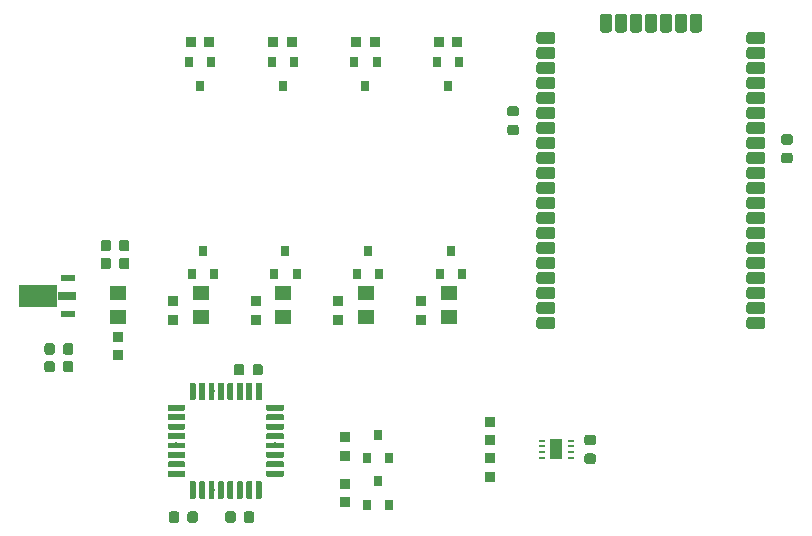
<source format=gbr>
G04 #@! TF.GenerationSoftware,KiCad,Pcbnew,5.0.2-bee76a0~70~ubuntu18.04.1*
G04 #@! TF.CreationDate,2019-04-11T12:15:27+02:00*
G04 #@! TF.ProjectId,Plant_monitoring_device,506c616e-745f-46d6-9f6e-69746f72696e,rev?*
G04 #@! TF.SameCoordinates,Original*
G04 #@! TF.FileFunction,Paste,Top*
G04 #@! TF.FilePolarity,Positive*
%FSLAX46Y46*%
G04 Gerber Fmt 4.6, Leading zero omitted, Abs format (unit mm)*
G04 Created by KiCad (PCBNEW 5.0.2-bee76a0~70~ubuntu18.04.1) date Čt 11. dubna 2019, 12:15:27 CEST*
%MOMM*%
%LPD*%
G01*
G04 APERTURE LIST*
%ADD10C,0.100000*%
%ADD11C,0.500000*%
%ADD12R,1.000000X1.700000*%
%ADD13R,0.600000X0.250000*%
%ADD14R,0.800000X0.900000*%
%ADD15R,0.950000X0.875000*%
%ADD16C,0.875000*%
%ADD17R,3.200000X1.850000*%
%ADD18R,1.300000X0.550000*%
%ADD19R,1.600000X0.800000*%
%ADD20C,1.000000*%
%ADD21R,1.400000X1.150000*%
%ADD22R,0.875000X0.950000*%
G04 APERTURE END LIST*
D10*
G04 #@! TO.C,U1*
G36*
X213582252Y-139070602D02*
X213594386Y-139072402D01*
X213606286Y-139075382D01*
X213617835Y-139079515D01*
X213628925Y-139084760D01*
X213639446Y-139091066D01*
X213649299Y-139098374D01*
X213658388Y-139106612D01*
X213666626Y-139115701D01*
X213673934Y-139125554D01*
X213680240Y-139136075D01*
X213685485Y-139147165D01*
X213689618Y-139158714D01*
X213692598Y-139170614D01*
X213694398Y-139182748D01*
X213695000Y-139195000D01*
X213695000Y-139445000D01*
X213694398Y-139457252D01*
X213692598Y-139469386D01*
X213689618Y-139481286D01*
X213685485Y-139492835D01*
X213680240Y-139503925D01*
X213673934Y-139514446D01*
X213666626Y-139524299D01*
X213658388Y-139533388D01*
X213649299Y-139541626D01*
X213639446Y-139548934D01*
X213628925Y-139555240D01*
X213617835Y-139560485D01*
X213606286Y-139564618D01*
X213594386Y-139567598D01*
X213582252Y-139569398D01*
X213570000Y-139570000D01*
X212320000Y-139570000D01*
X212307748Y-139569398D01*
X212295614Y-139567598D01*
X212283714Y-139564618D01*
X212272165Y-139560485D01*
X212261075Y-139555240D01*
X212250554Y-139548934D01*
X212240701Y-139541626D01*
X212231612Y-139533388D01*
X212223374Y-139524299D01*
X212216066Y-139514446D01*
X212209760Y-139503925D01*
X212204515Y-139492835D01*
X212200382Y-139481286D01*
X212197402Y-139469386D01*
X212195602Y-139457252D01*
X212195000Y-139445000D01*
X212195000Y-139195000D01*
X212195602Y-139182748D01*
X212197402Y-139170614D01*
X212200382Y-139158714D01*
X212204515Y-139147165D01*
X212209760Y-139136075D01*
X212216066Y-139125554D01*
X212223374Y-139115701D01*
X212231612Y-139106612D01*
X212240701Y-139098374D01*
X212250554Y-139091066D01*
X212261075Y-139084760D01*
X212272165Y-139079515D01*
X212283714Y-139075382D01*
X212295614Y-139072402D01*
X212307748Y-139070602D01*
X212320000Y-139070000D01*
X213570000Y-139070000D01*
X213582252Y-139070602D01*
X213582252Y-139070602D01*
G37*
D11*
X212945000Y-139320000D03*
D10*
G36*
X213582252Y-138270602D02*
X213594386Y-138272402D01*
X213606286Y-138275382D01*
X213617835Y-138279515D01*
X213628925Y-138284760D01*
X213639446Y-138291066D01*
X213649299Y-138298374D01*
X213658388Y-138306612D01*
X213666626Y-138315701D01*
X213673934Y-138325554D01*
X213680240Y-138336075D01*
X213685485Y-138347165D01*
X213689618Y-138358714D01*
X213692598Y-138370614D01*
X213694398Y-138382748D01*
X213695000Y-138395000D01*
X213695000Y-138645000D01*
X213694398Y-138657252D01*
X213692598Y-138669386D01*
X213689618Y-138681286D01*
X213685485Y-138692835D01*
X213680240Y-138703925D01*
X213673934Y-138714446D01*
X213666626Y-138724299D01*
X213658388Y-138733388D01*
X213649299Y-138741626D01*
X213639446Y-138748934D01*
X213628925Y-138755240D01*
X213617835Y-138760485D01*
X213606286Y-138764618D01*
X213594386Y-138767598D01*
X213582252Y-138769398D01*
X213570000Y-138770000D01*
X212320000Y-138770000D01*
X212307748Y-138769398D01*
X212295614Y-138767598D01*
X212283714Y-138764618D01*
X212272165Y-138760485D01*
X212261075Y-138755240D01*
X212250554Y-138748934D01*
X212240701Y-138741626D01*
X212231612Y-138733388D01*
X212223374Y-138724299D01*
X212216066Y-138714446D01*
X212209760Y-138703925D01*
X212204515Y-138692835D01*
X212200382Y-138681286D01*
X212197402Y-138669386D01*
X212195602Y-138657252D01*
X212195000Y-138645000D01*
X212195000Y-138395000D01*
X212195602Y-138382748D01*
X212197402Y-138370614D01*
X212200382Y-138358714D01*
X212204515Y-138347165D01*
X212209760Y-138336075D01*
X212216066Y-138325554D01*
X212223374Y-138315701D01*
X212231612Y-138306612D01*
X212240701Y-138298374D01*
X212250554Y-138291066D01*
X212261075Y-138284760D01*
X212272165Y-138279515D01*
X212283714Y-138275382D01*
X212295614Y-138272402D01*
X212307748Y-138270602D01*
X212320000Y-138270000D01*
X213570000Y-138270000D01*
X213582252Y-138270602D01*
X213582252Y-138270602D01*
G37*
D11*
X212945000Y-138520000D03*
D10*
G36*
X213582252Y-137470602D02*
X213594386Y-137472402D01*
X213606286Y-137475382D01*
X213617835Y-137479515D01*
X213628925Y-137484760D01*
X213639446Y-137491066D01*
X213649299Y-137498374D01*
X213658388Y-137506612D01*
X213666626Y-137515701D01*
X213673934Y-137525554D01*
X213680240Y-137536075D01*
X213685485Y-137547165D01*
X213689618Y-137558714D01*
X213692598Y-137570614D01*
X213694398Y-137582748D01*
X213695000Y-137595000D01*
X213695000Y-137845000D01*
X213694398Y-137857252D01*
X213692598Y-137869386D01*
X213689618Y-137881286D01*
X213685485Y-137892835D01*
X213680240Y-137903925D01*
X213673934Y-137914446D01*
X213666626Y-137924299D01*
X213658388Y-137933388D01*
X213649299Y-137941626D01*
X213639446Y-137948934D01*
X213628925Y-137955240D01*
X213617835Y-137960485D01*
X213606286Y-137964618D01*
X213594386Y-137967598D01*
X213582252Y-137969398D01*
X213570000Y-137970000D01*
X212320000Y-137970000D01*
X212307748Y-137969398D01*
X212295614Y-137967598D01*
X212283714Y-137964618D01*
X212272165Y-137960485D01*
X212261075Y-137955240D01*
X212250554Y-137948934D01*
X212240701Y-137941626D01*
X212231612Y-137933388D01*
X212223374Y-137924299D01*
X212216066Y-137914446D01*
X212209760Y-137903925D01*
X212204515Y-137892835D01*
X212200382Y-137881286D01*
X212197402Y-137869386D01*
X212195602Y-137857252D01*
X212195000Y-137845000D01*
X212195000Y-137595000D01*
X212195602Y-137582748D01*
X212197402Y-137570614D01*
X212200382Y-137558714D01*
X212204515Y-137547165D01*
X212209760Y-137536075D01*
X212216066Y-137525554D01*
X212223374Y-137515701D01*
X212231612Y-137506612D01*
X212240701Y-137498374D01*
X212250554Y-137491066D01*
X212261075Y-137484760D01*
X212272165Y-137479515D01*
X212283714Y-137475382D01*
X212295614Y-137472402D01*
X212307748Y-137470602D01*
X212320000Y-137470000D01*
X213570000Y-137470000D01*
X213582252Y-137470602D01*
X213582252Y-137470602D01*
G37*
D11*
X212945000Y-137720000D03*
D10*
G36*
X213582252Y-136670602D02*
X213594386Y-136672402D01*
X213606286Y-136675382D01*
X213617835Y-136679515D01*
X213628925Y-136684760D01*
X213639446Y-136691066D01*
X213649299Y-136698374D01*
X213658388Y-136706612D01*
X213666626Y-136715701D01*
X213673934Y-136725554D01*
X213680240Y-136736075D01*
X213685485Y-136747165D01*
X213689618Y-136758714D01*
X213692598Y-136770614D01*
X213694398Y-136782748D01*
X213695000Y-136795000D01*
X213695000Y-137045000D01*
X213694398Y-137057252D01*
X213692598Y-137069386D01*
X213689618Y-137081286D01*
X213685485Y-137092835D01*
X213680240Y-137103925D01*
X213673934Y-137114446D01*
X213666626Y-137124299D01*
X213658388Y-137133388D01*
X213649299Y-137141626D01*
X213639446Y-137148934D01*
X213628925Y-137155240D01*
X213617835Y-137160485D01*
X213606286Y-137164618D01*
X213594386Y-137167598D01*
X213582252Y-137169398D01*
X213570000Y-137170000D01*
X212320000Y-137170000D01*
X212307748Y-137169398D01*
X212295614Y-137167598D01*
X212283714Y-137164618D01*
X212272165Y-137160485D01*
X212261075Y-137155240D01*
X212250554Y-137148934D01*
X212240701Y-137141626D01*
X212231612Y-137133388D01*
X212223374Y-137124299D01*
X212216066Y-137114446D01*
X212209760Y-137103925D01*
X212204515Y-137092835D01*
X212200382Y-137081286D01*
X212197402Y-137069386D01*
X212195602Y-137057252D01*
X212195000Y-137045000D01*
X212195000Y-136795000D01*
X212195602Y-136782748D01*
X212197402Y-136770614D01*
X212200382Y-136758714D01*
X212204515Y-136747165D01*
X212209760Y-136736075D01*
X212216066Y-136725554D01*
X212223374Y-136715701D01*
X212231612Y-136706612D01*
X212240701Y-136698374D01*
X212250554Y-136691066D01*
X212261075Y-136684760D01*
X212272165Y-136679515D01*
X212283714Y-136675382D01*
X212295614Y-136672402D01*
X212307748Y-136670602D01*
X212320000Y-136670000D01*
X213570000Y-136670000D01*
X213582252Y-136670602D01*
X213582252Y-136670602D01*
G37*
D11*
X212945000Y-136920000D03*
D10*
G36*
X213582252Y-135870602D02*
X213594386Y-135872402D01*
X213606286Y-135875382D01*
X213617835Y-135879515D01*
X213628925Y-135884760D01*
X213639446Y-135891066D01*
X213649299Y-135898374D01*
X213658388Y-135906612D01*
X213666626Y-135915701D01*
X213673934Y-135925554D01*
X213680240Y-135936075D01*
X213685485Y-135947165D01*
X213689618Y-135958714D01*
X213692598Y-135970614D01*
X213694398Y-135982748D01*
X213695000Y-135995000D01*
X213695000Y-136245000D01*
X213694398Y-136257252D01*
X213692598Y-136269386D01*
X213689618Y-136281286D01*
X213685485Y-136292835D01*
X213680240Y-136303925D01*
X213673934Y-136314446D01*
X213666626Y-136324299D01*
X213658388Y-136333388D01*
X213649299Y-136341626D01*
X213639446Y-136348934D01*
X213628925Y-136355240D01*
X213617835Y-136360485D01*
X213606286Y-136364618D01*
X213594386Y-136367598D01*
X213582252Y-136369398D01*
X213570000Y-136370000D01*
X212320000Y-136370000D01*
X212307748Y-136369398D01*
X212295614Y-136367598D01*
X212283714Y-136364618D01*
X212272165Y-136360485D01*
X212261075Y-136355240D01*
X212250554Y-136348934D01*
X212240701Y-136341626D01*
X212231612Y-136333388D01*
X212223374Y-136324299D01*
X212216066Y-136314446D01*
X212209760Y-136303925D01*
X212204515Y-136292835D01*
X212200382Y-136281286D01*
X212197402Y-136269386D01*
X212195602Y-136257252D01*
X212195000Y-136245000D01*
X212195000Y-135995000D01*
X212195602Y-135982748D01*
X212197402Y-135970614D01*
X212200382Y-135958714D01*
X212204515Y-135947165D01*
X212209760Y-135936075D01*
X212216066Y-135925554D01*
X212223374Y-135915701D01*
X212231612Y-135906612D01*
X212240701Y-135898374D01*
X212250554Y-135891066D01*
X212261075Y-135884760D01*
X212272165Y-135879515D01*
X212283714Y-135875382D01*
X212295614Y-135872402D01*
X212307748Y-135870602D01*
X212320000Y-135870000D01*
X213570000Y-135870000D01*
X213582252Y-135870602D01*
X213582252Y-135870602D01*
G37*
D11*
X212945000Y-136120000D03*
D10*
G36*
X213582252Y-135070602D02*
X213594386Y-135072402D01*
X213606286Y-135075382D01*
X213617835Y-135079515D01*
X213628925Y-135084760D01*
X213639446Y-135091066D01*
X213649299Y-135098374D01*
X213658388Y-135106612D01*
X213666626Y-135115701D01*
X213673934Y-135125554D01*
X213680240Y-135136075D01*
X213685485Y-135147165D01*
X213689618Y-135158714D01*
X213692598Y-135170614D01*
X213694398Y-135182748D01*
X213695000Y-135195000D01*
X213695000Y-135445000D01*
X213694398Y-135457252D01*
X213692598Y-135469386D01*
X213689618Y-135481286D01*
X213685485Y-135492835D01*
X213680240Y-135503925D01*
X213673934Y-135514446D01*
X213666626Y-135524299D01*
X213658388Y-135533388D01*
X213649299Y-135541626D01*
X213639446Y-135548934D01*
X213628925Y-135555240D01*
X213617835Y-135560485D01*
X213606286Y-135564618D01*
X213594386Y-135567598D01*
X213582252Y-135569398D01*
X213570000Y-135570000D01*
X212320000Y-135570000D01*
X212307748Y-135569398D01*
X212295614Y-135567598D01*
X212283714Y-135564618D01*
X212272165Y-135560485D01*
X212261075Y-135555240D01*
X212250554Y-135548934D01*
X212240701Y-135541626D01*
X212231612Y-135533388D01*
X212223374Y-135524299D01*
X212216066Y-135514446D01*
X212209760Y-135503925D01*
X212204515Y-135492835D01*
X212200382Y-135481286D01*
X212197402Y-135469386D01*
X212195602Y-135457252D01*
X212195000Y-135445000D01*
X212195000Y-135195000D01*
X212195602Y-135182748D01*
X212197402Y-135170614D01*
X212200382Y-135158714D01*
X212204515Y-135147165D01*
X212209760Y-135136075D01*
X212216066Y-135125554D01*
X212223374Y-135115701D01*
X212231612Y-135106612D01*
X212240701Y-135098374D01*
X212250554Y-135091066D01*
X212261075Y-135084760D01*
X212272165Y-135079515D01*
X212283714Y-135075382D01*
X212295614Y-135072402D01*
X212307748Y-135070602D01*
X212320000Y-135070000D01*
X213570000Y-135070000D01*
X213582252Y-135070602D01*
X213582252Y-135070602D01*
G37*
D11*
X212945000Y-135320000D03*
D10*
G36*
X213582252Y-134270602D02*
X213594386Y-134272402D01*
X213606286Y-134275382D01*
X213617835Y-134279515D01*
X213628925Y-134284760D01*
X213639446Y-134291066D01*
X213649299Y-134298374D01*
X213658388Y-134306612D01*
X213666626Y-134315701D01*
X213673934Y-134325554D01*
X213680240Y-134336075D01*
X213685485Y-134347165D01*
X213689618Y-134358714D01*
X213692598Y-134370614D01*
X213694398Y-134382748D01*
X213695000Y-134395000D01*
X213695000Y-134645000D01*
X213694398Y-134657252D01*
X213692598Y-134669386D01*
X213689618Y-134681286D01*
X213685485Y-134692835D01*
X213680240Y-134703925D01*
X213673934Y-134714446D01*
X213666626Y-134724299D01*
X213658388Y-134733388D01*
X213649299Y-134741626D01*
X213639446Y-134748934D01*
X213628925Y-134755240D01*
X213617835Y-134760485D01*
X213606286Y-134764618D01*
X213594386Y-134767598D01*
X213582252Y-134769398D01*
X213570000Y-134770000D01*
X212320000Y-134770000D01*
X212307748Y-134769398D01*
X212295614Y-134767598D01*
X212283714Y-134764618D01*
X212272165Y-134760485D01*
X212261075Y-134755240D01*
X212250554Y-134748934D01*
X212240701Y-134741626D01*
X212231612Y-134733388D01*
X212223374Y-134724299D01*
X212216066Y-134714446D01*
X212209760Y-134703925D01*
X212204515Y-134692835D01*
X212200382Y-134681286D01*
X212197402Y-134669386D01*
X212195602Y-134657252D01*
X212195000Y-134645000D01*
X212195000Y-134395000D01*
X212195602Y-134382748D01*
X212197402Y-134370614D01*
X212200382Y-134358714D01*
X212204515Y-134347165D01*
X212209760Y-134336075D01*
X212216066Y-134325554D01*
X212223374Y-134315701D01*
X212231612Y-134306612D01*
X212240701Y-134298374D01*
X212250554Y-134291066D01*
X212261075Y-134284760D01*
X212272165Y-134279515D01*
X212283714Y-134275382D01*
X212295614Y-134272402D01*
X212307748Y-134270602D01*
X212320000Y-134270000D01*
X213570000Y-134270000D01*
X213582252Y-134270602D01*
X213582252Y-134270602D01*
G37*
D11*
X212945000Y-134520000D03*
D10*
G36*
X213582252Y-133470602D02*
X213594386Y-133472402D01*
X213606286Y-133475382D01*
X213617835Y-133479515D01*
X213628925Y-133484760D01*
X213639446Y-133491066D01*
X213649299Y-133498374D01*
X213658388Y-133506612D01*
X213666626Y-133515701D01*
X213673934Y-133525554D01*
X213680240Y-133536075D01*
X213685485Y-133547165D01*
X213689618Y-133558714D01*
X213692598Y-133570614D01*
X213694398Y-133582748D01*
X213695000Y-133595000D01*
X213695000Y-133845000D01*
X213694398Y-133857252D01*
X213692598Y-133869386D01*
X213689618Y-133881286D01*
X213685485Y-133892835D01*
X213680240Y-133903925D01*
X213673934Y-133914446D01*
X213666626Y-133924299D01*
X213658388Y-133933388D01*
X213649299Y-133941626D01*
X213639446Y-133948934D01*
X213628925Y-133955240D01*
X213617835Y-133960485D01*
X213606286Y-133964618D01*
X213594386Y-133967598D01*
X213582252Y-133969398D01*
X213570000Y-133970000D01*
X212320000Y-133970000D01*
X212307748Y-133969398D01*
X212295614Y-133967598D01*
X212283714Y-133964618D01*
X212272165Y-133960485D01*
X212261075Y-133955240D01*
X212250554Y-133948934D01*
X212240701Y-133941626D01*
X212231612Y-133933388D01*
X212223374Y-133924299D01*
X212216066Y-133914446D01*
X212209760Y-133903925D01*
X212204515Y-133892835D01*
X212200382Y-133881286D01*
X212197402Y-133869386D01*
X212195602Y-133857252D01*
X212195000Y-133845000D01*
X212195000Y-133595000D01*
X212195602Y-133582748D01*
X212197402Y-133570614D01*
X212200382Y-133558714D01*
X212204515Y-133547165D01*
X212209760Y-133536075D01*
X212216066Y-133525554D01*
X212223374Y-133515701D01*
X212231612Y-133506612D01*
X212240701Y-133498374D01*
X212250554Y-133491066D01*
X212261075Y-133484760D01*
X212272165Y-133479515D01*
X212283714Y-133475382D01*
X212295614Y-133472402D01*
X212307748Y-133470602D01*
X212320000Y-133470000D01*
X213570000Y-133470000D01*
X213582252Y-133470602D01*
X213582252Y-133470602D01*
G37*
D11*
X212945000Y-133720000D03*
D10*
G36*
X214457252Y-131595602D02*
X214469386Y-131597402D01*
X214481286Y-131600382D01*
X214492835Y-131604515D01*
X214503925Y-131609760D01*
X214514446Y-131616066D01*
X214524299Y-131623374D01*
X214533388Y-131631612D01*
X214541626Y-131640701D01*
X214548934Y-131650554D01*
X214555240Y-131661075D01*
X214560485Y-131672165D01*
X214564618Y-131683714D01*
X214567598Y-131695614D01*
X214569398Y-131707748D01*
X214570000Y-131720000D01*
X214570000Y-132970000D01*
X214569398Y-132982252D01*
X214567598Y-132994386D01*
X214564618Y-133006286D01*
X214560485Y-133017835D01*
X214555240Y-133028925D01*
X214548934Y-133039446D01*
X214541626Y-133049299D01*
X214533388Y-133058388D01*
X214524299Y-133066626D01*
X214514446Y-133073934D01*
X214503925Y-133080240D01*
X214492835Y-133085485D01*
X214481286Y-133089618D01*
X214469386Y-133092598D01*
X214457252Y-133094398D01*
X214445000Y-133095000D01*
X214195000Y-133095000D01*
X214182748Y-133094398D01*
X214170614Y-133092598D01*
X214158714Y-133089618D01*
X214147165Y-133085485D01*
X214136075Y-133080240D01*
X214125554Y-133073934D01*
X214115701Y-133066626D01*
X214106612Y-133058388D01*
X214098374Y-133049299D01*
X214091066Y-133039446D01*
X214084760Y-133028925D01*
X214079515Y-133017835D01*
X214075382Y-133006286D01*
X214072402Y-132994386D01*
X214070602Y-132982252D01*
X214070000Y-132970000D01*
X214070000Y-131720000D01*
X214070602Y-131707748D01*
X214072402Y-131695614D01*
X214075382Y-131683714D01*
X214079515Y-131672165D01*
X214084760Y-131661075D01*
X214091066Y-131650554D01*
X214098374Y-131640701D01*
X214106612Y-131631612D01*
X214115701Y-131623374D01*
X214125554Y-131616066D01*
X214136075Y-131609760D01*
X214147165Y-131604515D01*
X214158714Y-131600382D01*
X214170614Y-131597402D01*
X214182748Y-131595602D01*
X214195000Y-131595000D01*
X214445000Y-131595000D01*
X214457252Y-131595602D01*
X214457252Y-131595602D01*
G37*
D11*
X214320000Y-132345000D03*
D10*
G36*
X215257252Y-131595602D02*
X215269386Y-131597402D01*
X215281286Y-131600382D01*
X215292835Y-131604515D01*
X215303925Y-131609760D01*
X215314446Y-131616066D01*
X215324299Y-131623374D01*
X215333388Y-131631612D01*
X215341626Y-131640701D01*
X215348934Y-131650554D01*
X215355240Y-131661075D01*
X215360485Y-131672165D01*
X215364618Y-131683714D01*
X215367598Y-131695614D01*
X215369398Y-131707748D01*
X215370000Y-131720000D01*
X215370000Y-132970000D01*
X215369398Y-132982252D01*
X215367598Y-132994386D01*
X215364618Y-133006286D01*
X215360485Y-133017835D01*
X215355240Y-133028925D01*
X215348934Y-133039446D01*
X215341626Y-133049299D01*
X215333388Y-133058388D01*
X215324299Y-133066626D01*
X215314446Y-133073934D01*
X215303925Y-133080240D01*
X215292835Y-133085485D01*
X215281286Y-133089618D01*
X215269386Y-133092598D01*
X215257252Y-133094398D01*
X215245000Y-133095000D01*
X214995000Y-133095000D01*
X214982748Y-133094398D01*
X214970614Y-133092598D01*
X214958714Y-133089618D01*
X214947165Y-133085485D01*
X214936075Y-133080240D01*
X214925554Y-133073934D01*
X214915701Y-133066626D01*
X214906612Y-133058388D01*
X214898374Y-133049299D01*
X214891066Y-133039446D01*
X214884760Y-133028925D01*
X214879515Y-133017835D01*
X214875382Y-133006286D01*
X214872402Y-132994386D01*
X214870602Y-132982252D01*
X214870000Y-132970000D01*
X214870000Y-131720000D01*
X214870602Y-131707748D01*
X214872402Y-131695614D01*
X214875382Y-131683714D01*
X214879515Y-131672165D01*
X214884760Y-131661075D01*
X214891066Y-131650554D01*
X214898374Y-131640701D01*
X214906612Y-131631612D01*
X214915701Y-131623374D01*
X214925554Y-131616066D01*
X214936075Y-131609760D01*
X214947165Y-131604515D01*
X214958714Y-131600382D01*
X214970614Y-131597402D01*
X214982748Y-131595602D01*
X214995000Y-131595000D01*
X215245000Y-131595000D01*
X215257252Y-131595602D01*
X215257252Y-131595602D01*
G37*
D11*
X215120000Y-132345000D03*
D10*
G36*
X216057252Y-131595602D02*
X216069386Y-131597402D01*
X216081286Y-131600382D01*
X216092835Y-131604515D01*
X216103925Y-131609760D01*
X216114446Y-131616066D01*
X216124299Y-131623374D01*
X216133388Y-131631612D01*
X216141626Y-131640701D01*
X216148934Y-131650554D01*
X216155240Y-131661075D01*
X216160485Y-131672165D01*
X216164618Y-131683714D01*
X216167598Y-131695614D01*
X216169398Y-131707748D01*
X216170000Y-131720000D01*
X216170000Y-132970000D01*
X216169398Y-132982252D01*
X216167598Y-132994386D01*
X216164618Y-133006286D01*
X216160485Y-133017835D01*
X216155240Y-133028925D01*
X216148934Y-133039446D01*
X216141626Y-133049299D01*
X216133388Y-133058388D01*
X216124299Y-133066626D01*
X216114446Y-133073934D01*
X216103925Y-133080240D01*
X216092835Y-133085485D01*
X216081286Y-133089618D01*
X216069386Y-133092598D01*
X216057252Y-133094398D01*
X216045000Y-133095000D01*
X215795000Y-133095000D01*
X215782748Y-133094398D01*
X215770614Y-133092598D01*
X215758714Y-133089618D01*
X215747165Y-133085485D01*
X215736075Y-133080240D01*
X215725554Y-133073934D01*
X215715701Y-133066626D01*
X215706612Y-133058388D01*
X215698374Y-133049299D01*
X215691066Y-133039446D01*
X215684760Y-133028925D01*
X215679515Y-133017835D01*
X215675382Y-133006286D01*
X215672402Y-132994386D01*
X215670602Y-132982252D01*
X215670000Y-132970000D01*
X215670000Y-131720000D01*
X215670602Y-131707748D01*
X215672402Y-131695614D01*
X215675382Y-131683714D01*
X215679515Y-131672165D01*
X215684760Y-131661075D01*
X215691066Y-131650554D01*
X215698374Y-131640701D01*
X215706612Y-131631612D01*
X215715701Y-131623374D01*
X215725554Y-131616066D01*
X215736075Y-131609760D01*
X215747165Y-131604515D01*
X215758714Y-131600382D01*
X215770614Y-131597402D01*
X215782748Y-131595602D01*
X215795000Y-131595000D01*
X216045000Y-131595000D01*
X216057252Y-131595602D01*
X216057252Y-131595602D01*
G37*
D11*
X215920000Y-132345000D03*
D10*
G36*
X216857252Y-131595602D02*
X216869386Y-131597402D01*
X216881286Y-131600382D01*
X216892835Y-131604515D01*
X216903925Y-131609760D01*
X216914446Y-131616066D01*
X216924299Y-131623374D01*
X216933388Y-131631612D01*
X216941626Y-131640701D01*
X216948934Y-131650554D01*
X216955240Y-131661075D01*
X216960485Y-131672165D01*
X216964618Y-131683714D01*
X216967598Y-131695614D01*
X216969398Y-131707748D01*
X216970000Y-131720000D01*
X216970000Y-132970000D01*
X216969398Y-132982252D01*
X216967598Y-132994386D01*
X216964618Y-133006286D01*
X216960485Y-133017835D01*
X216955240Y-133028925D01*
X216948934Y-133039446D01*
X216941626Y-133049299D01*
X216933388Y-133058388D01*
X216924299Y-133066626D01*
X216914446Y-133073934D01*
X216903925Y-133080240D01*
X216892835Y-133085485D01*
X216881286Y-133089618D01*
X216869386Y-133092598D01*
X216857252Y-133094398D01*
X216845000Y-133095000D01*
X216595000Y-133095000D01*
X216582748Y-133094398D01*
X216570614Y-133092598D01*
X216558714Y-133089618D01*
X216547165Y-133085485D01*
X216536075Y-133080240D01*
X216525554Y-133073934D01*
X216515701Y-133066626D01*
X216506612Y-133058388D01*
X216498374Y-133049299D01*
X216491066Y-133039446D01*
X216484760Y-133028925D01*
X216479515Y-133017835D01*
X216475382Y-133006286D01*
X216472402Y-132994386D01*
X216470602Y-132982252D01*
X216470000Y-132970000D01*
X216470000Y-131720000D01*
X216470602Y-131707748D01*
X216472402Y-131695614D01*
X216475382Y-131683714D01*
X216479515Y-131672165D01*
X216484760Y-131661075D01*
X216491066Y-131650554D01*
X216498374Y-131640701D01*
X216506612Y-131631612D01*
X216515701Y-131623374D01*
X216525554Y-131616066D01*
X216536075Y-131609760D01*
X216547165Y-131604515D01*
X216558714Y-131600382D01*
X216570614Y-131597402D01*
X216582748Y-131595602D01*
X216595000Y-131595000D01*
X216845000Y-131595000D01*
X216857252Y-131595602D01*
X216857252Y-131595602D01*
G37*
D11*
X216720000Y-132345000D03*
D10*
G36*
X217657252Y-131595602D02*
X217669386Y-131597402D01*
X217681286Y-131600382D01*
X217692835Y-131604515D01*
X217703925Y-131609760D01*
X217714446Y-131616066D01*
X217724299Y-131623374D01*
X217733388Y-131631612D01*
X217741626Y-131640701D01*
X217748934Y-131650554D01*
X217755240Y-131661075D01*
X217760485Y-131672165D01*
X217764618Y-131683714D01*
X217767598Y-131695614D01*
X217769398Y-131707748D01*
X217770000Y-131720000D01*
X217770000Y-132970000D01*
X217769398Y-132982252D01*
X217767598Y-132994386D01*
X217764618Y-133006286D01*
X217760485Y-133017835D01*
X217755240Y-133028925D01*
X217748934Y-133039446D01*
X217741626Y-133049299D01*
X217733388Y-133058388D01*
X217724299Y-133066626D01*
X217714446Y-133073934D01*
X217703925Y-133080240D01*
X217692835Y-133085485D01*
X217681286Y-133089618D01*
X217669386Y-133092598D01*
X217657252Y-133094398D01*
X217645000Y-133095000D01*
X217395000Y-133095000D01*
X217382748Y-133094398D01*
X217370614Y-133092598D01*
X217358714Y-133089618D01*
X217347165Y-133085485D01*
X217336075Y-133080240D01*
X217325554Y-133073934D01*
X217315701Y-133066626D01*
X217306612Y-133058388D01*
X217298374Y-133049299D01*
X217291066Y-133039446D01*
X217284760Y-133028925D01*
X217279515Y-133017835D01*
X217275382Y-133006286D01*
X217272402Y-132994386D01*
X217270602Y-132982252D01*
X217270000Y-132970000D01*
X217270000Y-131720000D01*
X217270602Y-131707748D01*
X217272402Y-131695614D01*
X217275382Y-131683714D01*
X217279515Y-131672165D01*
X217284760Y-131661075D01*
X217291066Y-131650554D01*
X217298374Y-131640701D01*
X217306612Y-131631612D01*
X217315701Y-131623374D01*
X217325554Y-131616066D01*
X217336075Y-131609760D01*
X217347165Y-131604515D01*
X217358714Y-131600382D01*
X217370614Y-131597402D01*
X217382748Y-131595602D01*
X217395000Y-131595000D01*
X217645000Y-131595000D01*
X217657252Y-131595602D01*
X217657252Y-131595602D01*
G37*
D11*
X217520000Y-132345000D03*
D10*
G36*
X218457252Y-131595602D02*
X218469386Y-131597402D01*
X218481286Y-131600382D01*
X218492835Y-131604515D01*
X218503925Y-131609760D01*
X218514446Y-131616066D01*
X218524299Y-131623374D01*
X218533388Y-131631612D01*
X218541626Y-131640701D01*
X218548934Y-131650554D01*
X218555240Y-131661075D01*
X218560485Y-131672165D01*
X218564618Y-131683714D01*
X218567598Y-131695614D01*
X218569398Y-131707748D01*
X218570000Y-131720000D01*
X218570000Y-132970000D01*
X218569398Y-132982252D01*
X218567598Y-132994386D01*
X218564618Y-133006286D01*
X218560485Y-133017835D01*
X218555240Y-133028925D01*
X218548934Y-133039446D01*
X218541626Y-133049299D01*
X218533388Y-133058388D01*
X218524299Y-133066626D01*
X218514446Y-133073934D01*
X218503925Y-133080240D01*
X218492835Y-133085485D01*
X218481286Y-133089618D01*
X218469386Y-133092598D01*
X218457252Y-133094398D01*
X218445000Y-133095000D01*
X218195000Y-133095000D01*
X218182748Y-133094398D01*
X218170614Y-133092598D01*
X218158714Y-133089618D01*
X218147165Y-133085485D01*
X218136075Y-133080240D01*
X218125554Y-133073934D01*
X218115701Y-133066626D01*
X218106612Y-133058388D01*
X218098374Y-133049299D01*
X218091066Y-133039446D01*
X218084760Y-133028925D01*
X218079515Y-133017835D01*
X218075382Y-133006286D01*
X218072402Y-132994386D01*
X218070602Y-132982252D01*
X218070000Y-132970000D01*
X218070000Y-131720000D01*
X218070602Y-131707748D01*
X218072402Y-131695614D01*
X218075382Y-131683714D01*
X218079515Y-131672165D01*
X218084760Y-131661075D01*
X218091066Y-131650554D01*
X218098374Y-131640701D01*
X218106612Y-131631612D01*
X218115701Y-131623374D01*
X218125554Y-131616066D01*
X218136075Y-131609760D01*
X218147165Y-131604515D01*
X218158714Y-131600382D01*
X218170614Y-131597402D01*
X218182748Y-131595602D01*
X218195000Y-131595000D01*
X218445000Y-131595000D01*
X218457252Y-131595602D01*
X218457252Y-131595602D01*
G37*
D11*
X218320000Y-132345000D03*
D10*
G36*
X219257252Y-131595602D02*
X219269386Y-131597402D01*
X219281286Y-131600382D01*
X219292835Y-131604515D01*
X219303925Y-131609760D01*
X219314446Y-131616066D01*
X219324299Y-131623374D01*
X219333388Y-131631612D01*
X219341626Y-131640701D01*
X219348934Y-131650554D01*
X219355240Y-131661075D01*
X219360485Y-131672165D01*
X219364618Y-131683714D01*
X219367598Y-131695614D01*
X219369398Y-131707748D01*
X219370000Y-131720000D01*
X219370000Y-132970000D01*
X219369398Y-132982252D01*
X219367598Y-132994386D01*
X219364618Y-133006286D01*
X219360485Y-133017835D01*
X219355240Y-133028925D01*
X219348934Y-133039446D01*
X219341626Y-133049299D01*
X219333388Y-133058388D01*
X219324299Y-133066626D01*
X219314446Y-133073934D01*
X219303925Y-133080240D01*
X219292835Y-133085485D01*
X219281286Y-133089618D01*
X219269386Y-133092598D01*
X219257252Y-133094398D01*
X219245000Y-133095000D01*
X218995000Y-133095000D01*
X218982748Y-133094398D01*
X218970614Y-133092598D01*
X218958714Y-133089618D01*
X218947165Y-133085485D01*
X218936075Y-133080240D01*
X218925554Y-133073934D01*
X218915701Y-133066626D01*
X218906612Y-133058388D01*
X218898374Y-133049299D01*
X218891066Y-133039446D01*
X218884760Y-133028925D01*
X218879515Y-133017835D01*
X218875382Y-133006286D01*
X218872402Y-132994386D01*
X218870602Y-132982252D01*
X218870000Y-132970000D01*
X218870000Y-131720000D01*
X218870602Y-131707748D01*
X218872402Y-131695614D01*
X218875382Y-131683714D01*
X218879515Y-131672165D01*
X218884760Y-131661075D01*
X218891066Y-131650554D01*
X218898374Y-131640701D01*
X218906612Y-131631612D01*
X218915701Y-131623374D01*
X218925554Y-131616066D01*
X218936075Y-131609760D01*
X218947165Y-131604515D01*
X218958714Y-131600382D01*
X218970614Y-131597402D01*
X218982748Y-131595602D01*
X218995000Y-131595000D01*
X219245000Y-131595000D01*
X219257252Y-131595602D01*
X219257252Y-131595602D01*
G37*
D11*
X219120000Y-132345000D03*
D10*
G36*
X220057252Y-131595602D02*
X220069386Y-131597402D01*
X220081286Y-131600382D01*
X220092835Y-131604515D01*
X220103925Y-131609760D01*
X220114446Y-131616066D01*
X220124299Y-131623374D01*
X220133388Y-131631612D01*
X220141626Y-131640701D01*
X220148934Y-131650554D01*
X220155240Y-131661075D01*
X220160485Y-131672165D01*
X220164618Y-131683714D01*
X220167598Y-131695614D01*
X220169398Y-131707748D01*
X220170000Y-131720000D01*
X220170000Y-132970000D01*
X220169398Y-132982252D01*
X220167598Y-132994386D01*
X220164618Y-133006286D01*
X220160485Y-133017835D01*
X220155240Y-133028925D01*
X220148934Y-133039446D01*
X220141626Y-133049299D01*
X220133388Y-133058388D01*
X220124299Y-133066626D01*
X220114446Y-133073934D01*
X220103925Y-133080240D01*
X220092835Y-133085485D01*
X220081286Y-133089618D01*
X220069386Y-133092598D01*
X220057252Y-133094398D01*
X220045000Y-133095000D01*
X219795000Y-133095000D01*
X219782748Y-133094398D01*
X219770614Y-133092598D01*
X219758714Y-133089618D01*
X219747165Y-133085485D01*
X219736075Y-133080240D01*
X219725554Y-133073934D01*
X219715701Y-133066626D01*
X219706612Y-133058388D01*
X219698374Y-133049299D01*
X219691066Y-133039446D01*
X219684760Y-133028925D01*
X219679515Y-133017835D01*
X219675382Y-133006286D01*
X219672402Y-132994386D01*
X219670602Y-132982252D01*
X219670000Y-132970000D01*
X219670000Y-131720000D01*
X219670602Y-131707748D01*
X219672402Y-131695614D01*
X219675382Y-131683714D01*
X219679515Y-131672165D01*
X219684760Y-131661075D01*
X219691066Y-131650554D01*
X219698374Y-131640701D01*
X219706612Y-131631612D01*
X219715701Y-131623374D01*
X219725554Y-131616066D01*
X219736075Y-131609760D01*
X219747165Y-131604515D01*
X219758714Y-131600382D01*
X219770614Y-131597402D01*
X219782748Y-131595602D01*
X219795000Y-131595000D01*
X220045000Y-131595000D01*
X220057252Y-131595602D01*
X220057252Y-131595602D01*
G37*
D11*
X219920000Y-132345000D03*
D10*
G36*
X221932252Y-133470602D02*
X221944386Y-133472402D01*
X221956286Y-133475382D01*
X221967835Y-133479515D01*
X221978925Y-133484760D01*
X221989446Y-133491066D01*
X221999299Y-133498374D01*
X222008388Y-133506612D01*
X222016626Y-133515701D01*
X222023934Y-133525554D01*
X222030240Y-133536075D01*
X222035485Y-133547165D01*
X222039618Y-133558714D01*
X222042598Y-133570614D01*
X222044398Y-133582748D01*
X222045000Y-133595000D01*
X222045000Y-133845000D01*
X222044398Y-133857252D01*
X222042598Y-133869386D01*
X222039618Y-133881286D01*
X222035485Y-133892835D01*
X222030240Y-133903925D01*
X222023934Y-133914446D01*
X222016626Y-133924299D01*
X222008388Y-133933388D01*
X221999299Y-133941626D01*
X221989446Y-133948934D01*
X221978925Y-133955240D01*
X221967835Y-133960485D01*
X221956286Y-133964618D01*
X221944386Y-133967598D01*
X221932252Y-133969398D01*
X221920000Y-133970000D01*
X220670000Y-133970000D01*
X220657748Y-133969398D01*
X220645614Y-133967598D01*
X220633714Y-133964618D01*
X220622165Y-133960485D01*
X220611075Y-133955240D01*
X220600554Y-133948934D01*
X220590701Y-133941626D01*
X220581612Y-133933388D01*
X220573374Y-133924299D01*
X220566066Y-133914446D01*
X220559760Y-133903925D01*
X220554515Y-133892835D01*
X220550382Y-133881286D01*
X220547402Y-133869386D01*
X220545602Y-133857252D01*
X220545000Y-133845000D01*
X220545000Y-133595000D01*
X220545602Y-133582748D01*
X220547402Y-133570614D01*
X220550382Y-133558714D01*
X220554515Y-133547165D01*
X220559760Y-133536075D01*
X220566066Y-133525554D01*
X220573374Y-133515701D01*
X220581612Y-133506612D01*
X220590701Y-133498374D01*
X220600554Y-133491066D01*
X220611075Y-133484760D01*
X220622165Y-133479515D01*
X220633714Y-133475382D01*
X220645614Y-133472402D01*
X220657748Y-133470602D01*
X220670000Y-133470000D01*
X221920000Y-133470000D01*
X221932252Y-133470602D01*
X221932252Y-133470602D01*
G37*
D11*
X221295000Y-133720000D03*
D10*
G36*
X221932252Y-134270602D02*
X221944386Y-134272402D01*
X221956286Y-134275382D01*
X221967835Y-134279515D01*
X221978925Y-134284760D01*
X221989446Y-134291066D01*
X221999299Y-134298374D01*
X222008388Y-134306612D01*
X222016626Y-134315701D01*
X222023934Y-134325554D01*
X222030240Y-134336075D01*
X222035485Y-134347165D01*
X222039618Y-134358714D01*
X222042598Y-134370614D01*
X222044398Y-134382748D01*
X222045000Y-134395000D01*
X222045000Y-134645000D01*
X222044398Y-134657252D01*
X222042598Y-134669386D01*
X222039618Y-134681286D01*
X222035485Y-134692835D01*
X222030240Y-134703925D01*
X222023934Y-134714446D01*
X222016626Y-134724299D01*
X222008388Y-134733388D01*
X221999299Y-134741626D01*
X221989446Y-134748934D01*
X221978925Y-134755240D01*
X221967835Y-134760485D01*
X221956286Y-134764618D01*
X221944386Y-134767598D01*
X221932252Y-134769398D01*
X221920000Y-134770000D01*
X220670000Y-134770000D01*
X220657748Y-134769398D01*
X220645614Y-134767598D01*
X220633714Y-134764618D01*
X220622165Y-134760485D01*
X220611075Y-134755240D01*
X220600554Y-134748934D01*
X220590701Y-134741626D01*
X220581612Y-134733388D01*
X220573374Y-134724299D01*
X220566066Y-134714446D01*
X220559760Y-134703925D01*
X220554515Y-134692835D01*
X220550382Y-134681286D01*
X220547402Y-134669386D01*
X220545602Y-134657252D01*
X220545000Y-134645000D01*
X220545000Y-134395000D01*
X220545602Y-134382748D01*
X220547402Y-134370614D01*
X220550382Y-134358714D01*
X220554515Y-134347165D01*
X220559760Y-134336075D01*
X220566066Y-134325554D01*
X220573374Y-134315701D01*
X220581612Y-134306612D01*
X220590701Y-134298374D01*
X220600554Y-134291066D01*
X220611075Y-134284760D01*
X220622165Y-134279515D01*
X220633714Y-134275382D01*
X220645614Y-134272402D01*
X220657748Y-134270602D01*
X220670000Y-134270000D01*
X221920000Y-134270000D01*
X221932252Y-134270602D01*
X221932252Y-134270602D01*
G37*
D11*
X221295000Y-134520000D03*
D10*
G36*
X221932252Y-135070602D02*
X221944386Y-135072402D01*
X221956286Y-135075382D01*
X221967835Y-135079515D01*
X221978925Y-135084760D01*
X221989446Y-135091066D01*
X221999299Y-135098374D01*
X222008388Y-135106612D01*
X222016626Y-135115701D01*
X222023934Y-135125554D01*
X222030240Y-135136075D01*
X222035485Y-135147165D01*
X222039618Y-135158714D01*
X222042598Y-135170614D01*
X222044398Y-135182748D01*
X222045000Y-135195000D01*
X222045000Y-135445000D01*
X222044398Y-135457252D01*
X222042598Y-135469386D01*
X222039618Y-135481286D01*
X222035485Y-135492835D01*
X222030240Y-135503925D01*
X222023934Y-135514446D01*
X222016626Y-135524299D01*
X222008388Y-135533388D01*
X221999299Y-135541626D01*
X221989446Y-135548934D01*
X221978925Y-135555240D01*
X221967835Y-135560485D01*
X221956286Y-135564618D01*
X221944386Y-135567598D01*
X221932252Y-135569398D01*
X221920000Y-135570000D01*
X220670000Y-135570000D01*
X220657748Y-135569398D01*
X220645614Y-135567598D01*
X220633714Y-135564618D01*
X220622165Y-135560485D01*
X220611075Y-135555240D01*
X220600554Y-135548934D01*
X220590701Y-135541626D01*
X220581612Y-135533388D01*
X220573374Y-135524299D01*
X220566066Y-135514446D01*
X220559760Y-135503925D01*
X220554515Y-135492835D01*
X220550382Y-135481286D01*
X220547402Y-135469386D01*
X220545602Y-135457252D01*
X220545000Y-135445000D01*
X220545000Y-135195000D01*
X220545602Y-135182748D01*
X220547402Y-135170614D01*
X220550382Y-135158714D01*
X220554515Y-135147165D01*
X220559760Y-135136075D01*
X220566066Y-135125554D01*
X220573374Y-135115701D01*
X220581612Y-135106612D01*
X220590701Y-135098374D01*
X220600554Y-135091066D01*
X220611075Y-135084760D01*
X220622165Y-135079515D01*
X220633714Y-135075382D01*
X220645614Y-135072402D01*
X220657748Y-135070602D01*
X220670000Y-135070000D01*
X221920000Y-135070000D01*
X221932252Y-135070602D01*
X221932252Y-135070602D01*
G37*
D11*
X221295000Y-135320000D03*
D10*
G36*
X221932252Y-135870602D02*
X221944386Y-135872402D01*
X221956286Y-135875382D01*
X221967835Y-135879515D01*
X221978925Y-135884760D01*
X221989446Y-135891066D01*
X221999299Y-135898374D01*
X222008388Y-135906612D01*
X222016626Y-135915701D01*
X222023934Y-135925554D01*
X222030240Y-135936075D01*
X222035485Y-135947165D01*
X222039618Y-135958714D01*
X222042598Y-135970614D01*
X222044398Y-135982748D01*
X222045000Y-135995000D01*
X222045000Y-136245000D01*
X222044398Y-136257252D01*
X222042598Y-136269386D01*
X222039618Y-136281286D01*
X222035485Y-136292835D01*
X222030240Y-136303925D01*
X222023934Y-136314446D01*
X222016626Y-136324299D01*
X222008388Y-136333388D01*
X221999299Y-136341626D01*
X221989446Y-136348934D01*
X221978925Y-136355240D01*
X221967835Y-136360485D01*
X221956286Y-136364618D01*
X221944386Y-136367598D01*
X221932252Y-136369398D01*
X221920000Y-136370000D01*
X220670000Y-136370000D01*
X220657748Y-136369398D01*
X220645614Y-136367598D01*
X220633714Y-136364618D01*
X220622165Y-136360485D01*
X220611075Y-136355240D01*
X220600554Y-136348934D01*
X220590701Y-136341626D01*
X220581612Y-136333388D01*
X220573374Y-136324299D01*
X220566066Y-136314446D01*
X220559760Y-136303925D01*
X220554515Y-136292835D01*
X220550382Y-136281286D01*
X220547402Y-136269386D01*
X220545602Y-136257252D01*
X220545000Y-136245000D01*
X220545000Y-135995000D01*
X220545602Y-135982748D01*
X220547402Y-135970614D01*
X220550382Y-135958714D01*
X220554515Y-135947165D01*
X220559760Y-135936075D01*
X220566066Y-135925554D01*
X220573374Y-135915701D01*
X220581612Y-135906612D01*
X220590701Y-135898374D01*
X220600554Y-135891066D01*
X220611075Y-135884760D01*
X220622165Y-135879515D01*
X220633714Y-135875382D01*
X220645614Y-135872402D01*
X220657748Y-135870602D01*
X220670000Y-135870000D01*
X221920000Y-135870000D01*
X221932252Y-135870602D01*
X221932252Y-135870602D01*
G37*
D11*
X221295000Y-136120000D03*
D10*
G36*
X221932252Y-136670602D02*
X221944386Y-136672402D01*
X221956286Y-136675382D01*
X221967835Y-136679515D01*
X221978925Y-136684760D01*
X221989446Y-136691066D01*
X221999299Y-136698374D01*
X222008388Y-136706612D01*
X222016626Y-136715701D01*
X222023934Y-136725554D01*
X222030240Y-136736075D01*
X222035485Y-136747165D01*
X222039618Y-136758714D01*
X222042598Y-136770614D01*
X222044398Y-136782748D01*
X222045000Y-136795000D01*
X222045000Y-137045000D01*
X222044398Y-137057252D01*
X222042598Y-137069386D01*
X222039618Y-137081286D01*
X222035485Y-137092835D01*
X222030240Y-137103925D01*
X222023934Y-137114446D01*
X222016626Y-137124299D01*
X222008388Y-137133388D01*
X221999299Y-137141626D01*
X221989446Y-137148934D01*
X221978925Y-137155240D01*
X221967835Y-137160485D01*
X221956286Y-137164618D01*
X221944386Y-137167598D01*
X221932252Y-137169398D01*
X221920000Y-137170000D01*
X220670000Y-137170000D01*
X220657748Y-137169398D01*
X220645614Y-137167598D01*
X220633714Y-137164618D01*
X220622165Y-137160485D01*
X220611075Y-137155240D01*
X220600554Y-137148934D01*
X220590701Y-137141626D01*
X220581612Y-137133388D01*
X220573374Y-137124299D01*
X220566066Y-137114446D01*
X220559760Y-137103925D01*
X220554515Y-137092835D01*
X220550382Y-137081286D01*
X220547402Y-137069386D01*
X220545602Y-137057252D01*
X220545000Y-137045000D01*
X220545000Y-136795000D01*
X220545602Y-136782748D01*
X220547402Y-136770614D01*
X220550382Y-136758714D01*
X220554515Y-136747165D01*
X220559760Y-136736075D01*
X220566066Y-136725554D01*
X220573374Y-136715701D01*
X220581612Y-136706612D01*
X220590701Y-136698374D01*
X220600554Y-136691066D01*
X220611075Y-136684760D01*
X220622165Y-136679515D01*
X220633714Y-136675382D01*
X220645614Y-136672402D01*
X220657748Y-136670602D01*
X220670000Y-136670000D01*
X221920000Y-136670000D01*
X221932252Y-136670602D01*
X221932252Y-136670602D01*
G37*
D11*
X221295000Y-136920000D03*
D10*
G36*
X221932252Y-137470602D02*
X221944386Y-137472402D01*
X221956286Y-137475382D01*
X221967835Y-137479515D01*
X221978925Y-137484760D01*
X221989446Y-137491066D01*
X221999299Y-137498374D01*
X222008388Y-137506612D01*
X222016626Y-137515701D01*
X222023934Y-137525554D01*
X222030240Y-137536075D01*
X222035485Y-137547165D01*
X222039618Y-137558714D01*
X222042598Y-137570614D01*
X222044398Y-137582748D01*
X222045000Y-137595000D01*
X222045000Y-137845000D01*
X222044398Y-137857252D01*
X222042598Y-137869386D01*
X222039618Y-137881286D01*
X222035485Y-137892835D01*
X222030240Y-137903925D01*
X222023934Y-137914446D01*
X222016626Y-137924299D01*
X222008388Y-137933388D01*
X221999299Y-137941626D01*
X221989446Y-137948934D01*
X221978925Y-137955240D01*
X221967835Y-137960485D01*
X221956286Y-137964618D01*
X221944386Y-137967598D01*
X221932252Y-137969398D01*
X221920000Y-137970000D01*
X220670000Y-137970000D01*
X220657748Y-137969398D01*
X220645614Y-137967598D01*
X220633714Y-137964618D01*
X220622165Y-137960485D01*
X220611075Y-137955240D01*
X220600554Y-137948934D01*
X220590701Y-137941626D01*
X220581612Y-137933388D01*
X220573374Y-137924299D01*
X220566066Y-137914446D01*
X220559760Y-137903925D01*
X220554515Y-137892835D01*
X220550382Y-137881286D01*
X220547402Y-137869386D01*
X220545602Y-137857252D01*
X220545000Y-137845000D01*
X220545000Y-137595000D01*
X220545602Y-137582748D01*
X220547402Y-137570614D01*
X220550382Y-137558714D01*
X220554515Y-137547165D01*
X220559760Y-137536075D01*
X220566066Y-137525554D01*
X220573374Y-137515701D01*
X220581612Y-137506612D01*
X220590701Y-137498374D01*
X220600554Y-137491066D01*
X220611075Y-137484760D01*
X220622165Y-137479515D01*
X220633714Y-137475382D01*
X220645614Y-137472402D01*
X220657748Y-137470602D01*
X220670000Y-137470000D01*
X221920000Y-137470000D01*
X221932252Y-137470602D01*
X221932252Y-137470602D01*
G37*
D11*
X221295000Y-137720000D03*
D10*
G36*
X221932252Y-138270602D02*
X221944386Y-138272402D01*
X221956286Y-138275382D01*
X221967835Y-138279515D01*
X221978925Y-138284760D01*
X221989446Y-138291066D01*
X221999299Y-138298374D01*
X222008388Y-138306612D01*
X222016626Y-138315701D01*
X222023934Y-138325554D01*
X222030240Y-138336075D01*
X222035485Y-138347165D01*
X222039618Y-138358714D01*
X222042598Y-138370614D01*
X222044398Y-138382748D01*
X222045000Y-138395000D01*
X222045000Y-138645000D01*
X222044398Y-138657252D01*
X222042598Y-138669386D01*
X222039618Y-138681286D01*
X222035485Y-138692835D01*
X222030240Y-138703925D01*
X222023934Y-138714446D01*
X222016626Y-138724299D01*
X222008388Y-138733388D01*
X221999299Y-138741626D01*
X221989446Y-138748934D01*
X221978925Y-138755240D01*
X221967835Y-138760485D01*
X221956286Y-138764618D01*
X221944386Y-138767598D01*
X221932252Y-138769398D01*
X221920000Y-138770000D01*
X220670000Y-138770000D01*
X220657748Y-138769398D01*
X220645614Y-138767598D01*
X220633714Y-138764618D01*
X220622165Y-138760485D01*
X220611075Y-138755240D01*
X220600554Y-138748934D01*
X220590701Y-138741626D01*
X220581612Y-138733388D01*
X220573374Y-138724299D01*
X220566066Y-138714446D01*
X220559760Y-138703925D01*
X220554515Y-138692835D01*
X220550382Y-138681286D01*
X220547402Y-138669386D01*
X220545602Y-138657252D01*
X220545000Y-138645000D01*
X220545000Y-138395000D01*
X220545602Y-138382748D01*
X220547402Y-138370614D01*
X220550382Y-138358714D01*
X220554515Y-138347165D01*
X220559760Y-138336075D01*
X220566066Y-138325554D01*
X220573374Y-138315701D01*
X220581612Y-138306612D01*
X220590701Y-138298374D01*
X220600554Y-138291066D01*
X220611075Y-138284760D01*
X220622165Y-138279515D01*
X220633714Y-138275382D01*
X220645614Y-138272402D01*
X220657748Y-138270602D01*
X220670000Y-138270000D01*
X221920000Y-138270000D01*
X221932252Y-138270602D01*
X221932252Y-138270602D01*
G37*
D11*
X221295000Y-138520000D03*
D10*
G36*
X221932252Y-139070602D02*
X221944386Y-139072402D01*
X221956286Y-139075382D01*
X221967835Y-139079515D01*
X221978925Y-139084760D01*
X221989446Y-139091066D01*
X221999299Y-139098374D01*
X222008388Y-139106612D01*
X222016626Y-139115701D01*
X222023934Y-139125554D01*
X222030240Y-139136075D01*
X222035485Y-139147165D01*
X222039618Y-139158714D01*
X222042598Y-139170614D01*
X222044398Y-139182748D01*
X222045000Y-139195000D01*
X222045000Y-139445000D01*
X222044398Y-139457252D01*
X222042598Y-139469386D01*
X222039618Y-139481286D01*
X222035485Y-139492835D01*
X222030240Y-139503925D01*
X222023934Y-139514446D01*
X222016626Y-139524299D01*
X222008388Y-139533388D01*
X221999299Y-139541626D01*
X221989446Y-139548934D01*
X221978925Y-139555240D01*
X221967835Y-139560485D01*
X221956286Y-139564618D01*
X221944386Y-139567598D01*
X221932252Y-139569398D01*
X221920000Y-139570000D01*
X220670000Y-139570000D01*
X220657748Y-139569398D01*
X220645614Y-139567598D01*
X220633714Y-139564618D01*
X220622165Y-139560485D01*
X220611075Y-139555240D01*
X220600554Y-139548934D01*
X220590701Y-139541626D01*
X220581612Y-139533388D01*
X220573374Y-139524299D01*
X220566066Y-139514446D01*
X220559760Y-139503925D01*
X220554515Y-139492835D01*
X220550382Y-139481286D01*
X220547402Y-139469386D01*
X220545602Y-139457252D01*
X220545000Y-139445000D01*
X220545000Y-139195000D01*
X220545602Y-139182748D01*
X220547402Y-139170614D01*
X220550382Y-139158714D01*
X220554515Y-139147165D01*
X220559760Y-139136075D01*
X220566066Y-139125554D01*
X220573374Y-139115701D01*
X220581612Y-139106612D01*
X220590701Y-139098374D01*
X220600554Y-139091066D01*
X220611075Y-139084760D01*
X220622165Y-139079515D01*
X220633714Y-139075382D01*
X220645614Y-139072402D01*
X220657748Y-139070602D01*
X220670000Y-139070000D01*
X221920000Y-139070000D01*
X221932252Y-139070602D01*
X221932252Y-139070602D01*
G37*
D11*
X221295000Y-139320000D03*
D10*
G36*
X220057252Y-139945602D02*
X220069386Y-139947402D01*
X220081286Y-139950382D01*
X220092835Y-139954515D01*
X220103925Y-139959760D01*
X220114446Y-139966066D01*
X220124299Y-139973374D01*
X220133388Y-139981612D01*
X220141626Y-139990701D01*
X220148934Y-140000554D01*
X220155240Y-140011075D01*
X220160485Y-140022165D01*
X220164618Y-140033714D01*
X220167598Y-140045614D01*
X220169398Y-140057748D01*
X220170000Y-140070000D01*
X220170000Y-141320000D01*
X220169398Y-141332252D01*
X220167598Y-141344386D01*
X220164618Y-141356286D01*
X220160485Y-141367835D01*
X220155240Y-141378925D01*
X220148934Y-141389446D01*
X220141626Y-141399299D01*
X220133388Y-141408388D01*
X220124299Y-141416626D01*
X220114446Y-141423934D01*
X220103925Y-141430240D01*
X220092835Y-141435485D01*
X220081286Y-141439618D01*
X220069386Y-141442598D01*
X220057252Y-141444398D01*
X220045000Y-141445000D01*
X219795000Y-141445000D01*
X219782748Y-141444398D01*
X219770614Y-141442598D01*
X219758714Y-141439618D01*
X219747165Y-141435485D01*
X219736075Y-141430240D01*
X219725554Y-141423934D01*
X219715701Y-141416626D01*
X219706612Y-141408388D01*
X219698374Y-141399299D01*
X219691066Y-141389446D01*
X219684760Y-141378925D01*
X219679515Y-141367835D01*
X219675382Y-141356286D01*
X219672402Y-141344386D01*
X219670602Y-141332252D01*
X219670000Y-141320000D01*
X219670000Y-140070000D01*
X219670602Y-140057748D01*
X219672402Y-140045614D01*
X219675382Y-140033714D01*
X219679515Y-140022165D01*
X219684760Y-140011075D01*
X219691066Y-140000554D01*
X219698374Y-139990701D01*
X219706612Y-139981612D01*
X219715701Y-139973374D01*
X219725554Y-139966066D01*
X219736075Y-139959760D01*
X219747165Y-139954515D01*
X219758714Y-139950382D01*
X219770614Y-139947402D01*
X219782748Y-139945602D01*
X219795000Y-139945000D01*
X220045000Y-139945000D01*
X220057252Y-139945602D01*
X220057252Y-139945602D01*
G37*
D11*
X219920000Y-140695000D03*
D10*
G36*
X219257252Y-139945602D02*
X219269386Y-139947402D01*
X219281286Y-139950382D01*
X219292835Y-139954515D01*
X219303925Y-139959760D01*
X219314446Y-139966066D01*
X219324299Y-139973374D01*
X219333388Y-139981612D01*
X219341626Y-139990701D01*
X219348934Y-140000554D01*
X219355240Y-140011075D01*
X219360485Y-140022165D01*
X219364618Y-140033714D01*
X219367598Y-140045614D01*
X219369398Y-140057748D01*
X219370000Y-140070000D01*
X219370000Y-141320000D01*
X219369398Y-141332252D01*
X219367598Y-141344386D01*
X219364618Y-141356286D01*
X219360485Y-141367835D01*
X219355240Y-141378925D01*
X219348934Y-141389446D01*
X219341626Y-141399299D01*
X219333388Y-141408388D01*
X219324299Y-141416626D01*
X219314446Y-141423934D01*
X219303925Y-141430240D01*
X219292835Y-141435485D01*
X219281286Y-141439618D01*
X219269386Y-141442598D01*
X219257252Y-141444398D01*
X219245000Y-141445000D01*
X218995000Y-141445000D01*
X218982748Y-141444398D01*
X218970614Y-141442598D01*
X218958714Y-141439618D01*
X218947165Y-141435485D01*
X218936075Y-141430240D01*
X218925554Y-141423934D01*
X218915701Y-141416626D01*
X218906612Y-141408388D01*
X218898374Y-141399299D01*
X218891066Y-141389446D01*
X218884760Y-141378925D01*
X218879515Y-141367835D01*
X218875382Y-141356286D01*
X218872402Y-141344386D01*
X218870602Y-141332252D01*
X218870000Y-141320000D01*
X218870000Y-140070000D01*
X218870602Y-140057748D01*
X218872402Y-140045614D01*
X218875382Y-140033714D01*
X218879515Y-140022165D01*
X218884760Y-140011075D01*
X218891066Y-140000554D01*
X218898374Y-139990701D01*
X218906612Y-139981612D01*
X218915701Y-139973374D01*
X218925554Y-139966066D01*
X218936075Y-139959760D01*
X218947165Y-139954515D01*
X218958714Y-139950382D01*
X218970614Y-139947402D01*
X218982748Y-139945602D01*
X218995000Y-139945000D01*
X219245000Y-139945000D01*
X219257252Y-139945602D01*
X219257252Y-139945602D01*
G37*
D11*
X219120000Y-140695000D03*
D10*
G36*
X218457252Y-139945602D02*
X218469386Y-139947402D01*
X218481286Y-139950382D01*
X218492835Y-139954515D01*
X218503925Y-139959760D01*
X218514446Y-139966066D01*
X218524299Y-139973374D01*
X218533388Y-139981612D01*
X218541626Y-139990701D01*
X218548934Y-140000554D01*
X218555240Y-140011075D01*
X218560485Y-140022165D01*
X218564618Y-140033714D01*
X218567598Y-140045614D01*
X218569398Y-140057748D01*
X218570000Y-140070000D01*
X218570000Y-141320000D01*
X218569398Y-141332252D01*
X218567598Y-141344386D01*
X218564618Y-141356286D01*
X218560485Y-141367835D01*
X218555240Y-141378925D01*
X218548934Y-141389446D01*
X218541626Y-141399299D01*
X218533388Y-141408388D01*
X218524299Y-141416626D01*
X218514446Y-141423934D01*
X218503925Y-141430240D01*
X218492835Y-141435485D01*
X218481286Y-141439618D01*
X218469386Y-141442598D01*
X218457252Y-141444398D01*
X218445000Y-141445000D01*
X218195000Y-141445000D01*
X218182748Y-141444398D01*
X218170614Y-141442598D01*
X218158714Y-141439618D01*
X218147165Y-141435485D01*
X218136075Y-141430240D01*
X218125554Y-141423934D01*
X218115701Y-141416626D01*
X218106612Y-141408388D01*
X218098374Y-141399299D01*
X218091066Y-141389446D01*
X218084760Y-141378925D01*
X218079515Y-141367835D01*
X218075382Y-141356286D01*
X218072402Y-141344386D01*
X218070602Y-141332252D01*
X218070000Y-141320000D01*
X218070000Y-140070000D01*
X218070602Y-140057748D01*
X218072402Y-140045614D01*
X218075382Y-140033714D01*
X218079515Y-140022165D01*
X218084760Y-140011075D01*
X218091066Y-140000554D01*
X218098374Y-139990701D01*
X218106612Y-139981612D01*
X218115701Y-139973374D01*
X218125554Y-139966066D01*
X218136075Y-139959760D01*
X218147165Y-139954515D01*
X218158714Y-139950382D01*
X218170614Y-139947402D01*
X218182748Y-139945602D01*
X218195000Y-139945000D01*
X218445000Y-139945000D01*
X218457252Y-139945602D01*
X218457252Y-139945602D01*
G37*
D11*
X218320000Y-140695000D03*
D10*
G36*
X217657252Y-139945602D02*
X217669386Y-139947402D01*
X217681286Y-139950382D01*
X217692835Y-139954515D01*
X217703925Y-139959760D01*
X217714446Y-139966066D01*
X217724299Y-139973374D01*
X217733388Y-139981612D01*
X217741626Y-139990701D01*
X217748934Y-140000554D01*
X217755240Y-140011075D01*
X217760485Y-140022165D01*
X217764618Y-140033714D01*
X217767598Y-140045614D01*
X217769398Y-140057748D01*
X217770000Y-140070000D01*
X217770000Y-141320000D01*
X217769398Y-141332252D01*
X217767598Y-141344386D01*
X217764618Y-141356286D01*
X217760485Y-141367835D01*
X217755240Y-141378925D01*
X217748934Y-141389446D01*
X217741626Y-141399299D01*
X217733388Y-141408388D01*
X217724299Y-141416626D01*
X217714446Y-141423934D01*
X217703925Y-141430240D01*
X217692835Y-141435485D01*
X217681286Y-141439618D01*
X217669386Y-141442598D01*
X217657252Y-141444398D01*
X217645000Y-141445000D01*
X217395000Y-141445000D01*
X217382748Y-141444398D01*
X217370614Y-141442598D01*
X217358714Y-141439618D01*
X217347165Y-141435485D01*
X217336075Y-141430240D01*
X217325554Y-141423934D01*
X217315701Y-141416626D01*
X217306612Y-141408388D01*
X217298374Y-141399299D01*
X217291066Y-141389446D01*
X217284760Y-141378925D01*
X217279515Y-141367835D01*
X217275382Y-141356286D01*
X217272402Y-141344386D01*
X217270602Y-141332252D01*
X217270000Y-141320000D01*
X217270000Y-140070000D01*
X217270602Y-140057748D01*
X217272402Y-140045614D01*
X217275382Y-140033714D01*
X217279515Y-140022165D01*
X217284760Y-140011075D01*
X217291066Y-140000554D01*
X217298374Y-139990701D01*
X217306612Y-139981612D01*
X217315701Y-139973374D01*
X217325554Y-139966066D01*
X217336075Y-139959760D01*
X217347165Y-139954515D01*
X217358714Y-139950382D01*
X217370614Y-139947402D01*
X217382748Y-139945602D01*
X217395000Y-139945000D01*
X217645000Y-139945000D01*
X217657252Y-139945602D01*
X217657252Y-139945602D01*
G37*
D11*
X217520000Y-140695000D03*
D10*
G36*
X216857252Y-139945602D02*
X216869386Y-139947402D01*
X216881286Y-139950382D01*
X216892835Y-139954515D01*
X216903925Y-139959760D01*
X216914446Y-139966066D01*
X216924299Y-139973374D01*
X216933388Y-139981612D01*
X216941626Y-139990701D01*
X216948934Y-140000554D01*
X216955240Y-140011075D01*
X216960485Y-140022165D01*
X216964618Y-140033714D01*
X216967598Y-140045614D01*
X216969398Y-140057748D01*
X216970000Y-140070000D01*
X216970000Y-141320000D01*
X216969398Y-141332252D01*
X216967598Y-141344386D01*
X216964618Y-141356286D01*
X216960485Y-141367835D01*
X216955240Y-141378925D01*
X216948934Y-141389446D01*
X216941626Y-141399299D01*
X216933388Y-141408388D01*
X216924299Y-141416626D01*
X216914446Y-141423934D01*
X216903925Y-141430240D01*
X216892835Y-141435485D01*
X216881286Y-141439618D01*
X216869386Y-141442598D01*
X216857252Y-141444398D01*
X216845000Y-141445000D01*
X216595000Y-141445000D01*
X216582748Y-141444398D01*
X216570614Y-141442598D01*
X216558714Y-141439618D01*
X216547165Y-141435485D01*
X216536075Y-141430240D01*
X216525554Y-141423934D01*
X216515701Y-141416626D01*
X216506612Y-141408388D01*
X216498374Y-141399299D01*
X216491066Y-141389446D01*
X216484760Y-141378925D01*
X216479515Y-141367835D01*
X216475382Y-141356286D01*
X216472402Y-141344386D01*
X216470602Y-141332252D01*
X216470000Y-141320000D01*
X216470000Y-140070000D01*
X216470602Y-140057748D01*
X216472402Y-140045614D01*
X216475382Y-140033714D01*
X216479515Y-140022165D01*
X216484760Y-140011075D01*
X216491066Y-140000554D01*
X216498374Y-139990701D01*
X216506612Y-139981612D01*
X216515701Y-139973374D01*
X216525554Y-139966066D01*
X216536075Y-139959760D01*
X216547165Y-139954515D01*
X216558714Y-139950382D01*
X216570614Y-139947402D01*
X216582748Y-139945602D01*
X216595000Y-139945000D01*
X216845000Y-139945000D01*
X216857252Y-139945602D01*
X216857252Y-139945602D01*
G37*
D11*
X216720000Y-140695000D03*
D10*
G36*
X216057252Y-139945602D02*
X216069386Y-139947402D01*
X216081286Y-139950382D01*
X216092835Y-139954515D01*
X216103925Y-139959760D01*
X216114446Y-139966066D01*
X216124299Y-139973374D01*
X216133388Y-139981612D01*
X216141626Y-139990701D01*
X216148934Y-140000554D01*
X216155240Y-140011075D01*
X216160485Y-140022165D01*
X216164618Y-140033714D01*
X216167598Y-140045614D01*
X216169398Y-140057748D01*
X216170000Y-140070000D01*
X216170000Y-141320000D01*
X216169398Y-141332252D01*
X216167598Y-141344386D01*
X216164618Y-141356286D01*
X216160485Y-141367835D01*
X216155240Y-141378925D01*
X216148934Y-141389446D01*
X216141626Y-141399299D01*
X216133388Y-141408388D01*
X216124299Y-141416626D01*
X216114446Y-141423934D01*
X216103925Y-141430240D01*
X216092835Y-141435485D01*
X216081286Y-141439618D01*
X216069386Y-141442598D01*
X216057252Y-141444398D01*
X216045000Y-141445000D01*
X215795000Y-141445000D01*
X215782748Y-141444398D01*
X215770614Y-141442598D01*
X215758714Y-141439618D01*
X215747165Y-141435485D01*
X215736075Y-141430240D01*
X215725554Y-141423934D01*
X215715701Y-141416626D01*
X215706612Y-141408388D01*
X215698374Y-141399299D01*
X215691066Y-141389446D01*
X215684760Y-141378925D01*
X215679515Y-141367835D01*
X215675382Y-141356286D01*
X215672402Y-141344386D01*
X215670602Y-141332252D01*
X215670000Y-141320000D01*
X215670000Y-140070000D01*
X215670602Y-140057748D01*
X215672402Y-140045614D01*
X215675382Y-140033714D01*
X215679515Y-140022165D01*
X215684760Y-140011075D01*
X215691066Y-140000554D01*
X215698374Y-139990701D01*
X215706612Y-139981612D01*
X215715701Y-139973374D01*
X215725554Y-139966066D01*
X215736075Y-139959760D01*
X215747165Y-139954515D01*
X215758714Y-139950382D01*
X215770614Y-139947402D01*
X215782748Y-139945602D01*
X215795000Y-139945000D01*
X216045000Y-139945000D01*
X216057252Y-139945602D01*
X216057252Y-139945602D01*
G37*
D11*
X215920000Y-140695000D03*
D10*
G36*
X215257252Y-139945602D02*
X215269386Y-139947402D01*
X215281286Y-139950382D01*
X215292835Y-139954515D01*
X215303925Y-139959760D01*
X215314446Y-139966066D01*
X215324299Y-139973374D01*
X215333388Y-139981612D01*
X215341626Y-139990701D01*
X215348934Y-140000554D01*
X215355240Y-140011075D01*
X215360485Y-140022165D01*
X215364618Y-140033714D01*
X215367598Y-140045614D01*
X215369398Y-140057748D01*
X215370000Y-140070000D01*
X215370000Y-141320000D01*
X215369398Y-141332252D01*
X215367598Y-141344386D01*
X215364618Y-141356286D01*
X215360485Y-141367835D01*
X215355240Y-141378925D01*
X215348934Y-141389446D01*
X215341626Y-141399299D01*
X215333388Y-141408388D01*
X215324299Y-141416626D01*
X215314446Y-141423934D01*
X215303925Y-141430240D01*
X215292835Y-141435485D01*
X215281286Y-141439618D01*
X215269386Y-141442598D01*
X215257252Y-141444398D01*
X215245000Y-141445000D01*
X214995000Y-141445000D01*
X214982748Y-141444398D01*
X214970614Y-141442598D01*
X214958714Y-141439618D01*
X214947165Y-141435485D01*
X214936075Y-141430240D01*
X214925554Y-141423934D01*
X214915701Y-141416626D01*
X214906612Y-141408388D01*
X214898374Y-141399299D01*
X214891066Y-141389446D01*
X214884760Y-141378925D01*
X214879515Y-141367835D01*
X214875382Y-141356286D01*
X214872402Y-141344386D01*
X214870602Y-141332252D01*
X214870000Y-141320000D01*
X214870000Y-140070000D01*
X214870602Y-140057748D01*
X214872402Y-140045614D01*
X214875382Y-140033714D01*
X214879515Y-140022165D01*
X214884760Y-140011075D01*
X214891066Y-140000554D01*
X214898374Y-139990701D01*
X214906612Y-139981612D01*
X214915701Y-139973374D01*
X214925554Y-139966066D01*
X214936075Y-139959760D01*
X214947165Y-139954515D01*
X214958714Y-139950382D01*
X214970614Y-139947402D01*
X214982748Y-139945602D01*
X214995000Y-139945000D01*
X215245000Y-139945000D01*
X215257252Y-139945602D01*
X215257252Y-139945602D01*
G37*
D11*
X215120000Y-140695000D03*
D10*
G36*
X214457252Y-139945602D02*
X214469386Y-139947402D01*
X214481286Y-139950382D01*
X214492835Y-139954515D01*
X214503925Y-139959760D01*
X214514446Y-139966066D01*
X214524299Y-139973374D01*
X214533388Y-139981612D01*
X214541626Y-139990701D01*
X214548934Y-140000554D01*
X214555240Y-140011075D01*
X214560485Y-140022165D01*
X214564618Y-140033714D01*
X214567598Y-140045614D01*
X214569398Y-140057748D01*
X214570000Y-140070000D01*
X214570000Y-141320000D01*
X214569398Y-141332252D01*
X214567598Y-141344386D01*
X214564618Y-141356286D01*
X214560485Y-141367835D01*
X214555240Y-141378925D01*
X214548934Y-141389446D01*
X214541626Y-141399299D01*
X214533388Y-141408388D01*
X214524299Y-141416626D01*
X214514446Y-141423934D01*
X214503925Y-141430240D01*
X214492835Y-141435485D01*
X214481286Y-141439618D01*
X214469386Y-141442598D01*
X214457252Y-141444398D01*
X214445000Y-141445000D01*
X214195000Y-141445000D01*
X214182748Y-141444398D01*
X214170614Y-141442598D01*
X214158714Y-141439618D01*
X214147165Y-141435485D01*
X214136075Y-141430240D01*
X214125554Y-141423934D01*
X214115701Y-141416626D01*
X214106612Y-141408388D01*
X214098374Y-141399299D01*
X214091066Y-141389446D01*
X214084760Y-141378925D01*
X214079515Y-141367835D01*
X214075382Y-141356286D01*
X214072402Y-141344386D01*
X214070602Y-141332252D01*
X214070000Y-141320000D01*
X214070000Y-140070000D01*
X214070602Y-140057748D01*
X214072402Y-140045614D01*
X214075382Y-140033714D01*
X214079515Y-140022165D01*
X214084760Y-140011075D01*
X214091066Y-140000554D01*
X214098374Y-139990701D01*
X214106612Y-139981612D01*
X214115701Y-139973374D01*
X214125554Y-139966066D01*
X214136075Y-139959760D01*
X214147165Y-139954515D01*
X214158714Y-139950382D01*
X214170614Y-139947402D01*
X214182748Y-139945602D01*
X214195000Y-139945000D01*
X214445000Y-139945000D01*
X214457252Y-139945602D01*
X214457252Y-139945602D01*
G37*
D11*
X214320000Y-140695000D03*
G04 #@! TD*
D12*
G04 #@! TO.C,U4*
X245120000Y-137250000D03*
D13*
X246320000Y-136500000D03*
X246320000Y-137000000D03*
X246320000Y-137500000D03*
X246320000Y-138000000D03*
X243920000Y-138000000D03*
X243920000Y-137500000D03*
X243920000Y-137000000D03*
X243920000Y-136500000D03*
G04 #@! TD*
D14*
G04 #@! TO.C,Q1*
X230000000Y-139960000D03*
X229050000Y-141960000D03*
X230950000Y-141960000D03*
G04 #@! TD*
D15*
G04 #@! TO.C,R2*
X227220000Y-136212500D03*
X227220000Y-137787500D03*
G04 #@! TD*
G04 #@! TO.C,R1*
X227220000Y-140172500D03*
X227220000Y-141747500D03*
G04 #@! TD*
D14*
G04 #@! TO.C,Q2*
X230000000Y-136000000D03*
X229050000Y-138000000D03*
X230950000Y-138000000D03*
G04 #@! TD*
D10*
G04 #@! TO.C,C32*
G36*
X208777691Y-119526053D02*
X208798926Y-119529203D01*
X208819750Y-119534419D01*
X208839962Y-119541651D01*
X208859368Y-119550830D01*
X208877781Y-119561866D01*
X208895024Y-119574654D01*
X208910930Y-119589070D01*
X208925346Y-119604976D01*
X208938134Y-119622219D01*
X208949170Y-119640632D01*
X208958349Y-119660038D01*
X208965581Y-119680250D01*
X208970797Y-119701074D01*
X208973947Y-119722309D01*
X208975000Y-119743750D01*
X208975000Y-120256250D01*
X208973947Y-120277691D01*
X208970797Y-120298926D01*
X208965581Y-120319750D01*
X208958349Y-120339962D01*
X208949170Y-120359368D01*
X208938134Y-120377781D01*
X208925346Y-120395024D01*
X208910930Y-120410930D01*
X208895024Y-120425346D01*
X208877781Y-120438134D01*
X208859368Y-120449170D01*
X208839962Y-120458349D01*
X208819750Y-120465581D01*
X208798926Y-120470797D01*
X208777691Y-120473947D01*
X208756250Y-120475000D01*
X208318750Y-120475000D01*
X208297309Y-120473947D01*
X208276074Y-120470797D01*
X208255250Y-120465581D01*
X208235038Y-120458349D01*
X208215632Y-120449170D01*
X208197219Y-120438134D01*
X208179976Y-120425346D01*
X208164070Y-120410930D01*
X208149654Y-120395024D01*
X208136866Y-120377781D01*
X208125830Y-120359368D01*
X208116651Y-120339962D01*
X208109419Y-120319750D01*
X208104203Y-120298926D01*
X208101053Y-120277691D01*
X208100000Y-120256250D01*
X208100000Y-119743750D01*
X208101053Y-119722309D01*
X208104203Y-119701074D01*
X208109419Y-119680250D01*
X208116651Y-119660038D01*
X208125830Y-119640632D01*
X208136866Y-119622219D01*
X208149654Y-119604976D01*
X208164070Y-119589070D01*
X208179976Y-119574654D01*
X208197219Y-119561866D01*
X208215632Y-119550830D01*
X208235038Y-119541651D01*
X208255250Y-119534419D01*
X208276074Y-119529203D01*
X208297309Y-119526053D01*
X208318750Y-119525000D01*
X208756250Y-119525000D01*
X208777691Y-119526053D01*
X208777691Y-119526053D01*
G37*
D16*
X208537500Y-120000000D03*
D10*
G36*
X207202691Y-119526053D02*
X207223926Y-119529203D01*
X207244750Y-119534419D01*
X207264962Y-119541651D01*
X207284368Y-119550830D01*
X207302781Y-119561866D01*
X207320024Y-119574654D01*
X207335930Y-119589070D01*
X207350346Y-119604976D01*
X207363134Y-119622219D01*
X207374170Y-119640632D01*
X207383349Y-119660038D01*
X207390581Y-119680250D01*
X207395797Y-119701074D01*
X207398947Y-119722309D01*
X207400000Y-119743750D01*
X207400000Y-120256250D01*
X207398947Y-120277691D01*
X207395797Y-120298926D01*
X207390581Y-120319750D01*
X207383349Y-120339962D01*
X207374170Y-120359368D01*
X207363134Y-120377781D01*
X207350346Y-120395024D01*
X207335930Y-120410930D01*
X207320024Y-120425346D01*
X207302781Y-120438134D01*
X207284368Y-120449170D01*
X207264962Y-120458349D01*
X207244750Y-120465581D01*
X207223926Y-120470797D01*
X207202691Y-120473947D01*
X207181250Y-120475000D01*
X206743750Y-120475000D01*
X206722309Y-120473947D01*
X206701074Y-120470797D01*
X206680250Y-120465581D01*
X206660038Y-120458349D01*
X206640632Y-120449170D01*
X206622219Y-120438134D01*
X206604976Y-120425346D01*
X206589070Y-120410930D01*
X206574654Y-120395024D01*
X206561866Y-120377781D01*
X206550830Y-120359368D01*
X206541651Y-120339962D01*
X206534419Y-120319750D01*
X206529203Y-120298926D01*
X206526053Y-120277691D01*
X206525000Y-120256250D01*
X206525000Y-119743750D01*
X206526053Y-119722309D01*
X206529203Y-119701074D01*
X206534419Y-119680250D01*
X206541651Y-119660038D01*
X206550830Y-119640632D01*
X206561866Y-119622219D01*
X206574654Y-119604976D01*
X206589070Y-119589070D01*
X206604976Y-119574654D01*
X206622219Y-119561866D01*
X206640632Y-119550830D01*
X206660038Y-119541651D01*
X206680250Y-119534419D01*
X206701074Y-119529203D01*
X206722309Y-119526053D01*
X206743750Y-119525000D01*
X207181250Y-119525000D01*
X207202691Y-119526053D01*
X207202691Y-119526053D01*
G37*
D16*
X206962500Y-120000000D03*
G04 #@! TD*
D10*
G04 #@! TO.C,C31*
G36*
X208777691Y-121026053D02*
X208798926Y-121029203D01*
X208819750Y-121034419D01*
X208839962Y-121041651D01*
X208859368Y-121050830D01*
X208877781Y-121061866D01*
X208895024Y-121074654D01*
X208910930Y-121089070D01*
X208925346Y-121104976D01*
X208938134Y-121122219D01*
X208949170Y-121140632D01*
X208958349Y-121160038D01*
X208965581Y-121180250D01*
X208970797Y-121201074D01*
X208973947Y-121222309D01*
X208975000Y-121243750D01*
X208975000Y-121756250D01*
X208973947Y-121777691D01*
X208970797Y-121798926D01*
X208965581Y-121819750D01*
X208958349Y-121839962D01*
X208949170Y-121859368D01*
X208938134Y-121877781D01*
X208925346Y-121895024D01*
X208910930Y-121910930D01*
X208895024Y-121925346D01*
X208877781Y-121938134D01*
X208859368Y-121949170D01*
X208839962Y-121958349D01*
X208819750Y-121965581D01*
X208798926Y-121970797D01*
X208777691Y-121973947D01*
X208756250Y-121975000D01*
X208318750Y-121975000D01*
X208297309Y-121973947D01*
X208276074Y-121970797D01*
X208255250Y-121965581D01*
X208235038Y-121958349D01*
X208215632Y-121949170D01*
X208197219Y-121938134D01*
X208179976Y-121925346D01*
X208164070Y-121910930D01*
X208149654Y-121895024D01*
X208136866Y-121877781D01*
X208125830Y-121859368D01*
X208116651Y-121839962D01*
X208109419Y-121819750D01*
X208104203Y-121798926D01*
X208101053Y-121777691D01*
X208100000Y-121756250D01*
X208100000Y-121243750D01*
X208101053Y-121222309D01*
X208104203Y-121201074D01*
X208109419Y-121180250D01*
X208116651Y-121160038D01*
X208125830Y-121140632D01*
X208136866Y-121122219D01*
X208149654Y-121104976D01*
X208164070Y-121089070D01*
X208179976Y-121074654D01*
X208197219Y-121061866D01*
X208215632Y-121050830D01*
X208235038Y-121041651D01*
X208255250Y-121034419D01*
X208276074Y-121029203D01*
X208297309Y-121026053D01*
X208318750Y-121025000D01*
X208756250Y-121025000D01*
X208777691Y-121026053D01*
X208777691Y-121026053D01*
G37*
D16*
X208537500Y-121500000D03*
D10*
G36*
X207202691Y-121026053D02*
X207223926Y-121029203D01*
X207244750Y-121034419D01*
X207264962Y-121041651D01*
X207284368Y-121050830D01*
X207302781Y-121061866D01*
X207320024Y-121074654D01*
X207335930Y-121089070D01*
X207350346Y-121104976D01*
X207363134Y-121122219D01*
X207374170Y-121140632D01*
X207383349Y-121160038D01*
X207390581Y-121180250D01*
X207395797Y-121201074D01*
X207398947Y-121222309D01*
X207400000Y-121243750D01*
X207400000Y-121756250D01*
X207398947Y-121777691D01*
X207395797Y-121798926D01*
X207390581Y-121819750D01*
X207383349Y-121839962D01*
X207374170Y-121859368D01*
X207363134Y-121877781D01*
X207350346Y-121895024D01*
X207335930Y-121910930D01*
X207320024Y-121925346D01*
X207302781Y-121938134D01*
X207284368Y-121949170D01*
X207264962Y-121958349D01*
X207244750Y-121965581D01*
X207223926Y-121970797D01*
X207202691Y-121973947D01*
X207181250Y-121975000D01*
X206743750Y-121975000D01*
X206722309Y-121973947D01*
X206701074Y-121970797D01*
X206680250Y-121965581D01*
X206660038Y-121958349D01*
X206640632Y-121949170D01*
X206622219Y-121938134D01*
X206604976Y-121925346D01*
X206589070Y-121910930D01*
X206574654Y-121895024D01*
X206561866Y-121877781D01*
X206550830Y-121859368D01*
X206541651Y-121839962D01*
X206534419Y-121819750D01*
X206529203Y-121798926D01*
X206526053Y-121777691D01*
X206525000Y-121756250D01*
X206525000Y-121243750D01*
X206526053Y-121222309D01*
X206529203Y-121201074D01*
X206534419Y-121180250D01*
X206541651Y-121160038D01*
X206550830Y-121140632D01*
X206561866Y-121122219D01*
X206574654Y-121104976D01*
X206589070Y-121089070D01*
X206604976Y-121074654D01*
X206622219Y-121061866D01*
X206640632Y-121050830D01*
X206660038Y-121041651D01*
X206680250Y-121034419D01*
X206701074Y-121029203D01*
X206722309Y-121026053D01*
X206743750Y-121025000D01*
X207181250Y-121025000D01*
X207202691Y-121026053D01*
X207202691Y-121026053D01*
G37*
D16*
X206962500Y-121500000D03*
G04 #@! TD*
D10*
G04 #@! TO.C,C34*
G36*
X202452691Y-129776053D02*
X202473926Y-129779203D01*
X202494750Y-129784419D01*
X202514962Y-129791651D01*
X202534368Y-129800830D01*
X202552781Y-129811866D01*
X202570024Y-129824654D01*
X202585930Y-129839070D01*
X202600346Y-129854976D01*
X202613134Y-129872219D01*
X202624170Y-129890632D01*
X202633349Y-129910038D01*
X202640581Y-129930250D01*
X202645797Y-129951074D01*
X202648947Y-129972309D01*
X202650000Y-129993750D01*
X202650000Y-130506250D01*
X202648947Y-130527691D01*
X202645797Y-130548926D01*
X202640581Y-130569750D01*
X202633349Y-130589962D01*
X202624170Y-130609368D01*
X202613134Y-130627781D01*
X202600346Y-130645024D01*
X202585930Y-130660930D01*
X202570024Y-130675346D01*
X202552781Y-130688134D01*
X202534368Y-130699170D01*
X202514962Y-130708349D01*
X202494750Y-130715581D01*
X202473926Y-130720797D01*
X202452691Y-130723947D01*
X202431250Y-130725000D01*
X201993750Y-130725000D01*
X201972309Y-130723947D01*
X201951074Y-130720797D01*
X201930250Y-130715581D01*
X201910038Y-130708349D01*
X201890632Y-130699170D01*
X201872219Y-130688134D01*
X201854976Y-130675346D01*
X201839070Y-130660930D01*
X201824654Y-130645024D01*
X201811866Y-130627781D01*
X201800830Y-130609368D01*
X201791651Y-130589962D01*
X201784419Y-130569750D01*
X201779203Y-130548926D01*
X201776053Y-130527691D01*
X201775000Y-130506250D01*
X201775000Y-129993750D01*
X201776053Y-129972309D01*
X201779203Y-129951074D01*
X201784419Y-129930250D01*
X201791651Y-129910038D01*
X201800830Y-129890632D01*
X201811866Y-129872219D01*
X201824654Y-129854976D01*
X201839070Y-129839070D01*
X201854976Y-129824654D01*
X201872219Y-129811866D01*
X201890632Y-129800830D01*
X201910038Y-129791651D01*
X201930250Y-129784419D01*
X201951074Y-129779203D01*
X201972309Y-129776053D01*
X201993750Y-129775000D01*
X202431250Y-129775000D01*
X202452691Y-129776053D01*
X202452691Y-129776053D01*
G37*
D16*
X202212500Y-130250000D03*
D10*
G36*
X204027691Y-129776053D02*
X204048926Y-129779203D01*
X204069750Y-129784419D01*
X204089962Y-129791651D01*
X204109368Y-129800830D01*
X204127781Y-129811866D01*
X204145024Y-129824654D01*
X204160930Y-129839070D01*
X204175346Y-129854976D01*
X204188134Y-129872219D01*
X204199170Y-129890632D01*
X204208349Y-129910038D01*
X204215581Y-129930250D01*
X204220797Y-129951074D01*
X204223947Y-129972309D01*
X204225000Y-129993750D01*
X204225000Y-130506250D01*
X204223947Y-130527691D01*
X204220797Y-130548926D01*
X204215581Y-130569750D01*
X204208349Y-130589962D01*
X204199170Y-130609368D01*
X204188134Y-130627781D01*
X204175346Y-130645024D01*
X204160930Y-130660930D01*
X204145024Y-130675346D01*
X204127781Y-130688134D01*
X204109368Y-130699170D01*
X204089962Y-130708349D01*
X204069750Y-130715581D01*
X204048926Y-130720797D01*
X204027691Y-130723947D01*
X204006250Y-130725000D01*
X203568750Y-130725000D01*
X203547309Y-130723947D01*
X203526074Y-130720797D01*
X203505250Y-130715581D01*
X203485038Y-130708349D01*
X203465632Y-130699170D01*
X203447219Y-130688134D01*
X203429976Y-130675346D01*
X203414070Y-130660930D01*
X203399654Y-130645024D01*
X203386866Y-130627781D01*
X203375830Y-130609368D01*
X203366651Y-130589962D01*
X203359419Y-130569750D01*
X203354203Y-130548926D01*
X203351053Y-130527691D01*
X203350000Y-130506250D01*
X203350000Y-129993750D01*
X203351053Y-129972309D01*
X203354203Y-129951074D01*
X203359419Y-129930250D01*
X203366651Y-129910038D01*
X203375830Y-129890632D01*
X203386866Y-129872219D01*
X203399654Y-129854976D01*
X203414070Y-129839070D01*
X203429976Y-129824654D01*
X203447219Y-129811866D01*
X203465632Y-129800830D01*
X203485038Y-129791651D01*
X203505250Y-129784419D01*
X203526074Y-129779203D01*
X203547309Y-129776053D01*
X203568750Y-129775000D01*
X204006250Y-129775000D01*
X204027691Y-129776053D01*
X204027691Y-129776053D01*
G37*
D16*
X203787500Y-130250000D03*
G04 #@! TD*
D10*
G04 #@! TO.C,C33*
G36*
X202452691Y-128276053D02*
X202473926Y-128279203D01*
X202494750Y-128284419D01*
X202514962Y-128291651D01*
X202534368Y-128300830D01*
X202552781Y-128311866D01*
X202570024Y-128324654D01*
X202585930Y-128339070D01*
X202600346Y-128354976D01*
X202613134Y-128372219D01*
X202624170Y-128390632D01*
X202633349Y-128410038D01*
X202640581Y-128430250D01*
X202645797Y-128451074D01*
X202648947Y-128472309D01*
X202650000Y-128493750D01*
X202650000Y-129006250D01*
X202648947Y-129027691D01*
X202645797Y-129048926D01*
X202640581Y-129069750D01*
X202633349Y-129089962D01*
X202624170Y-129109368D01*
X202613134Y-129127781D01*
X202600346Y-129145024D01*
X202585930Y-129160930D01*
X202570024Y-129175346D01*
X202552781Y-129188134D01*
X202534368Y-129199170D01*
X202514962Y-129208349D01*
X202494750Y-129215581D01*
X202473926Y-129220797D01*
X202452691Y-129223947D01*
X202431250Y-129225000D01*
X201993750Y-129225000D01*
X201972309Y-129223947D01*
X201951074Y-129220797D01*
X201930250Y-129215581D01*
X201910038Y-129208349D01*
X201890632Y-129199170D01*
X201872219Y-129188134D01*
X201854976Y-129175346D01*
X201839070Y-129160930D01*
X201824654Y-129145024D01*
X201811866Y-129127781D01*
X201800830Y-129109368D01*
X201791651Y-129089962D01*
X201784419Y-129069750D01*
X201779203Y-129048926D01*
X201776053Y-129027691D01*
X201775000Y-129006250D01*
X201775000Y-128493750D01*
X201776053Y-128472309D01*
X201779203Y-128451074D01*
X201784419Y-128430250D01*
X201791651Y-128410038D01*
X201800830Y-128390632D01*
X201811866Y-128372219D01*
X201824654Y-128354976D01*
X201839070Y-128339070D01*
X201854976Y-128324654D01*
X201872219Y-128311866D01*
X201890632Y-128300830D01*
X201910038Y-128291651D01*
X201930250Y-128284419D01*
X201951074Y-128279203D01*
X201972309Y-128276053D01*
X201993750Y-128275000D01*
X202431250Y-128275000D01*
X202452691Y-128276053D01*
X202452691Y-128276053D01*
G37*
D16*
X202212500Y-128750000D03*
D10*
G36*
X204027691Y-128276053D02*
X204048926Y-128279203D01*
X204069750Y-128284419D01*
X204089962Y-128291651D01*
X204109368Y-128300830D01*
X204127781Y-128311866D01*
X204145024Y-128324654D01*
X204160930Y-128339070D01*
X204175346Y-128354976D01*
X204188134Y-128372219D01*
X204199170Y-128390632D01*
X204208349Y-128410038D01*
X204215581Y-128430250D01*
X204220797Y-128451074D01*
X204223947Y-128472309D01*
X204225000Y-128493750D01*
X204225000Y-129006250D01*
X204223947Y-129027691D01*
X204220797Y-129048926D01*
X204215581Y-129069750D01*
X204208349Y-129089962D01*
X204199170Y-129109368D01*
X204188134Y-129127781D01*
X204175346Y-129145024D01*
X204160930Y-129160930D01*
X204145024Y-129175346D01*
X204127781Y-129188134D01*
X204109368Y-129199170D01*
X204089962Y-129208349D01*
X204069750Y-129215581D01*
X204048926Y-129220797D01*
X204027691Y-129223947D01*
X204006250Y-129225000D01*
X203568750Y-129225000D01*
X203547309Y-129223947D01*
X203526074Y-129220797D01*
X203505250Y-129215581D01*
X203485038Y-129208349D01*
X203465632Y-129199170D01*
X203447219Y-129188134D01*
X203429976Y-129175346D01*
X203414070Y-129160930D01*
X203399654Y-129145024D01*
X203386866Y-129127781D01*
X203375830Y-129109368D01*
X203366651Y-129089962D01*
X203359419Y-129069750D01*
X203354203Y-129048926D01*
X203351053Y-129027691D01*
X203350000Y-129006250D01*
X203350000Y-128493750D01*
X203351053Y-128472309D01*
X203354203Y-128451074D01*
X203359419Y-128430250D01*
X203366651Y-128410038D01*
X203375830Y-128390632D01*
X203386866Y-128372219D01*
X203399654Y-128354976D01*
X203414070Y-128339070D01*
X203429976Y-128324654D01*
X203447219Y-128311866D01*
X203465632Y-128300830D01*
X203485038Y-128291651D01*
X203505250Y-128284419D01*
X203526074Y-128279203D01*
X203547309Y-128276053D01*
X203568750Y-128275000D01*
X204006250Y-128275000D01*
X204027691Y-128276053D01*
X204027691Y-128276053D01*
G37*
D16*
X203787500Y-128750000D03*
G04 #@! TD*
D17*
G04 #@! TO.C,U3*
X201250000Y-124250000D03*
D18*
X203750000Y-122750000D03*
D19*
X203650000Y-124250000D03*
D18*
X203750000Y-125750000D03*
G04 #@! TD*
D15*
G04 #@! TO.C,R41*
X239500000Y-139567500D03*
X239500000Y-137992500D03*
G04 #@! TD*
G04 #@! TO.C,R42*
X239500000Y-134922500D03*
X239500000Y-136497500D03*
G04 #@! TD*
D10*
G04 #@! TO.C,U2*
G36*
X244804504Y-126061204D02*
X244828773Y-126064804D01*
X244852571Y-126070765D01*
X244875671Y-126079030D01*
X244897849Y-126089520D01*
X244918893Y-126102133D01*
X244938598Y-126116747D01*
X244956777Y-126133223D01*
X244973253Y-126151402D01*
X244987867Y-126171107D01*
X245000480Y-126192151D01*
X245010970Y-126214329D01*
X245019235Y-126237429D01*
X245025196Y-126261227D01*
X245028796Y-126285496D01*
X245030000Y-126310000D01*
X245030000Y-126810000D01*
X245028796Y-126834504D01*
X245025196Y-126858773D01*
X245019235Y-126882571D01*
X245010970Y-126905671D01*
X245000480Y-126927849D01*
X244987867Y-126948893D01*
X244973253Y-126968598D01*
X244956777Y-126986777D01*
X244938598Y-127003253D01*
X244918893Y-127017867D01*
X244897849Y-127030480D01*
X244875671Y-127040970D01*
X244852571Y-127049235D01*
X244828773Y-127055196D01*
X244804504Y-127058796D01*
X244780000Y-127060000D01*
X243680000Y-127060000D01*
X243655496Y-127058796D01*
X243631227Y-127055196D01*
X243607429Y-127049235D01*
X243584329Y-127040970D01*
X243562151Y-127030480D01*
X243541107Y-127017867D01*
X243521402Y-127003253D01*
X243503223Y-126986777D01*
X243486747Y-126968598D01*
X243472133Y-126948893D01*
X243459520Y-126927849D01*
X243449030Y-126905671D01*
X243440765Y-126882571D01*
X243434804Y-126858773D01*
X243431204Y-126834504D01*
X243430000Y-126810000D01*
X243430000Y-126310000D01*
X243431204Y-126285496D01*
X243434804Y-126261227D01*
X243440765Y-126237429D01*
X243449030Y-126214329D01*
X243459520Y-126192151D01*
X243472133Y-126171107D01*
X243486747Y-126151402D01*
X243503223Y-126133223D01*
X243521402Y-126116747D01*
X243541107Y-126102133D01*
X243562151Y-126089520D01*
X243584329Y-126079030D01*
X243607429Y-126070765D01*
X243631227Y-126064804D01*
X243655496Y-126061204D01*
X243680000Y-126060000D01*
X244780000Y-126060000D01*
X244804504Y-126061204D01*
X244804504Y-126061204D01*
G37*
D20*
X244230000Y-126560000D03*
D10*
G36*
X244804504Y-124791204D02*
X244828773Y-124794804D01*
X244852571Y-124800765D01*
X244875671Y-124809030D01*
X244897849Y-124819520D01*
X244918893Y-124832133D01*
X244938598Y-124846747D01*
X244956777Y-124863223D01*
X244973253Y-124881402D01*
X244987867Y-124901107D01*
X245000480Y-124922151D01*
X245010970Y-124944329D01*
X245019235Y-124967429D01*
X245025196Y-124991227D01*
X245028796Y-125015496D01*
X245030000Y-125040000D01*
X245030000Y-125540000D01*
X245028796Y-125564504D01*
X245025196Y-125588773D01*
X245019235Y-125612571D01*
X245010970Y-125635671D01*
X245000480Y-125657849D01*
X244987867Y-125678893D01*
X244973253Y-125698598D01*
X244956777Y-125716777D01*
X244938598Y-125733253D01*
X244918893Y-125747867D01*
X244897849Y-125760480D01*
X244875671Y-125770970D01*
X244852571Y-125779235D01*
X244828773Y-125785196D01*
X244804504Y-125788796D01*
X244780000Y-125790000D01*
X243680000Y-125790000D01*
X243655496Y-125788796D01*
X243631227Y-125785196D01*
X243607429Y-125779235D01*
X243584329Y-125770970D01*
X243562151Y-125760480D01*
X243541107Y-125747867D01*
X243521402Y-125733253D01*
X243503223Y-125716777D01*
X243486747Y-125698598D01*
X243472133Y-125678893D01*
X243459520Y-125657849D01*
X243449030Y-125635671D01*
X243440765Y-125612571D01*
X243434804Y-125588773D01*
X243431204Y-125564504D01*
X243430000Y-125540000D01*
X243430000Y-125040000D01*
X243431204Y-125015496D01*
X243434804Y-124991227D01*
X243440765Y-124967429D01*
X243449030Y-124944329D01*
X243459520Y-124922151D01*
X243472133Y-124901107D01*
X243486747Y-124881402D01*
X243503223Y-124863223D01*
X243521402Y-124846747D01*
X243541107Y-124832133D01*
X243562151Y-124819520D01*
X243584329Y-124809030D01*
X243607429Y-124800765D01*
X243631227Y-124794804D01*
X243655496Y-124791204D01*
X243680000Y-124790000D01*
X244780000Y-124790000D01*
X244804504Y-124791204D01*
X244804504Y-124791204D01*
G37*
D20*
X244230000Y-125290000D03*
D10*
G36*
X244804504Y-123521204D02*
X244828773Y-123524804D01*
X244852571Y-123530765D01*
X244875671Y-123539030D01*
X244897849Y-123549520D01*
X244918893Y-123562133D01*
X244938598Y-123576747D01*
X244956777Y-123593223D01*
X244973253Y-123611402D01*
X244987867Y-123631107D01*
X245000480Y-123652151D01*
X245010970Y-123674329D01*
X245019235Y-123697429D01*
X245025196Y-123721227D01*
X245028796Y-123745496D01*
X245030000Y-123770000D01*
X245030000Y-124270000D01*
X245028796Y-124294504D01*
X245025196Y-124318773D01*
X245019235Y-124342571D01*
X245010970Y-124365671D01*
X245000480Y-124387849D01*
X244987867Y-124408893D01*
X244973253Y-124428598D01*
X244956777Y-124446777D01*
X244938598Y-124463253D01*
X244918893Y-124477867D01*
X244897849Y-124490480D01*
X244875671Y-124500970D01*
X244852571Y-124509235D01*
X244828773Y-124515196D01*
X244804504Y-124518796D01*
X244780000Y-124520000D01*
X243680000Y-124520000D01*
X243655496Y-124518796D01*
X243631227Y-124515196D01*
X243607429Y-124509235D01*
X243584329Y-124500970D01*
X243562151Y-124490480D01*
X243541107Y-124477867D01*
X243521402Y-124463253D01*
X243503223Y-124446777D01*
X243486747Y-124428598D01*
X243472133Y-124408893D01*
X243459520Y-124387849D01*
X243449030Y-124365671D01*
X243440765Y-124342571D01*
X243434804Y-124318773D01*
X243431204Y-124294504D01*
X243430000Y-124270000D01*
X243430000Y-123770000D01*
X243431204Y-123745496D01*
X243434804Y-123721227D01*
X243440765Y-123697429D01*
X243449030Y-123674329D01*
X243459520Y-123652151D01*
X243472133Y-123631107D01*
X243486747Y-123611402D01*
X243503223Y-123593223D01*
X243521402Y-123576747D01*
X243541107Y-123562133D01*
X243562151Y-123549520D01*
X243584329Y-123539030D01*
X243607429Y-123530765D01*
X243631227Y-123524804D01*
X243655496Y-123521204D01*
X243680000Y-123520000D01*
X244780000Y-123520000D01*
X244804504Y-123521204D01*
X244804504Y-123521204D01*
G37*
D20*
X244230000Y-124020000D03*
D10*
G36*
X244804504Y-122251204D02*
X244828773Y-122254804D01*
X244852571Y-122260765D01*
X244875671Y-122269030D01*
X244897849Y-122279520D01*
X244918893Y-122292133D01*
X244938598Y-122306747D01*
X244956777Y-122323223D01*
X244973253Y-122341402D01*
X244987867Y-122361107D01*
X245000480Y-122382151D01*
X245010970Y-122404329D01*
X245019235Y-122427429D01*
X245025196Y-122451227D01*
X245028796Y-122475496D01*
X245030000Y-122500000D01*
X245030000Y-123000000D01*
X245028796Y-123024504D01*
X245025196Y-123048773D01*
X245019235Y-123072571D01*
X245010970Y-123095671D01*
X245000480Y-123117849D01*
X244987867Y-123138893D01*
X244973253Y-123158598D01*
X244956777Y-123176777D01*
X244938598Y-123193253D01*
X244918893Y-123207867D01*
X244897849Y-123220480D01*
X244875671Y-123230970D01*
X244852571Y-123239235D01*
X244828773Y-123245196D01*
X244804504Y-123248796D01*
X244780000Y-123250000D01*
X243680000Y-123250000D01*
X243655496Y-123248796D01*
X243631227Y-123245196D01*
X243607429Y-123239235D01*
X243584329Y-123230970D01*
X243562151Y-123220480D01*
X243541107Y-123207867D01*
X243521402Y-123193253D01*
X243503223Y-123176777D01*
X243486747Y-123158598D01*
X243472133Y-123138893D01*
X243459520Y-123117849D01*
X243449030Y-123095671D01*
X243440765Y-123072571D01*
X243434804Y-123048773D01*
X243431204Y-123024504D01*
X243430000Y-123000000D01*
X243430000Y-122500000D01*
X243431204Y-122475496D01*
X243434804Y-122451227D01*
X243440765Y-122427429D01*
X243449030Y-122404329D01*
X243459520Y-122382151D01*
X243472133Y-122361107D01*
X243486747Y-122341402D01*
X243503223Y-122323223D01*
X243521402Y-122306747D01*
X243541107Y-122292133D01*
X243562151Y-122279520D01*
X243584329Y-122269030D01*
X243607429Y-122260765D01*
X243631227Y-122254804D01*
X243655496Y-122251204D01*
X243680000Y-122250000D01*
X244780000Y-122250000D01*
X244804504Y-122251204D01*
X244804504Y-122251204D01*
G37*
D20*
X244230000Y-122750000D03*
D10*
G36*
X244804504Y-120981204D02*
X244828773Y-120984804D01*
X244852571Y-120990765D01*
X244875671Y-120999030D01*
X244897849Y-121009520D01*
X244918893Y-121022133D01*
X244938598Y-121036747D01*
X244956777Y-121053223D01*
X244973253Y-121071402D01*
X244987867Y-121091107D01*
X245000480Y-121112151D01*
X245010970Y-121134329D01*
X245019235Y-121157429D01*
X245025196Y-121181227D01*
X245028796Y-121205496D01*
X245030000Y-121230000D01*
X245030000Y-121730000D01*
X245028796Y-121754504D01*
X245025196Y-121778773D01*
X245019235Y-121802571D01*
X245010970Y-121825671D01*
X245000480Y-121847849D01*
X244987867Y-121868893D01*
X244973253Y-121888598D01*
X244956777Y-121906777D01*
X244938598Y-121923253D01*
X244918893Y-121937867D01*
X244897849Y-121950480D01*
X244875671Y-121960970D01*
X244852571Y-121969235D01*
X244828773Y-121975196D01*
X244804504Y-121978796D01*
X244780000Y-121980000D01*
X243680000Y-121980000D01*
X243655496Y-121978796D01*
X243631227Y-121975196D01*
X243607429Y-121969235D01*
X243584329Y-121960970D01*
X243562151Y-121950480D01*
X243541107Y-121937867D01*
X243521402Y-121923253D01*
X243503223Y-121906777D01*
X243486747Y-121888598D01*
X243472133Y-121868893D01*
X243459520Y-121847849D01*
X243449030Y-121825671D01*
X243440765Y-121802571D01*
X243434804Y-121778773D01*
X243431204Y-121754504D01*
X243430000Y-121730000D01*
X243430000Y-121230000D01*
X243431204Y-121205496D01*
X243434804Y-121181227D01*
X243440765Y-121157429D01*
X243449030Y-121134329D01*
X243459520Y-121112151D01*
X243472133Y-121091107D01*
X243486747Y-121071402D01*
X243503223Y-121053223D01*
X243521402Y-121036747D01*
X243541107Y-121022133D01*
X243562151Y-121009520D01*
X243584329Y-120999030D01*
X243607429Y-120990765D01*
X243631227Y-120984804D01*
X243655496Y-120981204D01*
X243680000Y-120980000D01*
X244780000Y-120980000D01*
X244804504Y-120981204D01*
X244804504Y-120981204D01*
G37*
D20*
X244230000Y-121480000D03*
D10*
G36*
X244804504Y-119711204D02*
X244828773Y-119714804D01*
X244852571Y-119720765D01*
X244875671Y-119729030D01*
X244897849Y-119739520D01*
X244918893Y-119752133D01*
X244938598Y-119766747D01*
X244956777Y-119783223D01*
X244973253Y-119801402D01*
X244987867Y-119821107D01*
X245000480Y-119842151D01*
X245010970Y-119864329D01*
X245019235Y-119887429D01*
X245025196Y-119911227D01*
X245028796Y-119935496D01*
X245030000Y-119960000D01*
X245030000Y-120460000D01*
X245028796Y-120484504D01*
X245025196Y-120508773D01*
X245019235Y-120532571D01*
X245010970Y-120555671D01*
X245000480Y-120577849D01*
X244987867Y-120598893D01*
X244973253Y-120618598D01*
X244956777Y-120636777D01*
X244938598Y-120653253D01*
X244918893Y-120667867D01*
X244897849Y-120680480D01*
X244875671Y-120690970D01*
X244852571Y-120699235D01*
X244828773Y-120705196D01*
X244804504Y-120708796D01*
X244780000Y-120710000D01*
X243680000Y-120710000D01*
X243655496Y-120708796D01*
X243631227Y-120705196D01*
X243607429Y-120699235D01*
X243584329Y-120690970D01*
X243562151Y-120680480D01*
X243541107Y-120667867D01*
X243521402Y-120653253D01*
X243503223Y-120636777D01*
X243486747Y-120618598D01*
X243472133Y-120598893D01*
X243459520Y-120577849D01*
X243449030Y-120555671D01*
X243440765Y-120532571D01*
X243434804Y-120508773D01*
X243431204Y-120484504D01*
X243430000Y-120460000D01*
X243430000Y-119960000D01*
X243431204Y-119935496D01*
X243434804Y-119911227D01*
X243440765Y-119887429D01*
X243449030Y-119864329D01*
X243459520Y-119842151D01*
X243472133Y-119821107D01*
X243486747Y-119801402D01*
X243503223Y-119783223D01*
X243521402Y-119766747D01*
X243541107Y-119752133D01*
X243562151Y-119739520D01*
X243584329Y-119729030D01*
X243607429Y-119720765D01*
X243631227Y-119714804D01*
X243655496Y-119711204D01*
X243680000Y-119710000D01*
X244780000Y-119710000D01*
X244804504Y-119711204D01*
X244804504Y-119711204D01*
G37*
D20*
X244230000Y-120210000D03*
D10*
G36*
X244804504Y-118441204D02*
X244828773Y-118444804D01*
X244852571Y-118450765D01*
X244875671Y-118459030D01*
X244897849Y-118469520D01*
X244918893Y-118482133D01*
X244938598Y-118496747D01*
X244956777Y-118513223D01*
X244973253Y-118531402D01*
X244987867Y-118551107D01*
X245000480Y-118572151D01*
X245010970Y-118594329D01*
X245019235Y-118617429D01*
X245025196Y-118641227D01*
X245028796Y-118665496D01*
X245030000Y-118690000D01*
X245030000Y-119190000D01*
X245028796Y-119214504D01*
X245025196Y-119238773D01*
X245019235Y-119262571D01*
X245010970Y-119285671D01*
X245000480Y-119307849D01*
X244987867Y-119328893D01*
X244973253Y-119348598D01*
X244956777Y-119366777D01*
X244938598Y-119383253D01*
X244918893Y-119397867D01*
X244897849Y-119410480D01*
X244875671Y-119420970D01*
X244852571Y-119429235D01*
X244828773Y-119435196D01*
X244804504Y-119438796D01*
X244780000Y-119440000D01*
X243680000Y-119440000D01*
X243655496Y-119438796D01*
X243631227Y-119435196D01*
X243607429Y-119429235D01*
X243584329Y-119420970D01*
X243562151Y-119410480D01*
X243541107Y-119397867D01*
X243521402Y-119383253D01*
X243503223Y-119366777D01*
X243486747Y-119348598D01*
X243472133Y-119328893D01*
X243459520Y-119307849D01*
X243449030Y-119285671D01*
X243440765Y-119262571D01*
X243434804Y-119238773D01*
X243431204Y-119214504D01*
X243430000Y-119190000D01*
X243430000Y-118690000D01*
X243431204Y-118665496D01*
X243434804Y-118641227D01*
X243440765Y-118617429D01*
X243449030Y-118594329D01*
X243459520Y-118572151D01*
X243472133Y-118551107D01*
X243486747Y-118531402D01*
X243503223Y-118513223D01*
X243521402Y-118496747D01*
X243541107Y-118482133D01*
X243562151Y-118469520D01*
X243584329Y-118459030D01*
X243607429Y-118450765D01*
X243631227Y-118444804D01*
X243655496Y-118441204D01*
X243680000Y-118440000D01*
X244780000Y-118440000D01*
X244804504Y-118441204D01*
X244804504Y-118441204D01*
G37*
D20*
X244230000Y-118940000D03*
D10*
G36*
X244804504Y-117171204D02*
X244828773Y-117174804D01*
X244852571Y-117180765D01*
X244875671Y-117189030D01*
X244897849Y-117199520D01*
X244918893Y-117212133D01*
X244938598Y-117226747D01*
X244956777Y-117243223D01*
X244973253Y-117261402D01*
X244987867Y-117281107D01*
X245000480Y-117302151D01*
X245010970Y-117324329D01*
X245019235Y-117347429D01*
X245025196Y-117371227D01*
X245028796Y-117395496D01*
X245030000Y-117420000D01*
X245030000Y-117920000D01*
X245028796Y-117944504D01*
X245025196Y-117968773D01*
X245019235Y-117992571D01*
X245010970Y-118015671D01*
X245000480Y-118037849D01*
X244987867Y-118058893D01*
X244973253Y-118078598D01*
X244956777Y-118096777D01*
X244938598Y-118113253D01*
X244918893Y-118127867D01*
X244897849Y-118140480D01*
X244875671Y-118150970D01*
X244852571Y-118159235D01*
X244828773Y-118165196D01*
X244804504Y-118168796D01*
X244780000Y-118170000D01*
X243680000Y-118170000D01*
X243655496Y-118168796D01*
X243631227Y-118165196D01*
X243607429Y-118159235D01*
X243584329Y-118150970D01*
X243562151Y-118140480D01*
X243541107Y-118127867D01*
X243521402Y-118113253D01*
X243503223Y-118096777D01*
X243486747Y-118078598D01*
X243472133Y-118058893D01*
X243459520Y-118037849D01*
X243449030Y-118015671D01*
X243440765Y-117992571D01*
X243434804Y-117968773D01*
X243431204Y-117944504D01*
X243430000Y-117920000D01*
X243430000Y-117420000D01*
X243431204Y-117395496D01*
X243434804Y-117371227D01*
X243440765Y-117347429D01*
X243449030Y-117324329D01*
X243459520Y-117302151D01*
X243472133Y-117281107D01*
X243486747Y-117261402D01*
X243503223Y-117243223D01*
X243521402Y-117226747D01*
X243541107Y-117212133D01*
X243562151Y-117199520D01*
X243584329Y-117189030D01*
X243607429Y-117180765D01*
X243631227Y-117174804D01*
X243655496Y-117171204D01*
X243680000Y-117170000D01*
X244780000Y-117170000D01*
X244804504Y-117171204D01*
X244804504Y-117171204D01*
G37*
D20*
X244230000Y-117670000D03*
D10*
G36*
X244804504Y-115901204D02*
X244828773Y-115904804D01*
X244852571Y-115910765D01*
X244875671Y-115919030D01*
X244897849Y-115929520D01*
X244918893Y-115942133D01*
X244938598Y-115956747D01*
X244956777Y-115973223D01*
X244973253Y-115991402D01*
X244987867Y-116011107D01*
X245000480Y-116032151D01*
X245010970Y-116054329D01*
X245019235Y-116077429D01*
X245025196Y-116101227D01*
X245028796Y-116125496D01*
X245030000Y-116150000D01*
X245030000Y-116650000D01*
X245028796Y-116674504D01*
X245025196Y-116698773D01*
X245019235Y-116722571D01*
X245010970Y-116745671D01*
X245000480Y-116767849D01*
X244987867Y-116788893D01*
X244973253Y-116808598D01*
X244956777Y-116826777D01*
X244938598Y-116843253D01*
X244918893Y-116857867D01*
X244897849Y-116870480D01*
X244875671Y-116880970D01*
X244852571Y-116889235D01*
X244828773Y-116895196D01*
X244804504Y-116898796D01*
X244780000Y-116900000D01*
X243680000Y-116900000D01*
X243655496Y-116898796D01*
X243631227Y-116895196D01*
X243607429Y-116889235D01*
X243584329Y-116880970D01*
X243562151Y-116870480D01*
X243541107Y-116857867D01*
X243521402Y-116843253D01*
X243503223Y-116826777D01*
X243486747Y-116808598D01*
X243472133Y-116788893D01*
X243459520Y-116767849D01*
X243449030Y-116745671D01*
X243440765Y-116722571D01*
X243434804Y-116698773D01*
X243431204Y-116674504D01*
X243430000Y-116650000D01*
X243430000Y-116150000D01*
X243431204Y-116125496D01*
X243434804Y-116101227D01*
X243440765Y-116077429D01*
X243449030Y-116054329D01*
X243459520Y-116032151D01*
X243472133Y-116011107D01*
X243486747Y-115991402D01*
X243503223Y-115973223D01*
X243521402Y-115956747D01*
X243541107Y-115942133D01*
X243562151Y-115929520D01*
X243584329Y-115919030D01*
X243607429Y-115910765D01*
X243631227Y-115904804D01*
X243655496Y-115901204D01*
X243680000Y-115900000D01*
X244780000Y-115900000D01*
X244804504Y-115901204D01*
X244804504Y-115901204D01*
G37*
D20*
X244230000Y-116400000D03*
D10*
G36*
X244804504Y-114631204D02*
X244828773Y-114634804D01*
X244852571Y-114640765D01*
X244875671Y-114649030D01*
X244897849Y-114659520D01*
X244918893Y-114672133D01*
X244938598Y-114686747D01*
X244956777Y-114703223D01*
X244973253Y-114721402D01*
X244987867Y-114741107D01*
X245000480Y-114762151D01*
X245010970Y-114784329D01*
X245019235Y-114807429D01*
X245025196Y-114831227D01*
X245028796Y-114855496D01*
X245030000Y-114880000D01*
X245030000Y-115380000D01*
X245028796Y-115404504D01*
X245025196Y-115428773D01*
X245019235Y-115452571D01*
X245010970Y-115475671D01*
X245000480Y-115497849D01*
X244987867Y-115518893D01*
X244973253Y-115538598D01*
X244956777Y-115556777D01*
X244938598Y-115573253D01*
X244918893Y-115587867D01*
X244897849Y-115600480D01*
X244875671Y-115610970D01*
X244852571Y-115619235D01*
X244828773Y-115625196D01*
X244804504Y-115628796D01*
X244780000Y-115630000D01*
X243680000Y-115630000D01*
X243655496Y-115628796D01*
X243631227Y-115625196D01*
X243607429Y-115619235D01*
X243584329Y-115610970D01*
X243562151Y-115600480D01*
X243541107Y-115587867D01*
X243521402Y-115573253D01*
X243503223Y-115556777D01*
X243486747Y-115538598D01*
X243472133Y-115518893D01*
X243459520Y-115497849D01*
X243449030Y-115475671D01*
X243440765Y-115452571D01*
X243434804Y-115428773D01*
X243431204Y-115404504D01*
X243430000Y-115380000D01*
X243430000Y-114880000D01*
X243431204Y-114855496D01*
X243434804Y-114831227D01*
X243440765Y-114807429D01*
X243449030Y-114784329D01*
X243459520Y-114762151D01*
X243472133Y-114741107D01*
X243486747Y-114721402D01*
X243503223Y-114703223D01*
X243521402Y-114686747D01*
X243541107Y-114672133D01*
X243562151Y-114659520D01*
X243584329Y-114649030D01*
X243607429Y-114640765D01*
X243631227Y-114634804D01*
X243655496Y-114631204D01*
X243680000Y-114630000D01*
X244780000Y-114630000D01*
X244804504Y-114631204D01*
X244804504Y-114631204D01*
G37*
D20*
X244230000Y-115130000D03*
D10*
G36*
X244804504Y-113361204D02*
X244828773Y-113364804D01*
X244852571Y-113370765D01*
X244875671Y-113379030D01*
X244897849Y-113389520D01*
X244918893Y-113402133D01*
X244938598Y-113416747D01*
X244956777Y-113433223D01*
X244973253Y-113451402D01*
X244987867Y-113471107D01*
X245000480Y-113492151D01*
X245010970Y-113514329D01*
X245019235Y-113537429D01*
X245025196Y-113561227D01*
X245028796Y-113585496D01*
X245030000Y-113610000D01*
X245030000Y-114110000D01*
X245028796Y-114134504D01*
X245025196Y-114158773D01*
X245019235Y-114182571D01*
X245010970Y-114205671D01*
X245000480Y-114227849D01*
X244987867Y-114248893D01*
X244973253Y-114268598D01*
X244956777Y-114286777D01*
X244938598Y-114303253D01*
X244918893Y-114317867D01*
X244897849Y-114330480D01*
X244875671Y-114340970D01*
X244852571Y-114349235D01*
X244828773Y-114355196D01*
X244804504Y-114358796D01*
X244780000Y-114360000D01*
X243680000Y-114360000D01*
X243655496Y-114358796D01*
X243631227Y-114355196D01*
X243607429Y-114349235D01*
X243584329Y-114340970D01*
X243562151Y-114330480D01*
X243541107Y-114317867D01*
X243521402Y-114303253D01*
X243503223Y-114286777D01*
X243486747Y-114268598D01*
X243472133Y-114248893D01*
X243459520Y-114227849D01*
X243449030Y-114205671D01*
X243440765Y-114182571D01*
X243434804Y-114158773D01*
X243431204Y-114134504D01*
X243430000Y-114110000D01*
X243430000Y-113610000D01*
X243431204Y-113585496D01*
X243434804Y-113561227D01*
X243440765Y-113537429D01*
X243449030Y-113514329D01*
X243459520Y-113492151D01*
X243472133Y-113471107D01*
X243486747Y-113451402D01*
X243503223Y-113433223D01*
X243521402Y-113416747D01*
X243541107Y-113402133D01*
X243562151Y-113389520D01*
X243584329Y-113379030D01*
X243607429Y-113370765D01*
X243631227Y-113364804D01*
X243655496Y-113361204D01*
X243680000Y-113360000D01*
X244780000Y-113360000D01*
X244804504Y-113361204D01*
X244804504Y-113361204D01*
G37*
D20*
X244230000Y-113860000D03*
D10*
G36*
X244804504Y-112091204D02*
X244828773Y-112094804D01*
X244852571Y-112100765D01*
X244875671Y-112109030D01*
X244897849Y-112119520D01*
X244918893Y-112132133D01*
X244938598Y-112146747D01*
X244956777Y-112163223D01*
X244973253Y-112181402D01*
X244987867Y-112201107D01*
X245000480Y-112222151D01*
X245010970Y-112244329D01*
X245019235Y-112267429D01*
X245025196Y-112291227D01*
X245028796Y-112315496D01*
X245030000Y-112340000D01*
X245030000Y-112840000D01*
X245028796Y-112864504D01*
X245025196Y-112888773D01*
X245019235Y-112912571D01*
X245010970Y-112935671D01*
X245000480Y-112957849D01*
X244987867Y-112978893D01*
X244973253Y-112998598D01*
X244956777Y-113016777D01*
X244938598Y-113033253D01*
X244918893Y-113047867D01*
X244897849Y-113060480D01*
X244875671Y-113070970D01*
X244852571Y-113079235D01*
X244828773Y-113085196D01*
X244804504Y-113088796D01*
X244780000Y-113090000D01*
X243680000Y-113090000D01*
X243655496Y-113088796D01*
X243631227Y-113085196D01*
X243607429Y-113079235D01*
X243584329Y-113070970D01*
X243562151Y-113060480D01*
X243541107Y-113047867D01*
X243521402Y-113033253D01*
X243503223Y-113016777D01*
X243486747Y-112998598D01*
X243472133Y-112978893D01*
X243459520Y-112957849D01*
X243449030Y-112935671D01*
X243440765Y-112912571D01*
X243434804Y-112888773D01*
X243431204Y-112864504D01*
X243430000Y-112840000D01*
X243430000Y-112340000D01*
X243431204Y-112315496D01*
X243434804Y-112291227D01*
X243440765Y-112267429D01*
X243449030Y-112244329D01*
X243459520Y-112222151D01*
X243472133Y-112201107D01*
X243486747Y-112181402D01*
X243503223Y-112163223D01*
X243521402Y-112146747D01*
X243541107Y-112132133D01*
X243562151Y-112119520D01*
X243584329Y-112109030D01*
X243607429Y-112100765D01*
X243631227Y-112094804D01*
X243655496Y-112091204D01*
X243680000Y-112090000D01*
X244780000Y-112090000D01*
X244804504Y-112091204D01*
X244804504Y-112091204D01*
G37*
D20*
X244230000Y-112590000D03*
D10*
G36*
X244804504Y-110821204D02*
X244828773Y-110824804D01*
X244852571Y-110830765D01*
X244875671Y-110839030D01*
X244897849Y-110849520D01*
X244918893Y-110862133D01*
X244938598Y-110876747D01*
X244956777Y-110893223D01*
X244973253Y-110911402D01*
X244987867Y-110931107D01*
X245000480Y-110952151D01*
X245010970Y-110974329D01*
X245019235Y-110997429D01*
X245025196Y-111021227D01*
X245028796Y-111045496D01*
X245030000Y-111070000D01*
X245030000Y-111570000D01*
X245028796Y-111594504D01*
X245025196Y-111618773D01*
X245019235Y-111642571D01*
X245010970Y-111665671D01*
X245000480Y-111687849D01*
X244987867Y-111708893D01*
X244973253Y-111728598D01*
X244956777Y-111746777D01*
X244938598Y-111763253D01*
X244918893Y-111777867D01*
X244897849Y-111790480D01*
X244875671Y-111800970D01*
X244852571Y-111809235D01*
X244828773Y-111815196D01*
X244804504Y-111818796D01*
X244780000Y-111820000D01*
X243680000Y-111820000D01*
X243655496Y-111818796D01*
X243631227Y-111815196D01*
X243607429Y-111809235D01*
X243584329Y-111800970D01*
X243562151Y-111790480D01*
X243541107Y-111777867D01*
X243521402Y-111763253D01*
X243503223Y-111746777D01*
X243486747Y-111728598D01*
X243472133Y-111708893D01*
X243459520Y-111687849D01*
X243449030Y-111665671D01*
X243440765Y-111642571D01*
X243434804Y-111618773D01*
X243431204Y-111594504D01*
X243430000Y-111570000D01*
X243430000Y-111070000D01*
X243431204Y-111045496D01*
X243434804Y-111021227D01*
X243440765Y-110997429D01*
X243449030Y-110974329D01*
X243459520Y-110952151D01*
X243472133Y-110931107D01*
X243486747Y-110911402D01*
X243503223Y-110893223D01*
X243521402Y-110876747D01*
X243541107Y-110862133D01*
X243562151Y-110849520D01*
X243584329Y-110839030D01*
X243607429Y-110830765D01*
X243631227Y-110824804D01*
X243655496Y-110821204D01*
X243680000Y-110820000D01*
X244780000Y-110820000D01*
X244804504Y-110821204D01*
X244804504Y-110821204D01*
G37*
D20*
X244230000Y-111320000D03*
D10*
G36*
X244804504Y-109551204D02*
X244828773Y-109554804D01*
X244852571Y-109560765D01*
X244875671Y-109569030D01*
X244897849Y-109579520D01*
X244918893Y-109592133D01*
X244938598Y-109606747D01*
X244956777Y-109623223D01*
X244973253Y-109641402D01*
X244987867Y-109661107D01*
X245000480Y-109682151D01*
X245010970Y-109704329D01*
X245019235Y-109727429D01*
X245025196Y-109751227D01*
X245028796Y-109775496D01*
X245030000Y-109800000D01*
X245030000Y-110300000D01*
X245028796Y-110324504D01*
X245025196Y-110348773D01*
X245019235Y-110372571D01*
X245010970Y-110395671D01*
X245000480Y-110417849D01*
X244987867Y-110438893D01*
X244973253Y-110458598D01*
X244956777Y-110476777D01*
X244938598Y-110493253D01*
X244918893Y-110507867D01*
X244897849Y-110520480D01*
X244875671Y-110530970D01*
X244852571Y-110539235D01*
X244828773Y-110545196D01*
X244804504Y-110548796D01*
X244780000Y-110550000D01*
X243680000Y-110550000D01*
X243655496Y-110548796D01*
X243631227Y-110545196D01*
X243607429Y-110539235D01*
X243584329Y-110530970D01*
X243562151Y-110520480D01*
X243541107Y-110507867D01*
X243521402Y-110493253D01*
X243503223Y-110476777D01*
X243486747Y-110458598D01*
X243472133Y-110438893D01*
X243459520Y-110417849D01*
X243449030Y-110395671D01*
X243440765Y-110372571D01*
X243434804Y-110348773D01*
X243431204Y-110324504D01*
X243430000Y-110300000D01*
X243430000Y-109800000D01*
X243431204Y-109775496D01*
X243434804Y-109751227D01*
X243440765Y-109727429D01*
X243449030Y-109704329D01*
X243459520Y-109682151D01*
X243472133Y-109661107D01*
X243486747Y-109641402D01*
X243503223Y-109623223D01*
X243521402Y-109606747D01*
X243541107Y-109592133D01*
X243562151Y-109579520D01*
X243584329Y-109569030D01*
X243607429Y-109560765D01*
X243631227Y-109554804D01*
X243655496Y-109551204D01*
X243680000Y-109550000D01*
X244780000Y-109550000D01*
X244804504Y-109551204D01*
X244804504Y-109551204D01*
G37*
D20*
X244230000Y-110050000D03*
D10*
G36*
X244804504Y-108281204D02*
X244828773Y-108284804D01*
X244852571Y-108290765D01*
X244875671Y-108299030D01*
X244897849Y-108309520D01*
X244918893Y-108322133D01*
X244938598Y-108336747D01*
X244956777Y-108353223D01*
X244973253Y-108371402D01*
X244987867Y-108391107D01*
X245000480Y-108412151D01*
X245010970Y-108434329D01*
X245019235Y-108457429D01*
X245025196Y-108481227D01*
X245028796Y-108505496D01*
X245030000Y-108530000D01*
X245030000Y-109030000D01*
X245028796Y-109054504D01*
X245025196Y-109078773D01*
X245019235Y-109102571D01*
X245010970Y-109125671D01*
X245000480Y-109147849D01*
X244987867Y-109168893D01*
X244973253Y-109188598D01*
X244956777Y-109206777D01*
X244938598Y-109223253D01*
X244918893Y-109237867D01*
X244897849Y-109250480D01*
X244875671Y-109260970D01*
X244852571Y-109269235D01*
X244828773Y-109275196D01*
X244804504Y-109278796D01*
X244780000Y-109280000D01*
X243680000Y-109280000D01*
X243655496Y-109278796D01*
X243631227Y-109275196D01*
X243607429Y-109269235D01*
X243584329Y-109260970D01*
X243562151Y-109250480D01*
X243541107Y-109237867D01*
X243521402Y-109223253D01*
X243503223Y-109206777D01*
X243486747Y-109188598D01*
X243472133Y-109168893D01*
X243459520Y-109147849D01*
X243449030Y-109125671D01*
X243440765Y-109102571D01*
X243434804Y-109078773D01*
X243431204Y-109054504D01*
X243430000Y-109030000D01*
X243430000Y-108530000D01*
X243431204Y-108505496D01*
X243434804Y-108481227D01*
X243440765Y-108457429D01*
X243449030Y-108434329D01*
X243459520Y-108412151D01*
X243472133Y-108391107D01*
X243486747Y-108371402D01*
X243503223Y-108353223D01*
X243521402Y-108336747D01*
X243541107Y-108322133D01*
X243562151Y-108309520D01*
X243584329Y-108299030D01*
X243607429Y-108290765D01*
X243631227Y-108284804D01*
X243655496Y-108281204D01*
X243680000Y-108280000D01*
X244780000Y-108280000D01*
X244804504Y-108281204D01*
X244804504Y-108281204D01*
G37*
D20*
X244230000Y-108780000D03*
D10*
G36*
X244804504Y-107011204D02*
X244828773Y-107014804D01*
X244852571Y-107020765D01*
X244875671Y-107029030D01*
X244897849Y-107039520D01*
X244918893Y-107052133D01*
X244938598Y-107066747D01*
X244956777Y-107083223D01*
X244973253Y-107101402D01*
X244987867Y-107121107D01*
X245000480Y-107142151D01*
X245010970Y-107164329D01*
X245019235Y-107187429D01*
X245025196Y-107211227D01*
X245028796Y-107235496D01*
X245030000Y-107260000D01*
X245030000Y-107760000D01*
X245028796Y-107784504D01*
X245025196Y-107808773D01*
X245019235Y-107832571D01*
X245010970Y-107855671D01*
X245000480Y-107877849D01*
X244987867Y-107898893D01*
X244973253Y-107918598D01*
X244956777Y-107936777D01*
X244938598Y-107953253D01*
X244918893Y-107967867D01*
X244897849Y-107980480D01*
X244875671Y-107990970D01*
X244852571Y-107999235D01*
X244828773Y-108005196D01*
X244804504Y-108008796D01*
X244780000Y-108010000D01*
X243680000Y-108010000D01*
X243655496Y-108008796D01*
X243631227Y-108005196D01*
X243607429Y-107999235D01*
X243584329Y-107990970D01*
X243562151Y-107980480D01*
X243541107Y-107967867D01*
X243521402Y-107953253D01*
X243503223Y-107936777D01*
X243486747Y-107918598D01*
X243472133Y-107898893D01*
X243459520Y-107877849D01*
X243449030Y-107855671D01*
X243440765Y-107832571D01*
X243434804Y-107808773D01*
X243431204Y-107784504D01*
X243430000Y-107760000D01*
X243430000Y-107260000D01*
X243431204Y-107235496D01*
X243434804Y-107211227D01*
X243440765Y-107187429D01*
X243449030Y-107164329D01*
X243459520Y-107142151D01*
X243472133Y-107121107D01*
X243486747Y-107101402D01*
X243503223Y-107083223D01*
X243521402Y-107066747D01*
X243541107Y-107052133D01*
X243562151Y-107039520D01*
X243584329Y-107029030D01*
X243607429Y-107020765D01*
X243631227Y-107014804D01*
X243655496Y-107011204D01*
X243680000Y-107010000D01*
X244780000Y-107010000D01*
X244804504Y-107011204D01*
X244804504Y-107011204D01*
G37*
D20*
X244230000Y-107510000D03*
D10*
G36*
X244804504Y-105741204D02*
X244828773Y-105744804D01*
X244852571Y-105750765D01*
X244875671Y-105759030D01*
X244897849Y-105769520D01*
X244918893Y-105782133D01*
X244938598Y-105796747D01*
X244956777Y-105813223D01*
X244973253Y-105831402D01*
X244987867Y-105851107D01*
X245000480Y-105872151D01*
X245010970Y-105894329D01*
X245019235Y-105917429D01*
X245025196Y-105941227D01*
X245028796Y-105965496D01*
X245030000Y-105990000D01*
X245030000Y-106490000D01*
X245028796Y-106514504D01*
X245025196Y-106538773D01*
X245019235Y-106562571D01*
X245010970Y-106585671D01*
X245000480Y-106607849D01*
X244987867Y-106628893D01*
X244973253Y-106648598D01*
X244956777Y-106666777D01*
X244938598Y-106683253D01*
X244918893Y-106697867D01*
X244897849Y-106710480D01*
X244875671Y-106720970D01*
X244852571Y-106729235D01*
X244828773Y-106735196D01*
X244804504Y-106738796D01*
X244780000Y-106740000D01*
X243680000Y-106740000D01*
X243655496Y-106738796D01*
X243631227Y-106735196D01*
X243607429Y-106729235D01*
X243584329Y-106720970D01*
X243562151Y-106710480D01*
X243541107Y-106697867D01*
X243521402Y-106683253D01*
X243503223Y-106666777D01*
X243486747Y-106648598D01*
X243472133Y-106628893D01*
X243459520Y-106607849D01*
X243449030Y-106585671D01*
X243440765Y-106562571D01*
X243434804Y-106538773D01*
X243431204Y-106514504D01*
X243430000Y-106490000D01*
X243430000Y-105990000D01*
X243431204Y-105965496D01*
X243434804Y-105941227D01*
X243440765Y-105917429D01*
X243449030Y-105894329D01*
X243459520Y-105872151D01*
X243472133Y-105851107D01*
X243486747Y-105831402D01*
X243503223Y-105813223D01*
X243521402Y-105796747D01*
X243541107Y-105782133D01*
X243562151Y-105769520D01*
X243584329Y-105759030D01*
X243607429Y-105750765D01*
X243631227Y-105744804D01*
X243655496Y-105741204D01*
X243680000Y-105740000D01*
X244780000Y-105740000D01*
X244804504Y-105741204D01*
X244804504Y-105741204D01*
G37*
D20*
X244230000Y-106240000D03*
D10*
G36*
X244804504Y-104471204D02*
X244828773Y-104474804D01*
X244852571Y-104480765D01*
X244875671Y-104489030D01*
X244897849Y-104499520D01*
X244918893Y-104512133D01*
X244938598Y-104526747D01*
X244956777Y-104543223D01*
X244973253Y-104561402D01*
X244987867Y-104581107D01*
X245000480Y-104602151D01*
X245010970Y-104624329D01*
X245019235Y-104647429D01*
X245025196Y-104671227D01*
X245028796Y-104695496D01*
X245030000Y-104720000D01*
X245030000Y-105220000D01*
X245028796Y-105244504D01*
X245025196Y-105268773D01*
X245019235Y-105292571D01*
X245010970Y-105315671D01*
X245000480Y-105337849D01*
X244987867Y-105358893D01*
X244973253Y-105378598D01*
X244956777Y-105396777D01*
X244938598Y-105413253D01*
X244918893Y-105427867D01*
X244897849Y-105440480D01*
X244875671Y-105450970D01*
X244852571Y-105459235D01*
X244828773Y-105465196D01*
X244804504Y-105468796D01*
X244780000Y-105470000D01*
X243680000Y-105470000D01*
X243655496Y-105468796D01*
X243631227Y-105465196D01*
X243607429Y-105459235D01*
X243584329Y-105450970D01*
X243562151Y-105440480D01*
X243541107Y-105427867D01*
X243521402Y-105413253D01*
X243503223Y-105396777D01*
X243486747Y-105378598D01*
X243472133Y-105358893D01*
X243459520Y-105337849D01*
X243449030Y-105315671D01*
X243440765Y-105292571D01*
X243434804Y-105268773D01*
X243431204Y-105244504D01*
X243430000Y-105220000D01*
X243430000Y-104720000D01*
X243431204Y-104695496D01*
X243434804Y-104671227D01*
X243440765Y-104647429D01*
X243449030Y-104624329D01*
X243459520Y-104602151D01*
X243472133Y-104581107D01*
X243486747Y-104561402D01*
X243503223Y-104543223D01*
X243521402Y-104526747D01*
X243541107Y-104512133D01*
X243562151Y-104499520D01*
X243584329Y-104489030D01*
X243607429Y-104480765D01*
X243631227Y-104474804D01*
X243655496Y-104471204D01*
X243680000Y-104470000D01*
X244780000Y-104470000D01*
X244804504Y-104471204D01*
X244804504Y-104471204D01*
G37*
D20*
X244230000Y-104970000D03*
D10*
G36*
X244804504Y-103201204D02*
X244828773Y-103204804D01*
X244852571Y-103210765D01*
X244875671Y-103219030D01*
X244897849Y-103229520D01*
X244918893Y-103242133D01*
X244938598Y-103256747D01*
X244956777Y-103273223D01*
X244973253Y-103291402D01*
X244987867Y-103311107D01*
X245000480Y-103332151D01*
X245010970Y-103354329D01*
X245019235Y-103377429D01*
X245025196Y-103401227D01*
X245028796Y-103425496D01*
X245030000Y-103450000D01*
X245030000Y-103950000D01*
X245028796Y-103974504D01*
X245025196Y-103998773D01*
X245019235Y-104022571D01*
X245010970Y-104045671D01*
X245000480Y-104067849D01*
X244987867Y-104088893D01*
X244973253Y-104108598D01*
X244956777Y-104126777D01*
X244938598Y-104143253D01*
X244918893Y-104157867D01*
X244897849Y-104170480D01*
X244875671Y-104180970D01*
X244852571Y-104189235D01*
X244828773Y-104195196D01*
X244804504Y-104198796D01*
X244780000Y-104200000D01*
X243680000Y-104200000D01*
X243655496Y-104198796D01*
X243631227Y-104195196D01*
X243607429Y-104189235D01*
X243584329Y-104180970D01*
X243562151Y-104170480D01*
X243541107Y-104157867D01*
X243521402Y-104143253D01*
X243503223Y-104126777D01*
X243486747Y-104108598D01*
X243472133Y-104088893D01*
X243459520Y-104067849D01*
X243449030Y-104045671D01*
X243440765Y-104022571D01*
X243434804Y-103998773D01*
X243431204Y-103974504D01*
X243430000Y-103950000D01*
X243430000Y-103450000D01*
X243431204Y-103425496D01*
X243434804Y-103401227D01*
X243440765Y-103377429D01*
X243449030Y-103354329D01*
X243459520Y-103332151D01*
X243472133Y-103311107D01*
X243486747Y-103291402D01*
X243503223Y-103273223D01*
X243521402Y-103256747D01*
X243541107Y-103242133D01*
X243562151Y-103229520D01*
X243584329Y-103219030D01*
X243607429Y-103210765D01*
X243631227Y-103204804D01*
X243655496Y-103201204D01*
X243680000Y-103200000D01*
X244780000Y-103200000D01*
X244804504Y-103201204D01*
X244804504Y-103201204D01*
G37*
D20*
X244230000Y-103700000D03*
D10*
G36*
X244804504Y-101931204D02*
X244828773Y-101934804D01*
X244852571Y-101940765D01*
X244875671Y-101949030D01*
X244897849Y-101959520D01*
X244918893Y-101972133D01*
X244938598Y-101986747D01*
X244956777Y-102003223D01*
X244973253Y-102021402D01*
X244987867Y-102041107D01*
X245000480Y-102062151D01*
X245010970Y-102084329D01*
X245019235Y-102107429D01*
X245025196Y-102131227D01*
X245028796Y-102155496D01*
X245030000Y-102180000D01*
X245030000Y-102680000D01*
X245028796Y-102704504D01*
X245025196Y-102728773D01*
X245019235Y-102752571D01*
X245010970Y-102775671D01*
X245000480Y-102797849D01*
X244987867Y-102818893D01*
X244973253Y-102838598D01*
X244956777Y-102856777D01*
X244938598Y-102873253D01*
X244918893Y-102887867D01*
X244897849Y-102900480D01*
X244875671Y-102910970D01*
X244852571Y-102919235D01*
X244828773Y-102925196D01*
X244804504Y-102928796D01*
X244780000Y-102930000D01*
X243680000Y-102930000D01*
X243655496Y-102928796D01*
X243631227Y-102925196D01*
X243607429Y-102919235D01*
X243584329Y-102910970D01*
X243562151Y-102900480D01*
X243541107Y-102887867D01*
X243521402Y-102873253D01*
X243503223Y-102856777D01*
X243486747Y-102838598D01*
X243472133Y-102818893D01*
X243459520Y-102797849D01*
X243449030Y-102775671D01*
X243440765Y-102752571D01*
X243434804Y-102728773D01*
X243431204Y-102704504D01*
X243430000Y-102680000D01*
X243430000Y-102180000D01*
X243431204Y-102155496D01*
X243434804Y-102131227D01*
X243440765Y-102107429D01*
X243449030Y-102084329D01*
X243459520Y-102062151D01*
X243472133Y-102041107D01*
X243486747Y-102021402D01*
X243503223Y-102003223D01*
X243521402Y-101986747D01*
X243541107Y-101972133D01*
X243562151Y-101959520D01*
X243584329Y-101949030D01*
X243607429Y-101940765D01*
X243631227Y-101934804D01*
X243655496Y-101931204D01*
X243680000Y-101930000D01*
X244780000Y-101930000D01*
X244804504Y-101931204D01*
X244804504Y-101931204D01*
G37*
D20*
X244230000Y-102430000D03*
D10*
G36*
X249584504Y-100361204D02*
X249608773Y-100364804D01*
X249632571Y-100370765D01*
X249655671Y-100379030D01*
X249677849Y-100389520D01*
X249698893Y-100402133D01*
X249718598Y-100416747D01*
X249736777Y-100433223D01*
X249753253Y-100451402D01*
X249767867Y-100471107D01*
X249780480Y-100492151D01*
X249790970Y-100514329D01*
X249799235Y-100537429D01*
X249805196Y-100561227D01*
X249808796Y-100585496D01*
X249810000Y-100610000D01*
X249810000Y-101710000D01*
X249808796Y-101734504D01*
X249805196Y-101758773D01*
X249799235Y-101782571D01*
X249790970Y-101805671D01*
X249780480Y-101827849D01*
X249767867Y-101848893D01*
X249753253Y-101868598D01*
X249736777Y-101886777D01*
X249718598Y-101903253D01*
X249698893Y-101917867D01*
X249677849Y-101930480D01*
X249655671Y-101940970D01*
X249632571Y-101949235D01*
X249608773Y-101955196D01*
X249584504Y-101958796D01*
X249560000Y-101960000D01*
X249060000Y-101960000D01*
X249035496Y-101958796D01*
X249011227Y-101955196D01*
X248987429Y-101949235D01*
X248964329Y-101940970D01*
X248942151Y-101930480D01*
X248921107Y-101917867D01*
X248901402Y-101903253D01*
X248883223Y-101886777D01*
X248866747Y-101868598D01*
X248852133Y-101848893D01*
X248839520Y-101827849D01*
X248829030Y-101805671D01*
X248820765Y-101782571D01*
X248814804Y-101758773D01*
X248811204Y-101734504D01*
X248810000Y-101710000D01*
X248810000Y-100610000D01*
X248811204Y-100585496D01*
X248814804Y-100561227D01*
X248820765Y-100537429D01*
X248829030Y-100514329D01*
X248839520Y-100492151D01*
X248852133Y-100471107D01*
X248866747Y-100451402D01*
X248883223Y-100433223D01*
X248901402Y-100416747D01*
X248921107Y-100402133D01*
X248942151Y-100389520D01*
X248964329Y-100379030D01*
X248987429Y-100370765D01*
X249011227Y-100364804D01*
X249035496Y-100361204D01*
X249060000Y-100360000D01*
X249560000Y-100360000D01*
X249584504Y-100361204D01*
X249584504Y-100361204D01*
G37*
D20*
X249310000Y-101160000D03*
D10*
G36*
X250854504Y-100361204D02*
X250878773Y-100364804D01*
X250902571Y-100370765D01*
X250925671Y-100379030D01*
X250947849Y-100389520D01*
X250968893Y-100402133D01*
X250988598Y-100416747D01*
X251006777Y-100433223D01*
X251023253Y-100451402D01*
X251037867Y-100471107D01*
X251050480Y-100492151D01*
X251060970Y-100514329D01*
X251069235Y-100537429D01*
X251075196Y-100561227D01*
X251078796Y-100585496D01*
X251080000Y-100610000D01*
X251080000Y-101710000D01*
X251078796Y-101734504D01*
X251075196Y-101758773D01*
X251069235Y-101782571D01*
X251060970Y-101805671D01*
X251050480Y-101827849D01*
X251037867Y-101848893D01*
X251023253Y-101868598D01*
X251006777Y-101886777D01*
X250988598Y-101903253D01*
X250968893Y-101917867D01*
X250947849Y-101930480D01*
X250925671Y-101940970D01*
X250902571Y-101949235D01*
X250878773Y-101955196D01*
X250854504Y-101958796D01*
X250830000Y-101960000D01*
X250330000Y-101960000D01*
X250305496Y-101958796D01*
X250281227Y-101955196D01*
X250257429Y-101949235D01*
X250234329Y-101940970D01*
X250212151Y-101930480D01*
X250191107Y-101917867D01*
X250171402Y-101903253D01*
X250153223Y-101886777D01*
X250136747Y-101868598D01*
X250122133Y-101848893D01*
X250109520Y-101827849D01*
X250099030Y-101805671D01*
X250090765Y-101782571D01*
X250084804Y-101758773D01*
X250081204Y-101734504D01*
X250080000Y-101710000D01*
X250080000Y-100610000D01*
X250081204Y-100585496D01*
X250084804Y-100561227D01*
X250090765Y-100537429D01*
X250099030Y-100514329D01*
X250109520Y-100492151D01*
X250122133Y-100471107D01*
X250136747Y-100451402D01*
X250153223Y-100433223D01*
X250171402Y-100416747D01*
X250191107Y-100402133D01*
X250212151Y-100389520D01*
X250234329Y-100379030D01*
X250257429Y-100370765D01*
X250281227Y-100364804D01*
X250305496Y-100361204D01*
X250330000Y-100360000D01*
X250830000Y-100360000D01*
X250854504Y-100361204D01*
X250854504Y-100361204D01*
G37*
D20*
X250580000Y-101160000D03*
D10*
G36*
X252124504Y-100361204D02*
X252148773Y-100364804D01*
X252172571Y-100370765D01*
X252195671Y-100379030D01*
X252217849Y-100389520D01*
X252238893Y-100402133D01*
X252258598Y-100416747D01*
X252276777Y-100433223D01*
X252293253Y-100451402D01*
X252307867Y-100471107D01*
X252320480Y-100492151D01*
X252330970Y-100514329D01*
X252339235Y-100537429D01*
X252345196Y-100561227D01*
X252348796Y-100585496D01*
X252350000Y-100610000D01*
X252350000Y-101710000D01*
X252348796Y-101734504D01*
X252345196Y-101758773D01*
X252339235Y-101782571D01*
X252330970Y-101805671D01*
X252320480Y-101827849D01*
X252307867Y-101848893D01*
X252293253Y-101868598D01*
X252276777Y-101886777D01*
X252258598Y-101903253D01*
X252238893Y-101917867D01*
X252217849Y-101930480D01*
X252195671Y-101940970D01*
X252172571Y-101949235D01*
X252148773Y-101955196D01*
X252124504Y-101958796D01*
X252100000Y-101960000D01*
X251600000Y-101960000D01*
X251575496Y-101958796D01*
X251551227Y-101955196D01*
X251527429Y-101949235D01*
X251504329Y-101940970D01*
X251482151Y-101930480D01*
X251461107Y-101917867D01*
X251441402Y-101903253D01*
X251423223Y-101886777D01*
X251406747Y-101868598D01*
X251392133Y-101848893D01*
X251379520Y-101827849D01*
X251369030Y-101805671D01*
X251360765Y-101782571D01*
X251354804Y-101758773D01*
X251351204Y-101734504D01*
X251350000Y-101710000D01*
X251350000Y-100610000D01*
X251351204Y-100585496D01*
X251354804Y-100561227D01*
X251360765Y-100537429D01*
X251369030Y-100514329D01*
X251379520Y-100492151D01*
X251392133Y-100471107D01*
X251406747Y-100451402D01*
X251423223Y-100433223D01*
X251441402Y-100416747D01*
X251461107Y-100402133D01*
X251482151Y-100389520D01*
X251504329Y-100379030D01*
X251527429Y-100370765D01*
X251551227Y-100364804D01*
X251575496Y-100361204D01*
X251600000Y-100360000D01*
X252100000Y-100360000D01*
X252124504Y-100361204D01*
X252124504Y-100361204D01*
G37*
D20*
X251850000Y-101160000D03*
D10*
G36*
X253394504Y-100361204D02*
X253418773Y-100364804D01*
X253442571Y-100370765D01*
X253465671Y-100379030D01*
X253487849Y-100389520D01*
X253508893Y-100402133D01*
X253528598Y-100416747D01*
X253546777Y-100433223D01*
X253563253Y-100451402D01*
X253577867Y-100471107D01*
X253590480Y-100492151D01*
X253600970Y-100514329D01*
X253609235Y-100537429D01*
X253615196Y-100561227D01*
X253618796Y-100585496D01*
X253620000Y-100610000D01*
X253620000Y-101710000D01*
X253618796Y-101734504D01*
X253615196Y-101758773D01*
X253609235Y-101782571D01*
X253600970Y-101805671D01*
X253590480Y-101827849D01*
X253577867Y-101848893D01*
X253563253Y-101868598D01*
X253546777Y-101886777D01*
X253528598Y-101903253D01*
X253508893Y-101917867D01*
X253487849Y-101930480D01*
X253465671Y-101940970D01*
X253442571Y-101949235D01*
X253418773Y-101955196D01*
X253394504Y-101958796D01*
X253370000Y-101960000D01*
X252870000Y-101960000D01*
X252845496Y-101958796D01*
X252821227Y-101955196D01*
X252797429Y-101949235D01*
X252774329Y-101940970D01*
X252752151Y-101930480D01*
X252731107Y-101917867D01*
X252711402Y-101903253D01*
X252693223Y-101886777D01*
X252676747Y-101868598D01*
X252662133Y-101848893D01*
X252649520Y-101827849D01*
X252639030Y-101805671D01*
X252630765Y-101782571D01*
X252624804Y-101758773D01*
X252621204Y-101734504D01*
X252620000Y-101710000D01*
X252620000Y-100610000D01*
X252621204Y-100585496D01*
X252624804Y-100561227D01*
X252630765Y-100537429D01*
X252639030Y-100514329D01*
X252649520Y-100492151D01*
X252662133Y-100471107D01*
X252676747Y-100451402D01*
X252693223Y-100433223D01*
X252711402Y-100416747D01*
X252731107Y-100402133D01*
X252752151Y-100389520D01*
X252774329Y-100379030D01*
X252797429Y-100370765D01*
X252821227Y-100364804D01*
X252845496Y-100361204D01*
X252870000Y-100360000D01*
X253370000Y-100360000D01*
X253394504Y-100361204D01*
X253394504Y-100361204D01*
G37*
D20*
X253120000Y-101160000D03*
D10*
G36*
X254664504Y-100361204D02*
X254688773Y-100364804D01*
X254712571Y-100370765D01*
X254735671Y-100379030D01*
X254757849Y-100389520D01*
X254778893Y-100402133D01*
X254798598Y-100416747D01*
X254816777Y-100433223D01*
X254833253Y-100451402D01*
X254847867Y-100471107D01*
X254860480Y-100492151D01*
X254870970Y-100514329D01*
X254879235Y-100537429D01*
X254885196Y-100561227D01*
X254888796Y-100585496D01*
X254890000Y-100610000D01*
X254890000Y-101710000D01*
X254888796Y-101734504D01*
X254885196Y-101758773D01*
X254879235Y-101782571D01*
X254870970Y-101805671D01*
X254860480Y-101827849D01*
X254847867Y-101848893D01*
X254833253Y-101868598D01*
X254816777Y-101886777D01*
X254798598Y-101903253D01*
X254778893Y-101917867D01*
X254757849Y-101930480D01*
X254735671Y-101940970D01*
X254712571Y-101949235D01*
X254688773Y-101955196D01*
X254664504Y-101958796D01*
X254640000Y-101960000D01*
X254140000Y-101960000D01*
X254115496Y-101958796D01*
X254091227Y-101955196D01*
X254067429Y-101949235D01*
X254044329Y-101940970D01*
X254022151Y-101930480D01*
X254001107Y-101917867D01*
X253981402Y-101903253D01*
X253963223Y-101886777D01*
X253946747Y-101868598D01*
X253932133Y-101848893D01*
X253919520Y-101827849D01*
X253909030Y-101805671D01*
X253900765Y-101782571D01*
X253894804Y-101758773D01*
X253891204Y-101734504D01*
X253890000Y-101710000D01*
X253890000Y-100610000D01*
X253891204Y-100585496D01*
X253894804Y-100561227D01*
X253900765Y-100537429D01*
X253909030Y-100514329D01*
X253919520Y-100492151D01*
X253932133Y-100471107D01*
X253946747Y-100451402D01*
X253963223Y-100433223D01*
X253981402Y-100416747D01*
X254001107Y-100402133D01*
X254022151Y-100389520D01*
X254044329Y-100379030D01*
X254067429Y-100370765D01*
X254091227Y-100364804D01*
X254115496Y-100361204D01*
X254140000Y-100360000D01*
X254640000Y-100360000D01*
X254664504Y-100361204D01*
X254664504Y-100361204D01*
G37*
D20*
X254390000Y-101160000D03*
D10*
G36*
X255934504Y-100361204D02*
X255958773Y-100364804D01*
X255982571Y-100370765D01*
X256005671Y-100379030D01*
X256027849Y-100389520D01*
X256048893Y-100402133D01*
X256068598Y-100416747D01*
X256086777Y-100433223D01*
X256103253Y-100451402D01*
X256117867Y-100471107D01*
X256130480Y-100492151D01*
X256140970Y-100514329D01*
X256149235Y-100537429D01*
X256155196Y-100561227D01*
X256158796Y-100585496D01*
X256160000Y-100610000D01*
X256160000Y-101710000D01*
X256158796Y-101734504D01*
X256155196Y-101758773D01*
X256149235Y-101782571D01*
X256140970Y-101805671D01*
X256130480Y-101827849D01*
X256117867Y-101848893D01*
X256103253Y-101868598D01*
X256086777Y-101886777D01*
X256068598Y-101903253D01*
X256048893Y-101917867D01*
X256027849Y-101930480D01*
X256005671Y-101940970D01*
X255982571Y-101949235D01*
X255958773Y-101955196D01*
X255934504Y-101958796D01*
X255910000Y-101960000D01*
X255410000Y-101960000D01*
X255385496Y-101958796D01*
X255361227Y-101955196D01*
X255337429Y-101949235D01*
X255314329Y-101940970D01*
X255292151Y-101930480D01*
X255271107Y-101917867D01*
X255251402Y-101903253D01*
X255233223Y-101886777D01*
X255216747Y-101868598D01*
X255202133Y-101848893D01*
X255189520Y-101827849D01*
X255179030Y-101805671D01*
X255170765Y-101782571D01*
X255164804Y-101758773D01*
X255161204Y-101734504D01*
X255160000Y-101710000D01*
X255160000Y-100610000D01*
X255161204Y-100585496D01*
X255164804Y-100561227D01*
X255170765Y-100537429D01*
X255179030Y-100514329D01*
X255189520Y-100492151D01*
X255202133Y-100471107D01*
X255216747Y-100451402D01*
X255233223Y-100433223D01*
X255251402Y-100416747D01*
X255271107Y-100402133D01*
X255292151Y-100389520D01*
X255314329Y-100379030D01*
X255337429Y-100370765D01*
X255361227Y-100364804D01*
X255385496Y-100361204D01*
X255410000Y-100360000D01*
X255910000Y-100360000D01*
X255934504Y-100361204D01*
X255934504Y-100361204D01*
G37*
D20*
X255660000Y-101160000D03*
D10*
G36*
X257204504Y-100361204D02*
X257228773Y-100364804D01*
X257252571Y-100370765D01*
X257275671Y-100379030D01*
X257297849Y-100389520D01*
X257318893Y-100402133D01*
X257338598Y-100416747D01*
X257356777Y-100433223D01*
X257373253Y-100451402D01*
X257387867Y-100471107D01*
X257400480Y-100492151D01*
X257410970Y-100514329D01*
X257419235Y-100537429D01*
X257425196Y-100561227D01*
X257428796Y-100585496D01*
X257430000Y-100610000D01*
X257430000Y-101710000D01*
X257428796Y-101734504D01*
X257425196Y-101758773D01*
X257419235Y-101782571D01*
X257410970Y-101805671D01*
X257400480Y-101827849D01*
X257387867Y-101848893D01*
X257373253Y-101868598D01*
X257356777Y-101886777D01*
X257338598Y-101903253D01*
X257318893Y-101917867D01*
X257297849Y-101930480D01*
X257275671Y-101940970D01*
X257252571Y-101949235D01*
X257228773Y-101955196D01*
X257204504Y-101958796D01*
X257180000Y-101960000D01*
X256680000Y-101960000D01*
X256655496Y-101958796D01*
X256631227Y-101955196D01*
X256607429Y-101949235D01*
X256584329Y-101940970D01*
X256562151Y-101930480D01*
X256541107Y-101917867D01*
X256521402Y-101903253D01*
X256503223Y-101886777D01*
X256486747Y-101868598D01*
X256472133Y-101848893D01*
X256459520Y-101827849D01*
X256449030Y-101805671D01*
X256440765Y-101782571D01*
X256434804Y-101758773D01*
X256431204Y-101734504D01*
X256430000Y-101710000D01*
X256430000Y-100610000D01*
X256431204Y-100585496D01*
X256434804Y-100561227D01*
X256440765Y-100537429D01*
X256449030Y-100514329D01*
X256459520Y-100492151D01*
X256472133Y-100471107D01*
X256486747Y-100451402D01*
X256503223Y-100433223D01*
X256521402Y-100416747D01*
X256541107Y-100402133D01*
X256562151Y-100389520D01*
X256584329Y-100379030D01*
X256607429Y-100370765D01*
X256631227Y-100364804D01*
X256655496Y-100361204D01*
X256680000Y-100360000D01*
X257180000Y-100360000D01*
X257204504Y-100361204D01*
X257204504Y-100361204D01*
G37*
D20*
X256930000Y-101160000D03*
D10*
G36*
X262584504Y-101931204D02*
X262608773Y-101934804D01*
X262632571Y-101940765D01*
X262655671Y-101949030D01*
X262677849Y-101959520D01*
X262698893Y-101972133D01*
X262718598Y-101986747D01*
X262736777Y-102003223D01*
X262753253Y-102021402D01*
X262767867Y-102041107D01*
X262780480Y-102062151D01*
X262790970Y-102084329D01*
X262799235Y-102107429D01*
X262805196Y-102131227D01*
X262808796Y-102155496D01*
X262810000Y-102180000D01*
X262810000Y-102680000D01*
X262808796Y-102704504D01*
X262805196Y-102728773D01*
X262799235Y-102752571D01*
X262790970Y-102775671D01*
X262780480Y-102797849D01*
X262767867Y-102818893D01*
X262753253Y-102838598D01*
X262736777Y-102856777D01*
X262718598Y-102873253D01*
X262698893Y-102887867D01*
X262677849Y-102900480D01*
X262655671Y-102910970D01*
X262632571Y-102919235D01*
X262608773Y-102925196D01*
X262584504Y-102928796D01*
X262560000Y-102930000D01*
X261460000Y-102930000D01*
X261435496Y-102928796D01*
X261411227Y-102925196D01*
X261387429Y-102919235D01*
X261364329Y-102910970D01*
X261342151Y-102900480D01*
X261321107Y-102887867D01*
X261301402Y-102873253D01*
X261283223Y-102856777D01*
X261266747Y-102838598D01*
X261252133Y-102818893D01*
X261239520Y-102797849D01*
X261229030Y-102775671D01*
X261220765Y-102752571D01*
X261214804Y-102728773D01*
X261211204Y-102704504D01*
X261210000Y-102680000D01*
X261210000Y-102180000D01*
X261211204Y-102155496D01*
X261214804Y-102131227D01*
X261220765Y-102107429D01*
X261229030Y-102084329D01*
X261239520Y-102062151D01*
X261252133Y-102041107D01*
X261266747Y-102021402D01*
X261283223Y-102003223D01*
X261301402Y-101986747D01*
X261321107Y-101972133D01*
X261342151Y-101959520D01*
X261364329Y-101949030D01*
X261387429Y-101940765D01*
X261411227Y-101934804D01*
X261435496Y-101931204D01*
X261460000Y-101930000D01*
X262560000Y-101930000D01*
X262584504Y-101931204D01*
X262584504Y-101931204D01*
G37*
D20*
X262010000Y-102430000D03*
D10*
G36*
X262584504Y-103201204D02*
X262608773Y-103204804D01*
X262632571Y-103210765D01*
X262655671Y-103219030D01*
X262677849Y-103229520D01*
X262698893Y-103242133D01*
X262718598Y-103256747D01*
X262736777Y-103273223D01*
X262753253Y-103291402D01*
X262767867Y-103311107D01*
X262780480Y-103332151D01*
X262790970Y-103354329D01*
X262799235Y-103377429D01*
X262805196Y-103401227D01*
X262808796Y-103425496D01*
X262810000Y-103450000D01*
X262810000Y-103950000D01*
X262808796Y-103974504D01*
X262805196Y-103998773D01*
X262799235Y-104022571D01*
X262790970Y-104045671D01*
X262780480Y-104067849D01*
X262767867Y-104088893D01*
X262753253Y-104108598D01*
X262736777Y-104126777D01*
X262718598Y-104143253D01*
X262698893Y-104157867D01*
X262677849Y-104170480D01*
X262655671Y-104180970D01*
X262632571Y-104189235D01*
X262608773Y-104195196D01*
X262584504Y-104198796D01*
X262560000Y-104200000D01*
X261460000Y-104200000D01*
X261435496Y-104198796D01*
X261411227Y-104195196D01*
X261387429Y-104189235D01*
X261364329Y-104180970D01*
X261342151Y-104170480D01*
X261321107Y-104157867D01*
X261301402Y-104143253D01*
X261283223Y-104126777D01*
X261266747Y-104108598D01*
X261252133Y-104088893D01*
X261239520Y-104067849D01*
X261229030Y-104045671D01*
X261220765Y-104022571D01*
X261214804Y-103998773D01*
X261211204Y-103974504D01*
X261210000Y-103950000D01*
X261210000Y-103450000D01*
X261211204Y-103425496D01*
X261214804Y-103401227D01*
X261220765Y-103377429D01*
X261229030Y-103354329D01*
X261239520Y-103332151D01*
X261252133Y-103311107D01*
X261266747Y-103291402D01*
X261283223Y-103273223D01*
X261301402Y-103256747D01*
X261321107Y-103242133D01*
X261342151Y-103229520D01*
X261364329Y-103219030D01*
X261387429Y-103210765D01*
X261411227Y-103204804D01*
X261435496Y-103201204D01*
X261460000Y-103200000D01*
X262560000Y-103200000D01*
X262584504Y-103201204D01*
X262584504Y-103201204D01*
G37*
D20*
X262010000Y-103700000D03*
D10*
G36*
X262584504Y-104471204D02*
X262608773Y-104474804D01*
X262632571Y-104480765D01*
X262655671Y-104489030D01*
X262677849Y-104499520D01*
X262698893Y-104512133D01*
X262718598Y-104526747D01*
X262736777Y-104543223D01*
X262753253Y-104561402D01*
X262767867Y-104581107D01*
X262780480Y-104602151D01*
X262790970Y-104624329D01*
X262799235Y-104647429D01*
X262805196Y-104671227D01*
X262808796Y-104695496D01*
X262810000Y-104720000D01*
X262810000Y-105220000D01*
X262808796Y-105244504D01*
X262805196Y-105268773D01*
X262799235Y-105292571D01*
X262790970Y-105315671D01*
X262780480Y-105337849D01*
X262767867Y-105358893D01*
X262753253Y-105378598D01*
X262736777Y-105396777D01*
X262718598Y-105413253D01*
X262698893Y-105427867D01*
X262677849Y-105440480D01*
X262655671Y-105450970D01*
X262632571Y-105459235D01*
X262608773Y-105465196D01*
X262584504Y-105468796D01*
X262560000Y-105470000D01*
X261460000Y-105470000D01*
X261435496Y-105468796D01*
X261411227Y-105465196D01*
X261387429Y-105459235D01*
X261364329Y-105450970D01*
X261342151Y-105440480D01*
X261321107Y-105427867D01*
X261301402Y-105413253D01*
X261283223Y-105396777D01*
X261266747Y-105378598D01*
X261252133Y-105358893D01*
X261239520Y-105337849D01*
X261229030Y-105315671D01*
X261220765Y-105292571D01*
X261214804Y-105268773D01*
X261211204Y-105244504D01*
X261210000Y-105220000D01*
X261210000Y-104720000D01*
X261211204Y-104695496D01*
X261214804Y-104671227D01*
X261220765Y-104647429D01*
X261229030Y-104624329D01*
X261239520Y-104602151D01*
X261252133Y-104581107D01*
X261266747Y-104561402D01*
X261283223Y-104543223D01*
X261301402Y-104526747D01*
X261321107Y-104512133D01*
X261342151Y-104499520D01*
X261364329Y-104489030D01*
X261387429Y-104480765D01*
X261411227Y-104474804D01*
X261435496Y-104471204D01*
X261460000Y-104470000D01*
X262560000Y-104470000D01*
X262584504Y-104471204D01*
X262584504Y-104471204D01*
G37*
D20*
X262010000Y-104970000D03*
D10*
G36*
X262584504Y-105741204D02*
X262608773Y-105744804D01*
X262632571Y-105750765D01*
X262655671Y-105759030D01*
X262677849Y-105769520D01*
X262698893Y-105782133D01*
X262718598Y-105796747D01*
X262736777Y-105813223D01*
X262753253Y-105831402D01*
X262767867Y-105851107D01*
X262780480Y-105872151D01*
X262790970Y-105894329D01*
X262799235Y-105917429D01*
X262805196Y-105941227D01*
X262808796Y-105965496D01*
X262810000Y-105990000D01*
X262810000Y-106490000D01*
X262808796Y-106514504D01*
X262805196Y-106538773D01*
X262799235Y-106562571D01*
X262790970Y-106585671D01*
X262780480Y-106607849D01*
X262767867Y-106628893D01*
X262753253Y-106648598D01*
X262736777Y-106666777D01*
X262718598Y-106683253D01*
X262698893Y-106697867D01*
X262677849Y-106710480D01*
X262655671Y-106720970D01*
X262632571Y-106729235D01*
X262608773Y-106735196D01*
X262584504Y-106738796D01*
X262560000Y-106740000D01*
X261460000Y-106740000D01*
X261435496Y-106738796D01*
X261411227Y-106735196D01*
X261387429Y-106729235D01*
X261364329Y-106720970D01*
X261342151Y-106710480D01*
X261321107Y-106697867D01*
X261301402Y-106683253D01*
X261283223Y-106666777D01*
X261266747Y-106648598D01*
X261252133Y-106628893D01*
X261239520Y-106607849D01*
X261229030Y-106585671D01*
X261220765Y-106562571D01*
X261214804Y-106538773D01*
X261211204Y-106514504D01*
X261210000Y-106490000D01*
X261210000Y-105990000D01*
X261211204Y-105965496D01*
X261214804Y-105941227D01*
X261220765Y-105917429D01*
X261229030Y-105894329D01*
X261239520Y-105872151D01*
X261252133Y-105851107D01*
X261266747Y-105831402D01*
X261283223Y-105813223D01*
X261301402Y-105796747D01*
X261321107Y-105782133D01*
X261342151Y-105769520D01*
X261364329Y-105759030D01*
X261387429Y-105750765D01*
X261411227Y-105744804D01*
X261435496Y-105741204D01*
X261460000Y-105740000D01*
X262560000Y-105740000D01*
X262584504Y-105741204D01*
X262584504Y-105741204D01*
G37*
D20*
X262010000Y-106240000D03*
D10*
G36*
X262584504Y-107011204D02*
X262608773Y-107014804D01*
X262632571Y-107020765D01*
X262655671Y-107029030D01*
X262677849Y-107039520D01*
X262698893Y-107052133D01*
X262718598Y-107066747D01*
X262736777Y-107083223D01*
X262753253Y-107101402D01*
X262767867Y-107121107D01*
X262780480Y-107142151D01*
X262790970Y-107164329D01*
X262799235Y-107187429D01*
X262805196Y-107211227D01*
X262808796Y-107235496D01*
X262810000Y-107260000D01*
X262810000Y-107760000D01*
X262808796Y-107784504D01*
X262805196Y-107808773D01*
X262799235Y-107832571D01*
X262790970Y-107855671D01*
X262780480Y-107877849D01*
X262767867Y-107898893D01*
X262753253Y-107918598D01*
X262736777Y-107936777D01*
X262718598Y-107953253D01*
X262698893Y-107967867D01*
X262677849Y-107980480D01*
X262655671Y-107990970D01*
X262632571Y-107999235D01*
X262608773Y-108005196D01*
X262584504Y-108008796D01*
X262560000Y-108010000D01*
X261460000Y-108010000D01*
X261435496Y-108008796D01*
X261411227Y-108005196D01*
X261387429Y-107999235D01*
X261364329Y-107990970D01*
X261342151Y-107980480D01*
X261321107Y-107967867D01*
X261301402Y-107953253D01*
X261283223Y-107936777D01*
X261266747Y-107918598D01*
X261252133Y-107898893D01*
X261239520Y-107877849D01*
X261229030Y-107855671D01*
X261220765Y-107832571D01*
X261214804Y-107808773D01*
X261211204Y-107784504D01*
X261210000Y-107760000D01*
X261210000Y-107260000D01*
X261211204Y-107235496D01*
X261214804Y-107211227D01*
X261220765Y-107187429D01*
X261229030Y-107164329D01*
X261239520Y-107142151D01*
X261252133Y-107121107D01*
X261266747Y-107101402D01*
X261283223Y-107083223D01*
X261301402Y-107066747D01*
X261321107Y-107052133D01*
X261342151Y-107039520D01*
X261364329Y-107029030D01*
X261387429Y-107020765D01*
X261411227Y-107014804D01*
X261435496Y-107011204D01*
X261460000Y-107010000D01*
X262560000Y-107010000D01*
X262584504Y-107011204D01*
X262584504Y-107011204D01*
G37*
D20*
X262010000Y-107510000D03*
D10*
G36*
X262584504Y-108281204D02*
X262608773Y-108284804D01*
X262632571Y-108290765D01*
X262655671Y-108299030D01*
X262677849Y-108309520D01*
X262698893Y-108322133D01*
X262718598Y-108336747D01*
X262736777Y-108353223D01*
X262753253Y-108371402D01*
X262767867Y-108391107D01*
X262780480Y-108412151D01*
X262790970Y-108434329D01*
X262799235Y-108457429D01*
X262805196Y-108481227D01*
X262808796Y-108505496D01*
X262810000Y-108530000D01*
X262810000Y-109030000D01*
X262808796Y-109054504D01*
X262805196Y-109078773D01*
X262799235Y-109102571D01*
X262790970Y-109125671D01*
X262780480Y-109147849D01*
X262767867Y-109168893D01*
X262753253Y-109188598D01*
X262736777Y-109206777D01*
X262718598Y-109223253D01*
X262698893Y-109237867D01*
X262677849Y-109250480D01*
X262655671Y-109260970D01*
X262632571Y-109269235D01*
X262608773Y-109275196D01*
X262584504Y-109278796D01*
X262560000Y-109280000D01*
X261460000Y-109280000D01*
X261435496Y-109278796D01*
X261411227Y-109275196D01*
X261387429Y-109269235D01*
X261364329Y-109260970D01*
X261342151Y-109250480D01*
X261321107Y-109237867D01*
X261301402Y-109223253D01*
X261283223Y-109206777D01*
X261266747Y-109188598D01*
X261252133Y-109168893D01*
X261239520Y-109147849D01*
X261229030Y-109125671D01*
X261220765Y-109102571D01*
X261214804Y-109078773D01*
X261211204Y-109054504D01*
X261210000Y-109030000D01*
X261210000Y-108530000D01*
X261211204Y-108505496D01*
X261214804Y-108481227D01*
X261220765Y-108457429D01*
X261229030Y-108434329D01*
X261239520Y-108412151D01*
X261252133Y-108391107D01*
X261266747Y-108371402D01*
X261283223Y-108353223D01*
X261301402Y-108336747D01*
X261321107Y-108322133D01*
X261342151Y-108309520D01*
X261364329Y-108299030D01*
X261387429Y-108290765D01*
X261411227Y-108284804D01*
X261435496Y-108281204D01*
X261460000Y-108280000D01*
X262560000Y-108280000D01*
X262584504Y-108281204D01*
X262584504Y-108281204D01*
G37*
D20*
X262010000Y-108780000D03*
D10*
G36*
X262584504Y-109551204D02*
X262608773Y-109554804D01*
X262632571Y-109560765D01*
X262655671Y-109569030D01*
X262677849Y-109579520D01*
X262698893Y-109592133D01*
X262718598Y-109606747D01*
X262736777Y-109623223D01*
X262753253Y-109641402D01*
X262767867Y-109661107D01*
X262780480Y-109682151D01*
X262790970Y-109704329D01*
X262799235Y-109727429D01*
X262805196Y-109751227D01*
X262808796Y-109775496D01*
X262810000Y-109800000D01*
X262810000Y-110300000D01*
X262808796Y-110324504D01*
X262805196Y-110348773D01*
X262799235Y-110372571D01*
X262790970Y-110395671D01*
X262780480Y-110417849D01*
X262767867Y-110438893D01*
X262753253Y-110458598D01*
X262736777Y-110476777D01*
X262718598Y-110493253D01*
X262698893Y-110507867D01*
X262677849Y-110520480D01*
X262655671Y-110530970D01*
X262632571Y-110539235D01*
X262608773Y-110545196D01*
X262584504Y-110548796D01*
X262560000Y-110550000D01*
X261460000Y-110550000D01*
X261435496Y-110548796D01*
X261411227Y-110545196D01*
X261387429Y-110539235D01*
X261364329Y-110530970D01*
X261342151Y-110520480D01*
X261321107Y-110507867D01*
X261301402Y-110493253D01*
X261283223Y-110476777D01*
X261266747Y-110458598D01*
X261252133Y-110438893D01*
X261239520Y-110417849D01*
X261229030Y-110395671D01*
X261220765Y-110372571D01*
X261214804Y-110348773D01*
X261211204Y-110324504D01*
X261210000Y-110300000D01*
X261210000Y-109800000D01*
X261211204Y-109775496D01*
X261214804Y-109751227D01*
X261220765Y-109727429D01*
X261229030Y-109704329D01*
X261239520Y-109682151D01*
X261252133Y-109661107D01*
X261266747Y-109641402D01*
X261283223Y-109623223D01*
X261301402Y-109606747D01*
X261321107Y-109592133D01*
X261342151Y-109579520D01*
X261364329Y-109569030D01*
X261387429Y-109560765D01*
X261411227Y-109554804D01*
X261435496Y-109551204D01*
X261460000Y-109550000D01*
X262560000Y-109550000D01*
X262584504Y-109551204D01*
X262584504Y-109551204D01*
G37*
D20*
X262010000Y-110050000D03*
D10*
G36*
X262584504Y-110821204D02*
X262608773Y-110824804D01*
X262632571Y-110830765D01*
X262655671Y-110839030D01*
X262677849Y-110849520D01*
X262698893Y-110862133D01*
X262718598Y-110876747D01*
X262736777Y-110893223D01*
X262753253Y-110911402D01*
X262767867Y-110931107D01*
X262780480Y-110952151D01*
X262790970Y-110974329D01*
X262799235Y-110997429D01*
X262805196Y-111021227D01*
X262808796Y-111045496D01*
X262810000Y-111070000D01*
X262810000Y-111570000D01*
X262808796Y-111594504D01*
X262805196Y-111618773D01*
X262799235Y-111642571D01*
X262790970Y-111665671D01*
X262780480Y-111687849D01*
X262767867Y-111708893D01*
X262753253Y-111728598D01*
X262736777Y-111746777D01*
X262718598Y-111763253D01*
X262698893Y-111777867D01*
X262677849Y-111790480D01*
X262655671Y-111800970D01*
X262632571Y-111809235D01*
X262608773Y-111815196D01*
X262584504Y-111818796D01*
X262560000Y-111820000D01*
X261460000Y-111820000D01*
X261435496Y-111818796D01*
X261411227Y-111815196D01*
X261387429Y-111809235D01*
X261364329Y-111800970D01*
X261342151Y-111790480D01*
X261321107Y-111777867D01*
X261301402Y-111763253D01*
X261283223Y-111746777D01*
X261266747Y-111728598D01*
X261252133Y-111708893D01*
X261239520Y-111687849D01*
X261229030Y-111665671D01*
X261220765Y-111642571D01*
X261214804Y-111618773D01*
X261211204Y-111594504D01*
X261210000Y-111570000D01*
X261210000Y-111070000D01*
X261211204Y-111045496D01*
X261214804Y-111021227D01*
X261220765Y-110997429D01*
X261229030Y-110974329D01*
X261239520Y-110952151D01*
X261252133Y-110931107D01*
X261266747Y-110911402D01*
X261283223Y-110893223D01*
X261301402Y-110876747D01*
X261321107Y-110862133D01*
X261342151Y-110849520D01*
X261364329Y-110839030D01*
X261387429Y-110830765D01*
X261411227Y-110824804D01*
X261435496Y-110821204D01*
X261460000Y-110820000D01*
X262560000Y-110820000D01*
X262584504Y-110821204D01*
X262584504Y-110821204D01*
G37*
D20*
X262010000Y-111320000D03*
D10*
G36*
X262584504Y-112091204D02*
X262608773Y-112094804D01*
X262632571Y-112100765D01*
X262655671Y-112109030D01*
X262677849Y-112119520D01*
X262698893Y-112132133D01*
X262718598Y-112146747D01*
X262736777Y-112163223D01*
X262753253Y-112181402D01*
X262767867Y-112201107D01*
X262780480Y-112222151D01*
X262790970Y-112244329D01*
X262799235Y-112267429D01*
X262805196Y-112291227D01*
X262808796Y-112315496D01*
X262810000Y-112340000D01*
X262810000Y-112840000D01*
X262808796Y-112864504D01*
X262805196Y-112888773D01*
X262799235Y-112912571D01*
X262790970Y-112935671D01*
X262780480Y-112957849D01*
X262767867Y-112978893D01*
X262753253Y-112998598D01*
X262736777Y-113016777D01*
X262718598Y-113033253D01*
X262698893Y-113047867D01*
X262677849Y-113060480D01*
X262655671Y-113070970D01*
X262632571Y-113079235D01*
X262608773Y-113085196D01*
X262584504Y-113088796D01*
X262560000Y-113090000D01*
X261460000Y-113090000D01*
X261435496Y-113088796D01*
X261411227Y-113085196D01*
X261387429Y-113079235D01*
X261364329Y-113070970D01*
X261342151Y-113060480D01*
X261321107Y-113047867D01*
X261301402Y-113033253D01*
X261283223Y-113016777D01*
X261266747Y-112998598D01*
X261252133Y-112978893D01*
X261239520Y-112957849D01*
X261229030Y-112935671D01*
X261220765Y-112912571D01*
X261214804Y-112888773D01*
X261211204Y-112864504D01*
X261210000Y-112840000D01*
X261210000Y-112340000D01*
X261211204Y-112315496D01*
X261214804Y-112291227D01*
X261220765Y-112267429D01*
X261229030Y-112244329D01*
X261239520Y-112222151D01*
X261252133Y-112201107D01*
X261266747Y-112181402D01*
X261283223Y-112163223D01*
X261301402Y-112146747D01*
X261321107Y-112132133D01*
X261342151Y-112119520D01*
X261364329Y-112109030D01*
X261387429Y-112100765D01*
X261411227Y-112094804D01*
X261435496Y-112091204D01*
X261460000Y-112090000D01*
X262560000Y-112090000D01*
X262584504Y-112091204D01*
X262584504Y-112091204D01*
G37*
D20*
X262010000Y-112590000D03*
D10*
G36*
X262584504Y-113361204D02*
X262608773Y-113364804D01*
X262632571Y-113370765D01*
X262655671Y-113379030D01*
X262677849Y-113389520D01*
X262698893Y-113402133D01*
X262718598Y-113416747D01*
X262736777Y-113433223D01*
X262753253Y-113451402D01*
X262767867Y-113471107D01*
X262780480Y-113492151D01*
X262790970Y-113514329D01*
X262799235Y-113537429D01*
X262805196Y-113561227D01*
X262808796Y-113585496D01*
X262810000Y-113610000D01*
X262810000Y-114110000D01*
X262808796Y-114134504D01*
X262805196Y-114158773D01*
X262799235Y-114182571D01*
X262790970Y-114205671D01*
X262780480Y-114227849D01*
X262767867Y-114248893D01*
X262753253Y-114268598D01*
X262736777Y-114286777D01*
X262718598Y-114303253D01*
X262698893Y-114317867D01*
X262677849Y-114330480D01*
X262655671Y-114340970D01*
X262632571Y-114349235D01*
X262608773Y-114355196D01*
X262584504Y-114358796D01*
X262560000Y-114360000D01*
X261460000Y-114360000D01*
X261435496Y-114358796D01*
X261411227Y-114355196D01*
X261387429Y-114349235D01*
X261364329Y-114340970D01*
X261342151Y-114330480D01*
X261321107Y-114317867D01*
X261301402Y-114303253D01*
X261283223Y-114286777D01*
X261266747Y-114268598D01*
X261252133Y-114248893D01*
X261239520Y-114227849D01*
X261229030Y-114205671D01*
X261220765Y-114182571D01*
X261214804Y-114158773D01*
X261211204Y-114134504D01*
X261210000Y-114110000D01*
X261210000Y-113610000D01*
X261211204Y-113585496D01*
X261214804Y-113561227D01*
X261220765Y-113537429D01*
X261229030Y-113514329D01*
X261239520Y-113492151D01*
X261252133Y-113471107D01*
X261266747Y-113451402D01*
X261283223Y-113433223D01*
X261301402Y-113416747D01*
X261321107Y-113402133D01*
X261342151Y-113389520D01*
X261364329Y-113379030D01*
X261387429Y-113370765D01*
X261411227Y-113364804D01*
X261435496Y-113361204D01*
X261460000Y-113360000D01*
X262560000Y-113360000D01*
X262584504Y-113361204D01*
X262584504Y-113361204D01*
G37*
D20*
X262010000Y-113860000D03*
D10*
G36*
X262584504Y-114631204D02*
X262608773Y-114634804D01*
X262632571Y-114640765D01*
X262655671Y-114649030D01*
X262677849Y-114659520D01*
X262698893Y-114672133D01*
X262718598Y-114686747D01*
X262736777Y-114703223D01*
X262753253Y-114721402D01*
X262767867Y-114741107D01*
X262780480Y-114762151D01*
X262790970Y-114784329D01*
X262799235Y-114807429D01*
X262805196Y-114831227D01*
X262808796Y-114855496D01*
X262810000Y-114880000D01*
X262810000Y-115380000D01*
X262808796Y-115404504D01*
X262805196Y-115428773D01*
X262799235Y-115452571D01*
X262790970Y-115475671D01*
X262780480Y-115497849D01*
X262767867Y-115518893D01*
X262753253Y-115538598D01*
X262736777Y-115556777D01*
X262718598Y-115573253D01*
X262698893Y-115587867D01*
X262677849Y-115600480D01*
X262655671Y-115610970D01*
X262632571Y-115619235D01*
X262608773Y-115625196D01*
X262584504Y-115628796D01*
X262560000Y-115630000D01*
X261460000Y-115630000D01*
X261435496Y-115628796D01*
X261411227Y-115625196D01*
X261387429Y-115619235D01*
X261364329Y-115610970D01*
X261342151Y-115600480D01*
X261321107Y-115587867D01*
X261301402Y-115573253D01*
X261283223Y-115556777D01*
X261266747Y-115538598D01*
X261252133Y-115518893D01*
X261239520Y-115497849D01*
X261229030Y-115475671D01*
X261220765Y-115452571D01*
X261214804Y-115428773D01*
X261211204Y-115404504D01*
X261210000Y-115380000D01*
X261210000Y-114880000D01*
X261211204Y-114855496D01*
X261214804Y-114831227D01*
X261220765Y-114807429D01*
X261229030Y-114784329D01*
X261239520Y-114762151D01*
X261252133Y-114741107D01*
X261266747Y-114721402D01*
X261283223Y-114703223D01*
X261301402Y-114686747D01*
X261321107Y-114672133D01*
X261342151Y-114659520D01*
X261364329Y-114649030D01*
X261387429Y-114640765D01*
X261411227Y-114634804D01*
X261435496Y-114631204D01*
X261460000Y-114630000D01*
X262560000Y-114630000D01*
X262584504Y-114631204D01*
X262584504Y-114631204D01*
G37*
D20*
X262010000Y-115130000D03*
D10*
G36*
X262584504Y-115901204D02*
X262608773Y-115904804D01*
X262632571Y-115910765D01*
X262655671Y-115919030D01*
X262677849Y-115929520D01*
X262698893Y-115942133D01*
X262718598Y-115956747D01*
X262736777Y-115973223D01*
X262753253Y-115991402D01*
X262767867Y-116011107D01*
X262780480Y-116032151D01*
X262790970Y-116054329D01*
X262799235Y-116077429D01*
X262805196Y-116101227D01*
X262808796Y-116125496D01*
X262810000Y-116150000D01*
X262810000Y-116650000D01*
X262808796Y-116674504D01*
X262805196Y-116698773D01*
X262799235Y-116722571D01*
X262790970Y-116745671D01*
X262780480Y-116767849D01*
X262767867Y-116788893D01*
X262753253Y-116808598D01*
X262736777Y-116826777D01*
X262718598Y-116843253D01*
X262698893Y-116857867D01*
X262677849Y-116870480D01*
X262655671Y-116880970D01*
X262632571Y-116889235D01*
X262608773Y-116895196D01*
X262584504Y-116898796D01*
X262560000Y-116900000D01*
X261460000Y-116900000D01*
X261435496Y-116898796D01*
X261411227Y-116895196D01*
X261387429Y-116889235D01*
X261364329Y-116880970D01*
X261342151Y-116870480D01*
X261321107Y-116857867D01*
X261301402Y-116843253D01*
X261283223Y-116826777D01*
X261266747Y-116808598D01*
X261252133Y-116788893D01*
X261239520Y-116767849D01*
X261229030Y-116745671D01*
X261220765Y-116722571D01*
X261214804Y-116698773D01*
X261211204Y-116674504D01*
X261210000Y-116650000D01*
X261210000Y-116150000D01*
X261211204Y-116125496D01*
X261214804Y-116101227D01*
X261220765Y-116077429D01*
X261229030Y-116054329D01*
X261239520Y-116032151D01*
X261252133Y-116011107D01*
X261266747Y-115991402D01*
X261283223Y-115973223D01*
X261301402Y-115956747D01*
X261321107Y-115942133D01*
X261342151Y-115929520D01*
X261364329Y-115919030D01*
X261387429Y-115910765D01*
X261411227Y-115904804D01*
X261435496Y-115901204D01*
X261460000Y-115900000D01*
X262560000Y-115900000D01*
X262584504Y-115901204D01*
X262584504Y-115901204D01*
G37*
D20*
X262010000Y-116400000D03*
D10*
G36*
X262584504Y-117171204D02*
X262608773Y-117174804D01*
X262632571Y-117180765D01*
X262655671Y-117189030D01*
X262677849Y-117199520D01*
X262698893Y-117212133D01*
X262718598Y-117226747D01*
X262736777Y-117243223D01*
X262753253Y-117261402D01*
X262767867Y-117281107D01*
X262780480Y-117302151D01*
X262790970Y-117324329D01*
X262799235Y-117347429D01*
X262805196Y-117371227D01*
X262808796Y-117395496D01*
X262810000Y-117420000D01*
X262810000Y-117920000D01*
X262808796Y-117944504D01*
X262805196Y-117968773D01*
X262799235Y-117992571D01*
X262790970Y-118015671D01*
X262780480Y-118037849D01*
X262767867Y-118058893D01*
X262753253Y-118078598D01*
X262736777Y-118096777D01*
X262718598Y-118113253D01*
X262698893Y-118127867D01*
X262677849Y-118140480D01*
X262655671Y-118150970D01*
X262632571Y-118159235D01*
X262608773Y-118165196D01*
X262584504Y-118168796D01*
X262560000Y-118170000D01*
X261460000Y-118170000D01*
X261435496Y-118168796D01*
X261411227Y-118165196D01*
X261387429Y-118159235D01*
X261364329Y-118150970D01*
X261342151Y-118140480D01*
X261321107Y-118127867D01*
X261301402Y-118113253D01*
X261283223Y-118096777D01*
X261266747Y-118078598D01*
X261252133Y-118058893D01*
X261239520Y-118037849D01*
X261229030Y-118015671D01*
X261220765Y-117992571D01*
X261214804Y-117968773D01*
X261211204Y-117944504D01*
X261210000Y-117920000D01*
X261210000Y-117420000D01*
X261211204Y-117395496D01*
X261214804Y-117371227D01*
X261220765Y-117347429D01*
X261229030Y-117324329D01*
X261239520Y-117302151D01*
X261252133Y-117281107D01*
X261266747Y-117261402D01*
X261283223Y-117243223D01*
X261301402Y-117226747D01*
X261321107Y-117212133D01*
X261342151Y-117199520D01*
X261364329Y-117189030D01*
X261387429Y-117180765D01*
X261411227Y-117174804D01*
X261435496Y-117171204D01*
X261460000Y-117170000D01*
X262560000Y-117170000D01*
X262584504Y-117171204D01*
X262584504Y-117171204D01*
G37*
D20*
X262010000Y-117670000D03*
D10*
G36*
X262584504Y-118441204D02*
X262608773Y-118444804D01*
X262632571Y-118450765D01*
X262655671Y-118459030D01*
X262677849Y-118469520D01*
X262698893Y-118482133D01*
X262718598Y-118496747D01*
X262736777Y-118513223D01*
X262753253Y-118531402D01*
X262767867Y-118551107D01*
X262780480Y-118572151D01*
X262790970Y-118594329D01*
X262799235Y-118617429D01*
X262805196Y-118641227D01*
X262808796Y-118665496D01*
X262810000Y-118690000D01*
X262810000Y-119190000D01*
X262808796Y-119214504D01*
X262805196Y-119238773D01*
X262799235Y-119262571D01*
X262790970Y-119285671D01*
X262780480Y-119307849D01*
X262767867Y-119328893D01*
X262753253Y-119348598D01*
X262736777Y-119366777D01*
X262718598Y-119383253D01*
X262698893Y-119397867D01*
X262677849Y-119410480D01*
X262655671Y-119420970D01*
X262632571Y-119429235D01*
X262608773Y-119435196D01*
X262584504Y-119438796D01*
X262560000Y-119440000D01*
X261460000Y-119440000D01*
X261435496Y-119438796D01*
X261411227Y-119435196D01*
X261387429Y-119429235D01*
X261364329Y-119420970D01*
X261342151Y-119410480D01*
X261321107Y-119397867D01*
X261301402Y-119383253D01*
X261283223Y-119366777D01*
X261266747Y-119348598D01*
X261252133Y-119328893D01*
X261239520Y-119307849D01*
X261229030Y-119285671D01*
X261220765Y-119262571D01*
X261214804Y-119238773D01*
X261211204Y-119214504D01*
X261210000Y-119190000D01*
X261210000Y-118690000D01*
X261211204Y-118665496D01*
X261214804Y-118641227D01*
X261220765Y-118617429D01*
X261229030Y-118594329D01*
X261239520Y-118572151D01*
X261252133Y-118551107D01*
X261266747Y-118531402D01*
X261283223Y-118513223D01*
X261301402Y-118496747D01*
X261321107Y-118482133D01*
X261342151Y-118469520D01*
X261364329Y-118459030D01*
X261387429Y-118450765D01*
X261411227Y-118444804D01*
X261435496Y-118441204D01*
X261460000Y-118440000D01*
X262560000Y-118440000D01*
X262584504Y-118441204D01*
X262584504Y-118441204D01*
G37*
D20*
X262010000Y-118940000D03*
D10*
G36*
X262584504Y-119711204D02*
X262608773Y-119714804D01*
X262632571Y-119720765D01*
X262655671Y-119729030D01*
X262677849Y-119739520D01*
X262698893Y-119752133D01*
X262718598Y-119766747D01*
X262736777Y-119783223D01*
X262753253Y-119801402D01*
X262767867Y-119821107D01*
X262780480Y-119842151D01*
X262790970Y-119864329D01*
X262799235Y-119887429D01*
X262805196Y-119911227D01*
X262808796Y-119935496D01*
X262810000Y-119960000D01*
X262810000Y-120460000D01*
X262808796Y-120484504D01*
X262805196Y-120508773D01*
X262799235Y-120532571D01*
X262790970Y-120555671D01*
X262780480Y-120577849D01*
X262767867Y-120598893D01*
X262753253Y-120618598D01*
X262736777Y-120636777D01*
X262718598Y-120653253D01*
X262698893Y-120667867D01*
X262677849Y-120680480D01*
X262655671Y-120690970D01*
X262632571Y-120699235D01*
X262608773Y-120705196D01*
X262584504Y-120708796D01*
X262560000Y-120710000D01*
X261460000Y-120710000D01*
X261435496Y-120708796D01*
X261411227Y-120705196D01*
X261387429Y-120699235D01*
X261364329Y-120690970D01*
X261342151Y-120680480D01*
X261321107Y-120667867D01*
X261301402Y-120653253D01*
X261283223Y-120636777D01*
X261266747Y-120618598D01*
X261252133Y-120598893D01*
X261239520Y-120577849D01*
X261229030Y-120555671D01*
X261220765Y-120532571D01*
X261214804Y-120508773D01*
X261211204Y-120484504D01*
X261210000Y-120460000D01*
X261210000Y-119960000D01*
X261211204Y-119935496D01*
X261214804Y-119911227D01*
X261220765Y-119887429D01*
X261229030Y-119864329D01*
X261239520Y-119842151D01*
X261252133Y-119821107D01*
X261266747Y-119801402D01*
X261283223Y-119783223D01*
X261301402Y-119766747D01*
X261321107Y-119752133D01*
X261342151Y-119739520D01*
X261364329Y-119729030D01*
X261387429Y-119720765D01*
X261411227Y-119714804D01*
X261435496Y-119711204D01*
X261460000Y-119710000D01*
X262560000Y-119710000D01*
X262584504Y-119711204D01*
X262584504Y-119711204D01*
G37*
D20*
X262010000Y-120210000D03*
D10*
G36*
X262584504Y-120981204D02*
X262608773Y-120984804D01*
X262632571Y-120990765D01*
X262655671Y-120999030D01*
X262677849Y-121009520D01*
X262698893Y-121022133D01*
X262718598Y-121036747D01*
X262736777Y-121053223D01*
X262753253Y-121071402D01*
X262767867Y-121091107D01*
X262780480Y-121112151D01*
X262790970Y-121134329D01*
X262799235Y-121157429D01*
X262805196Y-121181227D01*
X262808796Y-121205496D01*
X262810000Y-121230000D01*
X262810000Y-121730000D01*
X262808796Y-121754504D01*
X262805196Y-121778773D01*
X262799235Y-121802571D01*
X262790970Y-121825671D01*
X262780480Y-121847849D01*
X262767867Y-121868893D01*
X262753253Y-121888598D01*
X262736777Y-121906777D01*
X262718598Y-121923253D01*
X262698893Y-121937867D01*
X262677849Y-121950480D01*
X262655671Y-121960970D01*
X262632571Y-121969235D01*
X262608773Y-121975196D01*
X262584504Y-121978796D01*
X262560000Y-121980000D01*
X261460000Y-121980000D01*
X261435496Y-121978796D01*
X261411227Y-121975196D01*
X261387429Y-121969235D01*
X261364329Y-121960970D01*
X261342151Y-121950480D01*
X261321107Y-121937867D01*
X261301402Y-121923253D01*
X261283223Y-121906777D01*
X261266747Y-121888598D01*
X261252133Y-121868893D01*
X261239520Y-121847849D01*
X261229030Y-121825671D01*
X261220765Y-121802571D01*
X261214804Y-121778773D01*
X261211204Y-121754504D01*
X261210000Y-121730000D01*
X261210000Y-121230000D01*
X261211204Y-121205496D01*
X261214804Y-121181227D01*
X261220765Y-121157429D01*
X261229030Y-121134329D01*
X261239520Y-121112151D01*
X261252133Y-121091107D01*
X261266747Y-121071402D01*
X261283223Y-121053223D01*
X261301402Y-121036747D01*
X261321107Y-121022133D01*
X261342151Y-121009520D01*
X261364329Y-120999030D01*
X261387429Y-120990765D01*
X261411227Y-120984804D01*
X261435496Y-120981204D01*
X261460000Y-120980000D01*
X262560000Y-120980000D01*
X262584504Y-120981204D01*
X262584504Y-120981204D01*
G37*
D20*
X262010000Y-121480000D03*
D10*
G36*
X262584504Y-122251204D02*
X262608773Y-122254804D01*
X262632571Y-122260765D01*
X262655671Y-122269030D01*
X262677849Y-122279520D01*
X262698893Y-122292133D01*
X262718598Y-122306747D01*
X262736777Y-122323223D01*
X262753253Y-122341402D01*
X262767867Y-122361107D01*
X262780480Y-122382151D01*
X262790970Y-122404329D01*
X262799235Y-122427429D01*
X262805196Y-122451227D01*
X262808796Y-122475496D01*
X262810000Y-122500000D01*
X262810000Y-123000000D01*
X262808796Y-123024504D01*
X262805196Y-123048773D01*
X262799235Y-123072571D01*
X262790970Y-123095671D01*
X262780480Y-123117849D01*
X262767867Y-123138893D01*
X262753253Y-123158598D01*
X262736777Y-123176777D01*
X262718598Y-123193253D01*
X262698893Y-123207867D01*
X262677849Y-123220480D01*
X262655671Y-123230970D01*
X262632571Y-123239235D01*
X262608773Y-123245196D01*
X262584504Y-123248796D01*
X262560000Y-123250000D01*
X261460000Y-123250000D01*
X261435496Y-123248796D01*
X261411227Y-123245196D01*
X261387429Y-123239235D01*
X261364329Y-123230970D01*
X261342151Y-123220480D01*
X261321107Y-123207867D01*
X261301402Y-123193253D01*
X261283223Y-123176777D01*
X261266747Y-123158598D01*
X261252133Y-123138893D01*
X261239520Y-123117849D01*
X261229030Y-123095671D01*
X261220765Y-123072571D01*
X261214804Y-123048773D01*
X261211204Y-123024504D01*
X261210000Y-123000000D01*
X261210000Y-122500000D01*
X261211204Y-122475496D01*
X261214804Y-122451227D01*
X261220765Y-122427429D01*
X261229030Y-122404329D01*
X261239520Y-122382151D01*
X261252133Y-122361107D01*
X261266747Y-122341402D01*
X261283223Y-122323223D01*
X261301402Y-122306747D01*
X261321107Y-122292133D01*
X261342151Y-122279520D01*
X261364329Y-122269030D01*
X261387429Y-122260765D01*
X261411227Y-122254804D01*
X261435496Y-122251204D01*
X261460000Y-122250000D01*
X262560000Y-122250000D01*
X262584504Y-122251204D01*
X262584504Y-122251204D01*
G37*
D20*
X262010000Y-122750000D03*
D10*
G36*
X262584504Y-123521204D02*
X262608773Y-123524804D01*
X262632571Y-123530765D01*
X262655671Y-123539030D01*
X262677849Y-123549520D01*
X262698893Y-123562133D01*
X262718598Y-123576747D01*
X262736777Y-123593223D01*
X262753253Y-123611402D01*
X262767867Y-123631107D01*
X262780480Y-123652151D01*
X262790970Y-123674329D01*
X262799235Y-123697429D01*
X262805196Y-123721227D01*
X262808796Y-123745496D01*
X262810000Y-123770000D01*
X262810000Y-124270000D01*
X262808796Y-124294504D01*
X262805196Y-124318773D01*
X262799235Y-124342571D01*
X262790970Y-124365671D01*
X262780480Y-124387849D01*
X262767867Y-124408893D01*
X262753253Y-124428598D01*
X262736777Y-124446777D01*
X262718598Y-124463253D01*
X262698893Y-124477867D01*
X262677849Y-124490480D01*
X262655671Y-124500970D01*
X262632571Y-124509235D01*
X262608773Y-124515196D01*
X262584504Y-124518796D01*
X262560000Y-124520000D01*
X261460000Y-124520000D01*
X261435496Y-124518796D01*
X261411227Y-124515196D01*
X261387429Y-124509235D01*
X261364329Y-124500970D01*
X261342151Y-124490480D01*
X261321107Y-124477867D01*
X261301402Y-124463253D01*
X261283223Y-124446777D01*
X261266747Y-124428598D01*
X261252133Y-124408893D01*
X261239520Y-124387849D01*
X261229030Y-124365671D01*
X261220765Y-124342571D01*
X261214804Y-124318773D01*
X261211204Y-124294504D01*
X261210000Y-124270000D01*
X261210000Y-123770000D01*
X261211204Y-123745496D01*
X261214804Y-123721227D01*
X261220765Y-123697429D01*
X261229030Y-123674329D01*
X261239520Y-123652151D01*
X261252133Y-123631107D01*
X261266747Y-123611402D01*
X261283223Y-123593223D01*
X261301402Y-123576747D01*
X261321107Y-123562133D01*
X261342151Y-123549520D01*
X261364329Y-123539030D01*
X261387429Y-123530765D01*
X261411227Y-123524804D01*
X261435496Y-123521204D01*
X261460000Y-123520000D01*
X262560000Y-123520000D01*
X262584504Y-123521204D01*
X262584504Y-123521204D01*
G37*
D20*
X262010000Y-124020000D03*
D10*
G36*
X262584504Y-124791204D02*
X262608773Y-124794804D01*
X262632571Y-124800765D01*
X262655671Y-124809030D01*
X262677849Y-124819520D01*
X262698893Y-124832133D01*
X262718598Y-124846747D01*
X262736777Y-124863223D01*
X262753253Y-124881402D01*
X262767867Y-124901107D01*
X262780480Y-124922151D01*
X262790970Y-124944329D01*
X262799235Y-124967429D01*
X262805196Y-124991227D01*
X262808796Y-125015496D01*
X262810000Y-125040000D01*
X262810000Y-125540000D01*
X262808796Y-125564504D01*
X262805196Y-125588773D01*
X262799235Y-125612571D01*
X262790970Y-125635671D01*
X262780480Y-125657849D01*
X262767867Y-125678893D01*
X262753253Y-125698598D01*
X262736777Y-125716777D01*
X262718598Y-125733253D01*
X262698893Y-125747867D01*
X262677849Y-125760480D01*
X262655671Y-125770970D01*
X262632571Y-125779235D01*
X262608773Y-125785196D01*
X262584504Y-125788796D01*
X262560000Y-125790000D01*
X261460000Y-125790000D01*
X261435496Y-125788796D01*
X261411227Y-125785196D01*
X261387429Y-125779235D01*
X261364329Y-125770970D01*
X261342151Y-125760480D01*
X261321107Y-125747867D01*
X261301402Y-125733253D01*
X261283223Y-125716777D01*
X261266747Y-125698598D01*
X261252133Y-125678893D01*
X261239520Y-125657849D01*
X261229030Y-125635671D01*
X261220765Y-125612571D01*
X261214804Y-125588773D01*
X261211204Y-125564504D01*
X261210000Y-125540000D01*
X261210000Y-125040000D01*
X261211204Y-125015496D01*
X261214804Y-124991227D01*
X261220765Y-124967429D01*
X261229030Y-124944329D01*
X261239520Y-124922151D01*
X261252133Y-124901107D01*
X261266747Y-124881402D01*
X261283223Y-124863223D01*
X261301402Y-124846747D01*
X261321107Y-124832133D01*
X261342151Y-124819520D01*
X261364329Y-124809030D01*
X261387429Y-124800765D01*
X261411227Y-124794804D01*
X261435496Y-124791204D01*
X261460000Y-124790000D01*
X262560000Y-124790000D01*
X262584504Y-124791204D01*
X262584504Y-124791204D01*
G37*
D20*
X262010000Y-125290000D03*
D10*
G36*
X262584504Y-126061204D02*
X262608773Y-126064804D01*
X262632571Y-126070765D01*
X262655671Y-126079030D01*
X262677849Y-126089520D01*
X262698893Y-126102133D01*
X262718598Y-126116747D01*
X262736777Y-126133223D01*
X262753253Y-126151402D01*
X262767867Y-126171107D01*
X262780480Y-126192151D01*
X262790970Y-126214329D01*
X262799235Y-126237429D01*
X262805196Y-126261227D01*
X262808796Y-126285496D01*
X262810000Y-126310000D01*
X262810000Y-126810000D01*
X262808796Y-126834504D01*
X262805196Y-126858773D01*
X262799235Y-126882571D01*
X262790970Y-126905671D01*
X262780480Y-126927849D01*
X262767867Y-126948893D01*
X262753253Y-126968598D01*
X262736777Y-126986777D01*
X262718598Y-127003253D01*
X262698893Y-127017867D01*
X262677849Y-127030480D01*
X262655671Y-127040970D01*
X262632571Y-127049235D01*
X262608773Y-127055196D01*
X262584504Y-127058796D01*
X262560000Y-127060000D01*
X261460000Y-127060000D01*
X261435496Y-127058796D01*
X261411227Y-127055196D01*
X261387429Y-127049235D01*
X261364329Y-127040970D01*
X261342151Y-127030480D01*
X261321107Y-127017867D01*
X261301402Y-127003253D01*
X261283223Y-126986777D01*
X261266747Y-126968598D01*
X261252133Y-126948893D01*
X261239520Y-126927849D01*
X261229030Y-126905671D01*
X261220765Y-126882571D01*
X261214804Y-126858773D01*
X261211204Y-126834504D01*
X261210000Y-126810000D01*
X261210000Y-126310000D01*
X261211204Y-126285496D01*
X261214804Y-126261227D01*
X261220765Y-126237429D01*
X261229030Y-126214329D01*
X261239520Y-126192151D01*
X261252133Y-126171107D01*
X261266747Y-126151402D01*
X261283223Y-126133223D01*
X261301402Y-126116747D01*
X261321107Y-126102133D01*
X261342151Y-126089520D01*
X261364329Y-126079030D01*
X261387429Y-126070765D01*
X261411227Y-126064804D01*
X261435496Y-126061204D01*
X261460000Y-126060000D01*
X262560000Y-126060000D01*
X262584504Y-126061204D01*
X262584504Y-126061204D01*
G37*
D20*
X262010000Y-126560000D03*
G04 #@! TD*
D21*
G04 #@! TO.C,LD3*
X215000000Y-126025000D03*
X215000000Y-123975000D03*
G04 #@! TD*
D15*
G04 #@! TO.C,R3*
X212657270Y-124688782D03*
X212657270Y-126263782D03*
G04 #@! TD*
D14*
G04 #@! TO.C,Q3*
X215177270Y-120416282D03*
X214227270Y-122416282D03*
X216127270Y-122416282D03*
G04 #@! TD*
D21*
G04 #@! TO.C,LD4*
X222000000Y-126025000D03*
X222000000Y-123975000D03*
G04 #@! TD*
D15*
G04 #@! TO.C,R4*
X219657270Y-124688782D03*
X219657270Y-126263782D03*
G04 #@! TD*
D14*
G04 #@! TO.C,Q4*
X222177270Y-120416282D03*
X221227270Y-122416282D03*
X223127270Y-122416282D03*
G04 #@! TD*
D21*
G04 #@! TO.C,LD5*
X229000000Y-126025000D03*
X229000000Y-123975000D03*
G04 #@! TD*
D15*
G04 #@! TO.C,R5*
X226657270Y-124688782D03*
X226657270Y-126263782D03*
G04 #@! TD*
D14*
G04 #@! TO.C,Q5*
X229177270Y-120416282D03*
X228227270Y-122416282D03*
X230127270Y-122416282D03*
G04 #@! TD*
D21*
G04 #@! TO.C,LD6*
X236000000Y-126025000D03*
X236000000Y-123975000D03*
G04 #@! TD*
D15*
G04 #@! TO.C,R6*
X233657270Y-124688782D03*
X233657270Y-126263782D03*
G04 #@! TD*
D14*
G04 #@! TO.C,Q6*
X236177270Y-120416282D03*
X235227270Y-122416282D03*
X237127270Y-122416282D03*
G04 #@! TD*
G04 #@! TO.C,Q10*
X235950000Y-106450000D03*
X236900000Y-104450000D03*
X235000000Y-104450000D03*
G04 #@! TD*
D22*
G04 #@! TO.C,R10*
X236737500Y-102720000D03*
X235162500Y-102720000D03*
G04 #@! TD*
D14*
G04 #@! TO.C,Q9*
X228950000Y-106450000D03*
X229900000Y-104450000D03*
X228000000Y-104450000D03*
G04 #@! TD*
D22*
G04 #@! TO.C,R9*
X229737500Y-102720000D03*
X228162500Y-102720000D03*
G04 #@! TD*
D14*
G04 #@! TO.C,Q8*
X221950000Y-106450000D03*
X222900000Y-104450000D03*
X221000000Y-104450000D03*
G04 #@! TD*
D22*
G04 #@! TO.C,R8*
X222737500Y-102720000D03*
X221162500Y-102720000D03*
G04 #@! TD*
G04 #@! TO.C,R7*
X215737500Y-102720000D03*
X214162500Y-102720000D03*
G04 #@! TD*
D14*
G04 #@! TO.C,Q7*
X214950000Y-106450000D03*
X215900000Y-104450000D03*
X214000000Y-104450000D03*
G04 #@! TD*
D21*
G04 #@! TO.C,LD13*
X208000000Y-126025000D03*
X208000000Y-123975000D03*
G04 #@! TD*
D10*
G04 #@! TO.C,C12*
G36*
X219337691Y-142506053D02*
X219358926Y-142509203D01*
X219379750Y-142514419D01*
X219399962Y-142521651D01*
X219419368Y-142530830D01*
X219437781Y-142541866D01*
X219455024Y-142554654D01*
X219470930Y-142569070D01*
X219485346Y-142584976D01*
X219498134Y-142602219D01*
X219509170Y-142620632D01*
X219518349Y-142640038D01*
X219525581Y-142660250D01*
X219530797Y-142681074D01*
X219533947Y-142702309D01*
X219535000Y-142723750D01*
X219535000Y-143236250D01*
X219533947Y-143257691D01*
X219530797Y-143278926D01*
X219525581Y-143299750D01*
X219518349Y-143319962D01*
X219509170Y-143339368D01*
X219498134Y-143357781D01*
X219485346Y-143375024D01*
X219470930Y-143390930D01*
X219455024Y-143405346D01*
X219437781Y-143418134D01*
X219419368Y-143429170D01*
X219399962Y-143438349D01*
X219379750Y-143445581D01*
X219358926Y-143450797D01*
X219337691Y-143453947D01*
X219316250Y-143455000D01*
X218878750Y-143455000D01*
X218857309Y-143453947D01*
X218836074Y-143450797D01*
X218815250Y-143445581D01*
X218795038Y-143438349D01*
X218775632Y-143429170D01*
X218757219Y-143418134D01*
X218739976Y-143405346D01*
X218724070Y-143390930D01*
X218709654Y-143375024D01*
X218696866Y-143357781D01*
X218685830Y-143339368D01*
X218676651Y-143319962D01*
X218669419Y-143299750D01*
X218664203Y-143278926D01*
X218661053Y-143257691D01*
X218660000Y-143236250D01*
X218660000Y-142723750D01*
X218661053Y-142702309D01*
X218664203Y-142681074D01*
X218669419Y-142660250D01*
X218676651Y-142640038D01*
X218685830Y-142620632D01*
X218696866Y-142602219D01*
X218709654Y-142584976D01*
X218724070Y-142569070D01*
X218739976Y-142554654D01*
X218757219Y-142541866D01*
X218775632Y-142530830D01*
X218795038Y-142521651D01*
X218815250Y-142514419D01*
X218836074Y-142509203D01*
X218857309Y-142506053D01*
X218878750Y-142505000D01*
X219316250Y-142505000D01*
X219337691Y-142506053D01*
X219337691Y-142506053D01*
G37*
D16*
X219097500Y-142980000D03*
D10*
G36*
X217762691Y-142506053D02*
X217783926Y-142509203D01*
X217804750Y-142514419D01*
X217824962Y-142521651D01*
X217844368Y-142530830D01*
X217862781Y-142541866D01*
X217880024Y-142554654D01*
X217895930Y-142569070D01*
X217910346Y-142584976D01*
X217923134Y-142602219D01*
X217934170Y-142620632D01*
X217943349Y-142640038D01*
X217950581Y-142660250D01*
X217955797Y-142681074D01*
X217958947Y-142702309D01*
X217960000Y-142723750D01*
X217960000Y-143236250D01*
X217958947Y-143257691D01*
X217955797Y-143278926D01*
X217950581Y-143299750D01*
X217943349Y-143319962D01*
X217934170Y-143339368D01*
X217923134Y-143357781D01*
X217910346Y-143375024D01*
X217895930Y-143390930D01*
X217880024Y-143405346D01*
X217862781Y-143418134D01*
X217844368Y-143429170D01*
X217824962Y-143438349D01*
X217804750Y-143445581D01*
X217783926Y-143450797D01*
X217762691Y-143453947D01*
X217741250Y-143455000D01*
X217303750Y-143455000D01*
X217282309Y-143453947D01*
X217261074Y-143450797D01*
X217240250Y-143445581D01*
X217220038Y-143438349D01*
X217200632Y-143429170D01*
X217182219Y-143418134D01*
X217164976Y-143405346D01*
X217149070Y-143390930D01*
X217134654Y-143375024D01*
X217121866Y-143357781D01*
X217110830Y-143339368D01*
X217101651Y-143319962D01*
X217094419Y-143299750D01*
X217089203Y-143278926D01*
X217086053Y-143257691D01*
X217085000Y-143236250D01*
X217085000Y-142723750D01*
X217086053Y-142702309D01*
X217089203Y-142681074D01*
X217094419Y-142660250D01*
X217101651Y-142640038D01*
X217110830Y-142620632D01*
X217121866Y-142602219D01*
X217134654Y-142584976D01*
X217149070Y-142569070D01*
X217164976Y-142554654D01*
X217182219Y-142541866D01*
X217200632Y-142530830D01*
X217220038Y-142521651D01*
X217240250Y-142514419D01*
X217261074Y-142509203D01*
X217282309Y-142506053D01*
X217303750Y-142505000D01*
X217741250Y-142505000D01*
X217762691Y-142506053D01*
X217762691Y-142506053D01*
G37*
D16*
X217522500Y-142980000D03*
G04 #@! TD*
D10*
G04 #@! TO.C,C21*
G36*
X264917691Y-110576053D02*
X264938926Y-110579203D01*
X264959750Y-110584419D01*
X264979962Y-110591651D01*
X264999368Y-110600830D01*
X265017781Y-110611866D01*
X265035024Y-110624654D01*
X265050930Y-110639070D01*
X265065346Y-110654976D01*
X265078134Y-110672219D01*
X265089170Y-110690632D01*
X265098349Y-110710038D01*
X265105581Y-110730250D01*
X265110797Y-110751074D01*
X265113947Y-110772309D01*
X265115000Y-110793750D01*
X265115000Y-111231250D01*
X265113947Y-111252691D01*
X265110797Y-111273926D01*
X265105581Y-111294750D01*
X265098349Y-111314962D01*
X265089170Y-111334368D01*
X265078134Y-111352781D01*
X265065346Y-111370024D01*
X265050930Y-111385930D01*
X265035024Y-111400346D01*
X265017781Y-111413134D01*
X264999368Y-111424170D01*
X264979962Y-111433349D01*
X264959750Y-111440581D01*
X264938926Y-111445797D01*
X264917691Y-111448947D01*
X264896250Y-111450000D01*
X264383750Y-111450000D01*
X264362309Y-111448947D01*
X264341074Y-111445797D01*
X264320250Y-111440581D01*
X264300038Y-111433349D01*
X264280632Y-111424170D01*
X264262219Y-111413134D01*
X264244976Y-111400346D01*
X264229070Y-111385930D01*
X264214654Y-111370024D01*
X264201866Y-111352781D01*
X264190830Y-111334368D01*
X264181651Y-111314962D01*
X264174419Y-111294750D01*
X264169203Y-111273926D01*
X264166053Y-111252691D01*
X264165000Y-111231250D01*
X264165000Y-110793750D01*
X264166053Y-110772309D01*
X264169203Y-110751074D01*
X264174419Y-110730250D01*
X264181651Y-110710038D01*
X264190830Y-110690632D01*
X264201866Y-110672219D01*
X264214654Y-110654976D01*
X264229070Y-110639070D01*
X264244976Y-110624654D01*
X264262219Y-110611866D01*
X264280632Y-110600830D01*
X264300038Y-110591651D01*
X264320250Y-110584419D01*
X264341074Y-110579203D01*
X264362309Y-110576053D01*
X264383750Y-110575000D01*
X264896250Y-110575000D01*
X264917691Y-110576053D01*
X264917691Y-110576053D01*
G37*
D16*
X264640000Y-111012500D03*
D10*
G36*
X264917691Y-112151053D02*
X264938926Y-112154203D01*
X264959750Y-112159419D01*
X264979962Y-112166651D01*
X264999368Y-112175830D01*
X265017781Y-112186866D01*
X265035024Y-112199654D01*
X265050930Y-112214070D01*
X265065346Y-112229976D01*
X265078134Y-112247219D01*
X265089170Y-112265632D01*
X265098349Y-112285038D01*
X265105581Y-112305250D01*
X265110797Y-112326074D01*
X265113947Y-112347309D01*
X265115000Y-112368750D01*
X265115000Y-112806250D01*
X265113947Y-112827691D01*
X265110797Y-112848926D01*
X265105581Y-112869750D01*
X265098349Y-112889962D01*
X265089170Y-112909368D01*
X265078134Y-112927781D01*
X265065346Y-112945024D01*
X265050930Y-112960930D01*
X265035024Y-112975346D01*
X265017781Y-112988134D01*
X264999368Y-112999170D01*
X264979962Y-113008349D01*
X264959750Y-113015581D01*
X264938926Y-113020797D01*
X264917691Y-113023947D01*
X264896250Y-113025000D01*
X264383750Y-113025000D01*
X264362309Y-113023947D01*
X264341074Y-113020797D01*
X264320250Y-113015581D01*
X264300038Y-113008349D01*
X264280632Y-112999170D01*
X264262219Y-112988134D01*
X264244976Y-112975346D01*
X264229070Y-112960930D01*
X264214654Y-112945024D01*
X264201866Y-112927781D01*
X264190830Y-112909368D01*
X264181651Y-112889962D01*
X264174419Y-112869750D01*
X264169203Y-112848926D01*
X264166053Y-112827691D01*
X264165000Y-112806250D01*
X264165000Y-112368750D01*
X264166053Y-112347309D01*
X264169203Y-112326074D01*
X264174419Y-112305250D01*
X264181651Y-112285038D01*
X264190830Y-112265632D01*
X264201866Y-112247219D01*
X264214654Y-112229976D01*
X264229070Y-112214070D01*
X264244976Y-112199654D01*
X264262219Y-112186866D01*
X264280632Y-112175830D01*
X264300038Y-112166651D01*
X264320250Y-112159419D01*
X264341074Y-112154203D01*
X264362309Y-112151053D01*
X264383750Y-112150000D01*
X264896250Y-112150000D01*
X264917691Y-112151053D01*
X264917691Y-112151053D01*
G37*
D16*
X264640000Y-112587500D03*
G04 #@! TD*
D10*
G04 #@! TO.C,C22*
G36*
X241727691Y-108193553D02*
X241748926Y-108196703D01*
X241769750Y-108201919D01*
X241789962Y-108209151D01*
X241809368Y-108218330D01*
X241827781Y-108229366D01*
X241845024Y-108242154D01*
X241860930Y-108256570D01*
X241875346Y-108272476D01*
X241888134Y-108289719D01*
X241899170Y-108308132D01*
X241908349Y-108327538D01*
X241915581Y-108347750D01*
X241920797Y-108368574D01*
X241923947Y-108389809D01*
X241925000Y-108411250D01*
X241925000Y-108848750D01*
X241923947Y-108870191D01*
X241920797Y-108891426D01*
X241915581Y-108912250D01*
X241908349Y-108932462D01*
X241899170Y-108951868D01*
X241888134Y-108970281D01*
X241875346Y-108987524D01*
X241860930Y-109003430D01*
X241845024Y-109017846D01*
X241827781Y-109030634D01*
X241809368Y-109041670D01*
X241789962Y-109050849D01*
X241769750Y-109058081D01*
X241748926Y-109063297D01*
X241727691Y-109066447D01*
X241706250Y-109067500D01*
X241193750Y-109067500D01*
X241172309Y-109066447D01*
X241151074Y-109063297D01*
X241130250Y-109058081D01*
X241110038Y-109050849D01*
X241090632Y-109041670D01*
X241072219Y-109030634D01*
X241054976Y-109017846D01*
X241039070Y-109003430D01*
X241024654Y-108987524D01*
X241011866Y-108970281D01*
X241000830Y-108951868D01*
X240991651Y-108932462D01*
X240984419Y-108912250D01*
X240979203Y-108891426D01*
X240976053Y-108870191D01*
X240975000Y-108848750D01*
X240975000Y-108411250D01*
X240976053Y-108389809D01*
X240979203Y-108368574D01*
X240984419Y-108347750D01*
X240991651Y-108327538D01*
X241000830Y-108308132D01*
X241011866Y-108289719D01*
X241024654Y-108272476D01*
X241039070Y-108256570D01*
X241054976Y-108242154D01*
X241072219Y-108229366D01*
X241090632Y-108218330D01*
X241110038Y-108209151D01*
X241130250Y-108201919D01*
X241151074Y-108196703D01*
X241172309Y-108193553D01*
X241193750Y-108192500D01*
X241706250Y-108192500D01*
X241727691Y-108193553D01*
X241727691Y-108193553D01*
G37*
D16*
X241450000Y-108630000D03*
D10*
G36*
X241727691Y-109768553D02*
X241748926Y-109771703D01*
X241769750Y-109776919D01*
X241789962Y-109784151D01*
X241809368Y-109793330D01*
X241827781Y-109804366D01*
X241845024Y-109817154D01*
X241860930Y-109831570D01*
X241875346Y-109847476D01*
X241888134Y-109864719D01*
X241899170Y-109883132D01*
X241908349Y-109902538D01*
X241915581Y-109922750D01*
X241920797Y-109943574D01*
X241923947Y-109964809D01*
X241925000Y-109986250D01*
X241925000Y-110423750D01*
X241923947Y-110445191D01*
X241920797Y-110466426D01*
X241915581Y-110487250D01*
X241908349Y-110507462D01*
X241899170Y-110526868D01*
X241888134Y-110545281D01*
X241875346Y-110562524D01*
X241860930Y-110578430D01*
X241845024Y-110592846D01*
X241827781Y-110605634D01*
X241809368Y-110616670D01*
X241789962Y-110625849D01*
X241769750Y-110633081D01*
X241748926Y-110638297D01*
X241727691Y-110641447D01*
X241706250Y-110642500D01*
X241193750Y-110642500D01*
X241172309Y-110641447D01*
X241151074Y-110638297D01*
X241130250Y-110633081D01*
X241110038Y-110625849D01*
X241090632Y-110616670D01*
X241072219Y-110605634D01*
X241054976Y-110592846D01*
X241039070Y-110578430D01*
X241024654Y-110562524D01*
X241011866Y-110545281D01*
X241000830Y-110526868D01*
X240991651Y-110507462D01*
X240984419Y-110487250D01*
X240979203Y-110466426D01*
X240976053Y-110445191D01*
X240975000Y-110423750D01*
X240975000Y-109986250D01*
X240976053Y-109964809D01*
X240979203Y-109943574D01*
X240984419Y-109922750D01*
X240991651Y-109902538D01*
X241000830Y-109883132D01*
X241011866Y-109864719D01*
X241024654Y-109847476D01*
X241039070Y-109831570D01*
X241054976Y-109817154D01*
X241072219Y-109804366D01*
X241090632Y-109793330D01*
X241110038Y-109784151D01*
X241130250Y-109776919D01*
X241151074Y-109771703D01*
X241172309Y-109768553D01*
X241193750Y-109767500D01*
X241706250Y-109767500D01*
X241727691Y-109768553D01*
X241727691Y-109768553D01*
G37*
D16*
X241450000Y-110205000D03*
G04 #@! TD*
D10*
G04 #@! TO.C,C13*
G36*
X218492691Y-130046053D02*
X218513926Y-130049203D01*
X218534750Y-130054419D01*
X218554962Y-130061651D01*
X218574368Y-130070830D01*
X218592781Y-130081866D01*
X218610024Y-130094654D01*
X218625930Y-130109070D01*
X218640346Y-130124976D01*
X218653134Y-130142219D01*
X218664170Y-130160632D01*
X218673349Y-130180038D01*
X218680581Y-130200250D01*
X218685797Y-130221074D01*
X218688947Y-130242309D01*
X218690000Y-130263750D01*
X218690000Y-130776250D01*
X218688947Y-130797691D01*
X218685797Y-130818926D01*
X218680581Y-130839750D01*
X218673349Y-130859962D01*
X218664170Y-130879368D01*
X218653134Y-130897781D01*
X218640346Y-130915024D01*
X218625930Y-130930930D01*
X218610024Y-130945346D01*
X218592781Y-130958134D01*
X218574368Y-130969170D01*
X218554962Y-130978349D01*
X218534750Y-130985581D01*
X218513926Y-130990797D01*
X218492691Y-130993947D01*
X218471250Y-130995000D01*
X218033750Y-130995000D01*
X218012309Y-130993947D01*
X217991074Y-130990797D01*
X217970250Y-130985581D01*
X217950038Y-130978349D01*
X217930632Y-130969170D01*
X217912219Y-130958134D01*
X217894976Y-130945346D01*
X217879070Y-130930930D01*
X217864654Y-130915024D01*
X217851866Y-130897781D01*
X217840830Y-130879368D01*
X217831651Y-130859962D01*
X217824419Y-130839750D01*
X217819203Y-130818926D01*
X217816053Y-130797691D01*
X217815000Y-130776250D01*
X217815000Y-130263750D01*
X217816053Y-130242309D01*
X217819203Y-130221074D01*
X217824419Y-130200250D01*
X217831651Y-130180038D01*
X217840830Y-130160632D01*
X217851866Y-130142219D01*
X217864654Y-130124976D01*
X217879070Y-130109070D01*
X217894976Y-130094654D01*
X217912219Y-130081866D01*
X217930632Y-130070830D01*
X217950038Y-130061651D01*
X217970250Y-130054419D01*
X217991074Y-130049203D01*
X218012309Y-130046053D01*
X218033750Y-130045000D01*
X218471250Y-130045000D01*
X218492691Y-130046053D01*
X218492691Y-130046053D01*
G37*
D16*
X218252500Y-130520000D03*
D10*
G36*
X220067691Y-130046053D02*
X220088926Y-130049203D01*
X220109750Y-130054419D01*
X220129962Y-130061651D01*
X220149368Y-130070830D01*
X220167781Y-130081866D01*
X220185024Y-130094654D01*
X220200930Y-130109070D01*
X220215346Y-130124976D01*
X220228134Y-130142219D01*
X220239170Y-130160632D01*
X220248349Y-130180038D01*
X220255581Y-130200250D01*
X220260797Y-130221074D01*
X220263947Y-130242309D01*
X220265000Y-130263750D01*
X220265000Y-130776250D01*
X220263947Y-130797691D01*
X220260797Y-130818926D01*
X220255581Y-130839750D01*
X220248349Y-130859962D01*
X220239170Y-130879368D01*
X220228134Y-130897781D01*
X220215346Y-130915024D01*
X220200930Y-130930930D01*
X220185024Y-130945346D01*
X220167781Y-130958134D01*
X220149368Y-130969170D01*
X220129962Y-130978349D01*
X220109750Y-130985581D01*
X220088926Y-130990797D01*
X220067691Y-130993947D01*
X220046250Y-130995000D01*
X219608750Y-130995000D01*
X219587309Y-130993947D01*
X219566074Y-130990797D01*
X219545250Y-130985581D01*
X219525038Y-130978349D01*
X219505632Y-130969170D01*
X219487219Y-130958134D01*
X219469976Y-130945346D01*
X219454070Y-130930930D01*
X219439654Y-130915024D01*
X219426866Y-130897781D01*
X219415830Y-130879368D01*
X219406651Y-130859962D01*
X219399419Y-130839750D01*
X219394203Y-130818926D01*
X219391053Y-130797691D01*
X219390000Y-130776250D01*
X219390000Y-130263750D01*
X219391053Y-130242309D01*
X219394203Y-130221074D01*
X219399419Y-130200250D01*
X219406651Y-130180038D01*
X219415830Y-130160632D01*
X219426866Y-130142219D01*
X219439654Y-130124976D01*
X219454070Y-130109070D01*
X219469976Y-130094654D01*
X219487219Y-130081866D01*
X219505632Y-130070830D01*
X219525038Y-130061651D01*
X219545250Y-130054419D01*
X219566074Y-130049203D01*
X219587309Y-130046053D01*
X219608750Y-130045000D01*
X220046250Y-130045000D01*
X220067691Y-130046053D01*
X220067691Y-130046053D01*
G37*
D16*
X219827500Y-130520000D03*
G04 #@! TD*
D10*
G04 #@! TO.C,C11*
G36*
X212985191Y-142506053D02*
X213006426Y-142509203D01*
X213027250Y-142514419D01*
X213047462Y-142521651D01*
X213066868Y-142530830D01*
X213085281Y-142541866D01*
X213102524Y-142554654D01*
X213118430Y-142569070D01*
X213132846Y-142584976D01*
X213145634Y-142602219D01*
X213156670Y-142620632D01*
X213165849Y-142640038D01*
X213173081Y-142660250D01*
X213178297Y-142681074D01*
X213181447Y-142702309D01*
X213182500Y-142723750D01*
X213182500Y-143236250D01*
X213181447Y-143257691D01*
X213178297Y-143278926D01*
X213173081Y-143299750D01*
X213165849Y-143319962D01*
X213156670Y-143339368D01*
X213145634Y-143357781D01*
X213132846Y-143375024D01*
X213118430Y-143390930D01*
X213102524Y-143405346D01*
X213085281Y-143418134D01*
X213066868Y-143429170D01*
X213047462Y-143438349D01*
X213027250Y-143445581D01*
X213006426Y-143450797D01*
X212985191Y-143453947D01*
X212963750Y-143455000D01*
X212526250Y-143455000D01*
X212504809Y-143453947D01*
X212483574Y-143450797D01*
X212462750Y-143445581D01*
X212442538Y-143438349D01*
X212423132Y-143429170D01*
X212404719Y-143418134D01*
X212387476Y-143405346D01*
X212371570Y-143390930D01*
X212357154Y-143375024D01*
X212344366Y-143357781D01*
X212333330Y-143339368D01*
X212324151Y-143319962D01*
X212316919Y-143299750D01*
X212311703Y-143278926D01*
X212308553Y-143257691D01*
X212307500Y-143236250D01*
X212307500Y-142723750D01*
X212308553Y-142702309D01*
X212311703Y-142681074D01*
X212316919Y-142660250D01*
X212324151Y-142640038D01*
X212333330Y-142620632D01*
X212344366Y-142602219D01*
X212357154Y-142584976D01*
X212371570Y-142569070D01*
X212387476Y-142554654D01*
X212404719Y-142541866D01*
X212423132Y-142530830D01*
X212442538Y-142521651D01*
X212462750Y-142514419D01*
X212483574Y-142509203D01*
X212504809Y-142506053D01*
X212526250Y-142505000D01*
X212963750Y-142505000D01*
X212985191Y-142506053D01*
X212985191Y-142506053D01*
G37*
D16*
X212745000Y-142980000D03*
D10*
G36*
X214560191Y-142506053D02*
X214581426Y-142509203D01*
X214602250Y-142514419D01*
X214622462Y-142521651D01*
X214641868Y-142530830D01*
X214660281Y-142541866D01*
X214677524Y-142554654D01*
X214693430Y-142569070D01*
X214707846Y-142584976D01*
X214720634Y-142602219D01*
X214731670Y-142620632D01*
X214740849Y-142640038D01*
X214748081Y-142660250D01*
X214753297Y-142681074D01*
X214756447Y-142702309D01*
X214757500Y-142723750D01*
X214757500Y-143236250D01*
X214756447Y-143257691D01*
X214753297Y-143278926D01*
X214748081Y-143299750D01*
X214740849Y-143319962D01*
X214731670Y-143339368D01*
X214720634Y-143357781D01*
X214707846Y-143375024D01*
X214693430Y-143390930D01*
X214677524Y-143405346D01*
X214660281Y-143418134D01*
X214641868Y-143429170D01*
X214622462Y-143438349D01*
X214602250Y-143445581D01*
X214581426Y-143450797D01*
X214560191Y-143453947D01*
X214538750Y-143455000D01*
X214101250Y-143455000D01*
X214079809Y-143453947D01*
X214058574Y-143450797D01*
X214037750Y-143445581D01*
X214017538Y-143438349D01*
X213998132Y-143429170D01*
X213979719Y-143418134D01*
X213962476Y-143405346D01*
X213946570Y-143390930D01*
X213932154Y-143375024D01*
X213919366Y-143357781D01*
X213908330Y-143339368D01*
X213899151Y-143319962D01*
X213891919Y-143299750D01*
X213886703Y-143278926D01*
X213883553Y-143257691D01*
X213882500Y-143236250D01*
X213882500Y-142723750D01*
X213883553Y-142702309D01*
X213886703Y-142681074D01*
X213891919Y-142660250D01*
X213899151Y-142640038D01*
X213908330Y-142620632D01*
X213919366Y-142602219D01*
X213932154Y-142584976D01*
X213946570Y-142569070D01*
X213962476Y-142554654D01*
X213979719Y-142541866D01*
X213998132Y-142530830D01*
X214017538Y-142521651D01*
X214037750Y-142514419D01*
X214058574Y-142509203D01*
X214079809Y-142506053D01*
X214101250Y-142505000D01*
X214538750Y-142505000D01*
X214560191Y-142506053D01*
X214560191Y-142506053D01*
G37*
D16*
X214320000Y-142980000D03*
G04 #@! TD*
D10*
G04 #@! TO.C,C41*
G36*
X248250727Y-136026053D02*
X248271962Y-136029203D01*
X248292786Y-136034419D01*
X248312998Y-136041651D01*
X248332404Y-136050830D01*
X248350817Y-136061866D01*
X248368060Y-136074654D01*
X248383966Y-136089070D01*
X248398382Y-136104976D01*
X248411170Y-136122219D01*
X248422206Y-136140632D01*
X248431385Y-136160038D01*
X248438617Y-136180250D01*
X248443833Y-136201074D01*
X248446983Y-136222309D01*
X248448036Y-136243750D01*
X248448036Y-136681250D01*
X248446983Y-136702691D01*
X248443833Y-136723926D01*
X248438617Y-136744750D01*
X248431385Y-136764962D01*
X248422206Y-136784368D01*
X248411170Y-136802781D01*
X248398382Y-136820024D01*
X248383966Y-136835930D01*
X248368060Y-136850346D01*
X248350817Y-136863134D01*
X248332404Y-136874170D01*
X248312998Y-136883349D01*
X248292786Y-136890581D01*
X248271962Y-136895797D01*
X248250727Y-136898947D01*
X248229286Y-136900000D01*
X247716786Y-136900000D01*
X247695345Y-136898947D01*
X247674110Y-136895797D01*
X247653286Y-136890581D01*
X247633074Y-136883349D01*
X247613668Y-136874170D01*
X247595255Y-136863134D01*
X247578012Y-136850346D01*
X247562106Y-136835930D01*
X247547690Y-136820024D01*
X247534902Y-136802781D01*
X247523866Y-136784368D01*
X247514687Y-136764962D01*
X247507455Y-136744750D01*
X247502239Y-136723926D01*
X247499089Y-136702691D01*
X247498036Y-136681250D01*
X247498036Y-136243750D01*
X247499089Y-136222309D01*
X247502239Y-136201074D01*
X247507455Y-136180250D01*
X247514687Y-136160038D01*
X247523866Y-136140632D01*
X247534902Y-136122219D01*
X247547690Y-136104976D01*
X247562106Y-136089070D01*
X247578012Y-136074654D01*
X247595255Y-136061866D01*
X247613668Y-136050830D01*
X247633074Y-136041651D01*
X247653286Y-136034419D01*
X247674110Y-136029203D01*
X247695345Y-136026053D01*
X247716786Y-136025000D01*
X248229286Y-136025000D01*
X248250727Y-136026053D01*
X248250727Y-136026053D01*
G37*
D16*
X247973036Y-136462500D03*
D10*
G36*
X248250727Y-137601053D02*
X248271962Y-137604203D01*
X248292786Y-137609419D01*
X248312998Y-137616651D01*
X248332404Y-137625830D01*
X248350817Y-137636866D01*
X248368060Y-137649654D01*
X248383966Y-137664070D01*
X248398382Y-137679976D01*
X248411170Y-137697219D01*
X248422206Y-137715632D01*
X248431385Y-137735038D01*
X248438617Y-137755250D01*
X248443833Y-137776074D01*
X248446983Y-137797309D01*
X248448036Y-137818750D01*
X248448036Y-138256250D01*
X248446983Y-138277691D01*
X248443833Y-138298926D01*
X248438617Y-138319750D01*
X248431385Y-138339962D01*
X248422206Y-138359368D01*
X248411170Y-138377781D01*
X248398382Y-138395024D01*
X248383966Y-138410930D01*
X248368060Y-138425346D01*
X248350817Y-138438134D01*
X248332404Y-138449170D01*
X248312998Y-138458349D01*
X248292786Y-138465581D01*
X248271962Y-138470797D01*
X248250727Y-138473947D01*
X248229286Y-138475000D01*
X247716786Y-138475000D01*
X247695345Y-138473947D01*
X247674110Y-138470797D01*
X247653286Y-138465581D01*
X247633074Y-138458349D01*
X247613668Y-138449170D01*
X247595255Y-138438134D01*
X247578012Y-138425346D01*
X247562106Y-138410930D01*
X247547690Y-138395024D01*
X247534902Y-138377781D01*
X247523866Y-138359368D01*
X247514687Y-138339962D01*
X247507455Y-138319750D01*
X247502239Y-138298926D01*
X247499089Y-138277691D01*
X247498036Y-138256250D01*
X247498036Y-137818750D01*
X247499089Y-137797309D01*
X247502239Y-137776074D01*
X247507455Y-137755250D01*
X247514687Y-137735038D01*
X247523866Y-137715632D01*
X247534902Y-137697219D01*
X247547690Y-137679976D01*
X247562106Y-137664070D01*
X247578012Y-137649654D01*
X247595255Y-137636866D01*
X247613668Y-137625830D01*
X247633074Y-137616651D01*
X247653286Y-137609419D01*
X247674110Y-137604203D01*
X247695345Y-137601053D01*
X247716786Y-137600000D01*
X248229286Y-137600000D01*
X248250727Y-137601053D01*
X248250727Y-137601053D01*
G37*
D16*
X247973036Y-138037500D03*
G04 #@! TD*
D15*
G04 #@! TO.C,R13*
X208000000Y-129287500D03*
X208000000Y-127712500D03*
G04 #@! TD*
M02*

</source>
